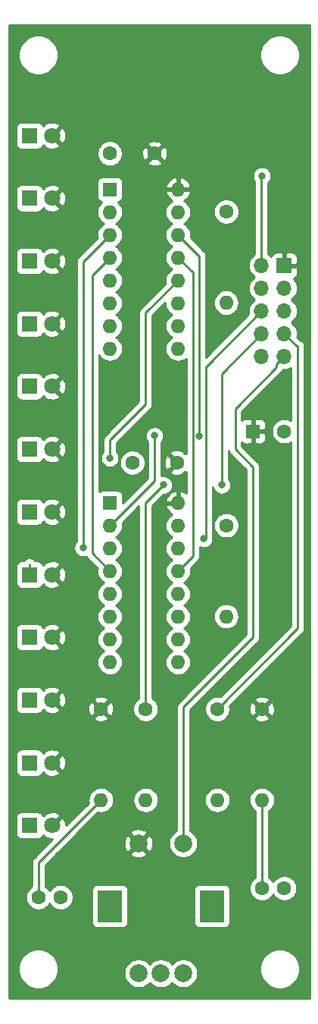
<source format=gbr>
G04 #@! TF.GenerationSoftware,KiCad,Pcbnew,(5.1.2)-1*
G04 #@! TF.CreationDate,2019-06-03T07:10:03-07:00*
G04 #@! TF.ProjectId,selector,73656c65-6374-46f7-922e-6b696361645f,rev?*
G04 #@! TF.SameCoordinates,Original*
G04 #@! TF.FileFunction,Copper,L2,Bot*
G04 #@! TF.FilePolarity,Positive*
%FSLAX46Y46*%
G04 Gerber Fmt 4.6, Leading zero omitted, Abs format (unit mm)*
G04 Created by KiCad (PCBNEW (5.1.2)-1) date 2019-06-03 07:10:03*
%MOMM*%
%LPD*%
G04 APERTURE LIST*
%ADD10C,1.600000*%
%ADD11R,1.600000X1.600000*%
%ADD12R,1.800000X1.800000*%
%ADD13C,1.800000*%
%ADD14O,1.600000X1.600000*%
%ADD15R,2.800000X3.600000*%
%ADD16C,2.000000*%
%ADD17R,1.700000X1.700000*%
%ADD18O,1.700000X1.700000*%
%ADD19C,0.800000*%
%ADD20C,0.250000*%
%ADD21C,0.254000*%
G04 APERTURE END LIST*
D10*
X66500000Y-158000000D03*
X64000000Y-158000000D03*
X89000000Y-157000000D03*
X91500000Y-157000000D03*
D11*
X88000000Y-106000000D03*
D10*
X91500000Y-106000000D03*
D12*
X63000000Y-73000000D03*
D13*
X65540000Y-73000000D03*
X65540000Y-80000000D03*
D12*
X63000000Y-80000000D03*
D13*
X65540000Y-87000000D03*
D12*
X63000000Y-87000000D03*
X63000000Y-94000000D03*
D13*
X65540000Y-94000000D03*
X65540000Y-101000000D03*
D12*
X63000000Y-101000000D03*
X63000000Y-108000000D03*
D13*
X65540000Y-108000000D03*
X65540000Y-115000000D03*
D12*
X63000000Y-115000000D03*
X63000000Y-122000000D03*
D13*
X65540000Y-122000000D03*
X65540000Y-129000000D03*
D12*
X63000000Y-129000000D03*
X63000000Y-136000000D03*
D13*
X65540000Y-136000000D03*
X65540000Y-143000000D03*
D12*
X63000000Y-143000000D03*
X63000000Y-150000000D03*
D13*
X65540000Y-150000000D03*
D14*
X76000000Y-147160000D03*
D10*
X76000000Y-137000000D03*
X84000000Y-137000000D03*
D14*
X84000000Y-147160000D03*
X71000000Y-147160000D03*
D10*
X71000000Y-137000000D03*
D14*
X85000000Y-126660000D03*
D10*
X85000000Y-116500000D03*
X89000000Y-137000000D03*
D14*
X89000000Y-147160000D03*
D10*
X85000000Y-81500000D03*
D14*
X85000000Y-91660000D03*
D15*
X72000000Y-159000000D03*
X83400000Y-159000000D03*
D16*
X75200000Y-152000000D03*
X80200000Y-152000000D03*
X75200000Y-166500000D03*
X77700000Y-166500000D03*
X80200000Y-166500000D03*
D14*
X79620000Y-79000000D03*
X72000000Y-96780000D03*
X79620000Y-81540000D03*
X72000000Y-94240000D03*
X79620000Y-84080000D03*
X72000000Y-91700000D03*
X79620000Y-86620000D03*
X72000000Y-89160000D03*
X79620000Y-89160000D03*
X72000000Y-86620000D03*
X79620000Y-91700000D03*
X72000000Y-84080000D03*
X79620000Y-94240000D03*
X72000000Y-81540000D03*
X79620000Y-96780000D03*
D11*
X72000000Y-79000000D03*
X72000000Y-114000000D03*
D14*
X79620000Y-131780000D03*
X72000000Y-116540000D03*
X79620000Y-129240000D03*
X72000000Y-119080000D03*
X79620000Y-126700000D03*
X72000000Y-121620000D03*
X79620000Y-124160000D03*
X72000000Y-124160000D03*
X79620000Y-121620000D03*
X72000000Y-126700000D03*
X79620000Y-119080000D03*
X72000000Y-129240000D03*
X79620000Y-116540000D03*
X72000000Y-131780000D03*
X79620000Y-114000000D03*
D17*
X91500000Y-87500000D03*
D18*
X88960000Y-87500000D03*
X91500000Y-90040000D03*
X88960000Y-90040000D03*
X91500000Y-92580000D03*
X88960000Y-92580000D03*
X91500000Y-95120000D03*
X88960000Y-95120000D03*
X91500000Y-97660000D03*
X88960000Y-97660000D03*
D10*
X74500000Y-109500000D03*
X79500000Y-109500000D03*
X77000000Y-75000000D03*
X72000000Y-75000000D03*
D19*
X72000000Y-109000000D03*
X89000000Y-77500000D03*
X69000000Y-119000000D03*
X82500000Y-118000000D03*
X78000000Y-112000000D03*
X84500000Y-112000000D03*
X82000000Y-106540000D03*
X77000000Y-106500000D03*
D20*
X64000000Y-154160000D02*
X71000000Y-147160000D01*
X64000000Y-158000000D02*
X64000000Y-154160000D01*
X89000000Y-157000000D02*
X89000000Y-147160000D01*
X79620000Y-89160000D02*
X76000000Y-92780000D01*
X76000000Y-92780000D02*
X76000000Y-102000000D01*
X63000000Y-120850000D02*
X63000000Y-122000000D01*
X76000000Y-102000000D02*
X76000000Y-103000000D01*
X76000000Y-103000000D02*
X72000000Y-107000000D01*
X72000000Y-107000000D02*
X72000000Y-109000000D01*
X88960000Y-77540000D02*
X89000000Y-77500000D01*
X88960000Y-87500000D02*
X88960000Y-77540000D01*
X72000000Y-84080000D02*
X69000000Y-87080000D01*
X69000000Y-87080000D02*
X69000000Y-119000000D01*
X69000000Y-119000000D02*
X69000000Y-119000000D01*
X72000000Y-86620000D02*
X70000000Y-88620000D01*
X70000000Y-119620000D02*
X72000000Y-121620000D01*
X70000000Y-88620000D02*
X70000000Y-119620000D01*
X81274999Y-119965001D02*
X79620000Y-121620000D01*
X79620000Y-86620000D02*
X81274999Y-88274999D01*
X81274999Y-88274999D02*
X81274999Y-119965001D01*
X82500000Y-118000000D02*
X82500000Y-118000000D01*
X82725001Y-117774999D02*
X82500000Y-118000000D01*
X82814999Y-98725001D02*
X82725001Y-98725001D01*
X88960000Y-92580000D02*
X82814999Y-98725001D01*
X82725001Y-98725001D02*
X82725001Y-117774999D01*
X93000000Y-128000000D02*
X84000000Y-137000000D01*
X93000000Y-128000000D02*
X93000000Y-96500000D01*
X92880000Y-96500000D02*
X91500000Y-95120000D01*
X93000000Y-96500000D02*
X92880000Y-96500000D01*
X76000000Y-114000000D02*
X78000000Y-112000000D01*
X76000000Y-137000000D02*
X76000000Y-114000000D01*
X88960000Y-95120000D02*
X84500000Y-99580000D01*
X84500000Y-99580000D02*
X84500000Y-112000000D01*
X84500000Y-112000000D02*
X84500000Y-112000000D01*
X80200000Y-136800000D02*
X80200000Y-151000000D01*
X88000000Y-129000000D02*
X80200000Y-136800000D01*
X90650001Y-98509999D02*
X90650001Y-98849999D01*
X91500000Y-97660000D02*
X90650001Y-98509999D01*
X90650001Y-98849999D02*
X86000000Y-103500000D01*
X86000000Y-103500000D02*
X86000000Y-108000000D01*
X86000000Y-108000000D02*
X88000000Y-110000000D01*
X88000000Y-110000000D02*
X88000000Y-129000000D01*
X82000000Y-86460000D02*
X82000000Y-106540000D01*
X79620000Y-84080000D02*
X82000000Y-86460000D01*
X82000000Y-106540000D02*
X82000000Y-106540000D01*
X72000000Y-116540000D02*
X77000000Y-111540000D01*
X77000000Y-111540000D02*
X77000000Y-106500000D01*
X77000000Y-106500000D02*
X77000000Y-106500000D01*
D21*
G36*
X94315001Y-169315000D02*
G01*
X60685000Y-169315000D01*
X60685000Y-165779872D01*
X61765000Y-165779872D01*
X61765000Y-166220128D01*
X61850890Y-166651925D01*
X62019369Y-167058669D01*
X62263962Y-167424729D01*
X62575271Y-167736038D01*
X62941331Y-167980631D01*
X63348075Y-168149110D01*
X63779872Y-168235000D01*
X64220128Y-168235000D01*
X64651925Y-168149110D01*
X65058669Y-167980631D01*
X65424729Y-167736038D01*
X65736038Y-167424729D01*
X65980631Y-167058669D01*
X66149110Y-166651925D01*
X66211361Y-166338967D01*
X73565000Y-166338967D01*
X73565000Y-166661033D01*
X73627832Y-166976912D01*
X73751082Y-167274463D01*
X73930013Y-167542252D01*
X74157748Y-167769987D01*
X74425537Y-167948918D01*
X74723088Y-168072168D01*
X75038967Y-168135000D01*
X75361033Y-168135000D01*
X75676912Y-168072168D01*
X75974463Y-167948918D01*
X76242252Y-167769987D01*
X76450000Y-167562239D01*
X76657748Y-167769987D01*
X76925537Y-167948918D01*
X77223088Y-168072168D01*
X77538967Y-168135000D01*
X77861033Y-168135000D01*
X78176912Y-168072168D01*
X78474463Y-167948918D01*
X78742252Y-167769987D01*
X78950000Y-167562239D01*
X79157748Y-167769987D01*
X79425537Y-167948918D01*
X79723088Y-168072168D01*
X80038967Y-168135000D01*
X80361033Y-168135000D01*
X80676912Y-168072168D01*
X80974463Y-167948918D01*
X81242252Y-167769987D01*
X81469987Y-167542252D01*
X81648918Y-167274463D01*
X81772168Y-166976912D01*
X81835000Y-166661033D01*
X81835000Y-166338967D01*
X81772168Y-166023088D01*
X81671425Y-165779872D01*
X88765000Y-165779872D01*
X88765000Y-166220128D01*
X88850890Y-166651925D01*
X89019369Y-167058669D01*
X89263962Y-167424729D01*
X89575271Y-167736038D01*
X89941331Y-167980631D01*
X90348075Y-168149110D01*
X90779872Y-168235000D01*
X91220128Y-168235000D01*
X91651925Y-168149110D01*
X92058669Y-167980631D01*
X92424729Y-167736038D01*
X92736038Y-167424729D01*
X92980631Y-167058669D01*
X93149110Y-166651925D01*
X93235000Y-166220128D01*
X93235000Y-165779872D01*
X93149110Y-165348075D01*
X92980631Y-164941331D01*
X92736038Y-164575271D01*
X92424729Y-164263962D01*
X92058669Y-164019369D01*
X91651925Y-163850890D01*
X91220128Y-163765000D01*
X90779872Y-163765000D01*
X90348075Y-163850890D01*
X89941331Y-164019369D01*
X89575271Y-164263962D01*
X89263962Y-164575271D01*
X89019369Y-164941331D01*
X88850890Y-165348075D01*
X88765000Y-165779872D01*
X81671425Y-165779872D01*
X81648918Y-165725537D01*
X81469987Y-165457748D01*
X81242252Y-165230013D01*
X80974463Y-165051082D01*
X80676912Y-164927832D01*
X80361033Y-164865000D01*
X80038967Y-164865000D01*
X79723088Y-164927832D01*
X79425537Y-165051082D01*
X79157748Y-165230013D01*
X78950000Y-165437761D01*
X78742252Y-165230013D01*
X78474463Y-165051082D01*
X78176912Y-164927832D01*
X77861033Y-164865000D01*
X77538967Y-164865000D01*
X77223088Y-164927832D01*
X76925537Y-165051082D01*
X76657748Y-165230013D01*
X76450000Y-165437761D01*
X76242252Y-165230013D01*
X75974463Y-165051082D01*
X75676912Y-164927832D01*
X75361033Y-164865000D01*
X75038967Y-164865000D01*
X74723088Y-164927832D01*
X74425537Y-165051082D01*
X74157748Y-165230013D01*
X73930013Y-165457748D01*
X73751082Y-165725537D01*
X73627832Y-166023088D01*
X73565000Y-166338967D01*
X66211361Y-166338967D01*
X66235000Y-166220128D01*
X66235000Y-165779872D01*
X66149110Y-165348075D01*
X65980631Y-164941331D01*
X65736038Y-164575271D01*
X65424729Y-164263962D01*
X65058669Y-164019369D01*
X64651925Y-163850890D01*
X64220128Y-163765000D01*
X63779872Y-163765000D01*
X63348075Y-163850890D01*
X62941331Y-164019369D01*
X62575271Y-164263962D01*
X62263962Y-164575271D01*
X62019369Y-164941331D01*
X61850890Y-165348075D01*
X61765000Y-165779872D01*
X60685000Y-165779872D01*
X60685000Y-149100000D01*
X61461928Y-149100000D01*
X61461928Y-150900000D01*
X61474188Y-151024482D01*
X61510498Y-151144180D01*
X61569463Y-151254494D01*
X61648815Y-151351185D01*
X61745506Y-151430537D01*
X61855820Y-151489502D01*
X61975518Y-151525812D01*
X62100000Y-151538072D01*
X63900000Y-151538072D01*
X64024482Y-151525812D01*
X64144180Y-151489502D01*
X64254494Y-151430537D01*
X64351185Y-151351185D01*
X64430537Y-151254494D01*
X64489502Y-151144180D01*
X64492813Y-151133265D01*
X64539578Y-151180030D01*
X64655526Y-151064082D01*
X64739208Y-151318261D01*
X65011775Y-151449158D01*
X65304642Y-151524365D01*
X65547462Y-151537737D01*
X63488998Y-153596201D01*
X63460000Y-153619999D01*
X63436202Y-153648997D01*
X63436201Y-153648998D01*
X63365026Y-153735724D01*
X63294454Y-153867754D01*
X63250998Y-154011015D01*
X63236324Y-154160000D01*
X63240001Y-154197332D01*
X63240000Y-156781956D01*
X63085241Y-156885363D01*
X62885363Y-157085241D01*
X62728320Y-157320273D01*
X62620147Y-157581426D01*
X62565000Y-157858665D01*
X62565000Y-158141335D01*
X62620147Y-158418574D01*
X62728320Y-158679727D01*
X62885363Y-158914759D01*
X63085241Y-159114637D01*
X63320273Y-159271680D01*
X63581426Y-159379853D01*
X63858665Y-159435000D01*
X64141335Y-159435000D01*
X64418574Y-159379853D01*
X64679727Y-159271680D01*
X64914759Y-159114637D01*
X65114637Y-158914759D01*
X65250000Y-158712173D01*
X65385363Y-158914759D01*
X65585241Y-159114637D01*
X65820273Y-159271680D01*
X66081426Y-159379853D01*
X66358665Y-159435000D01*
X66641335Y-159435000D01*
X66918574Y-159379853D01*
X67179727Y-159271680D01*
X67414759Y-159114637D01*
X67614637Y-158914759D01*
X67771680Y-158679727D01*
X67879853Y-158418574D01*
X67935000Y-158141335D01*
X67935000Y-157858665D01*
X67879853Y-157581426D01*
X67771680Y-157320273D01*
X67691317Y-157200000D01*
X69961928Y-157200000D01*
X69961928Y-160800000D01*
X69974188Y-160924482D01*
X70010498Y-161044180D01*
X70069463Y-161154494D01*
X70148815Y-161251185D01*
X70245506Y-161330537D01*
X70355820Y-161389502D01*
X70475518Y-161425812D01*
X70600000Y-161438072D01*
X73400000Y-161438072D01*
X73524482Y-161425812D01*
X73644180Y-161389502D01*
X73754494Y-161330537D01*
X73851185Y-161251185D01*
X73930537Y-161154494D01*
X73989502Y-161044180D01*
X74025812Y-160924482D01*
X74038072Y-160800000D01*
X74038072Y-157200000D01*
X81361928Y-157200000D01*
X81361928Y-160800000D01*
X81374188Y-160924482D01*
X81410498Y-161044180D01*
X81469463Y-161154494D01*
X81548815Y-161251185D01*
X81645506Y-161330537D01*
X81755820Y-161389502D01*
X81875518Y-161425812D01*
X82000000Y-161438072D01*
X84800000Y-161438072D01*
X84924482Y-161425812D01*
X85044180Y-161389502D01*
X85154494Y-161330537D01*
X85251185Y-161251185D01*
X85330537Y-161154494D01*
X85389502Y-161044180D01*
X85425812Y-160924482D01*
X85438072Y-160800000D01*
X85438072Y-157200000D01*
X85425812Y-157075518D01*
X85389502Y-156955820D01*
X85330537Y-156845506D01*
X85251185Y-156748815D01*
X85154494Y-156669463D01*
X85044180Y-156610498D01*
X84924482Y-156574188D01*
X84800000Y-156561928D01*
X82000000Y-156561928D01*
X81875518Y-156574188D01*
X81755820Y-156610498D01*
X81645506Y-156669463D01*
X81548815Y-156748815D01*
X81469463Y-156845506D01*
X81410498Y-156955820D01*
X81374188Y-157075518D01*
X81361928Y-157200000D01*
X74038072Y-157200000D01*
X74025812Y-157075518D01*
X73989502Y-156955820D01*
X73930537Y-156845506D01*
X73851185Y-156748815D01*
X73754494Y-156669463D01*
X73644180Y-156610498D01*
X73524482Y-156574188D01*
X73400000Y-156561928D01*
X70600000Y-156561928D01*
X70475518Y-156574188D01*
X70355820Y-156610498D01*
X70245506Y-156669463D01*
X70148815Y-156748815D01*
X70069463Y-156845506D01*
X70010498Y-156955820D01*
X69974188Y-157075518D01*
X69961928Y-157200000D01*
X67691317Y-157200000D01*
X67614637Y-157085241D01*
X67414759Y-156885363D01*
X67179727Y-156728320D01*
X66918574Y-156620147D01*
X66641335Y-156565000D01*
X66358665Y-156565000D01*
X66081426Y-156620147D01*
X65820273Y-156728320D01*
X65585241Y-156885363D01*
X65385363Y-157085241D01*
X65250000Y-157287827D01*
X65114637Y-157085241D01*
X64914759Y-156885363D01*
X64760000Y-156781957D01*
X64760000Y-154474801D01*
X66099388Y-153135413D01*
X74244192Y-153135413D01*
X74339956Y-153399814D01*
X74629571Y-153540704D01*
X74941108Y-153622384D01*
X75262595Y-153641718D01*
X75581675Y-153597961D01*
X75886088Y-153492795D01*
X76060044Y-153399814D01*
X76155808Y-153135413D01*
X75200000Y-152179605D01*
X74244192Y-153135413D01*
X66099388Y-153135413D01*
X67172206Y-152062595D01*
X73558282Y-152062595D01*
X73602039Y-152381675D01*
X73707205Y-152686088D01*
X73800186Y-152860044D01*
X74064587Y-152955808D01*
X75020395Y-152000000D01*
X75379605Y-152000000D01*
X76335413Y-152955808D01*
X76599814Y-152860044D01*
X76740704Y-152570429D01*
X76822384Y-152258892D01*
X76841718Y-151937405D01*
X76797961Y-151618325D01*
X76692795Y-151313912D01*
X76599814Y-151139956D01*
X76335413Y-151044192D01*
X75379605Y-152000000D01*
X75020395Y-152000000D01*
X74064587Y-151044192D01*
X73800186Y-151139956D01*
X73659296Y-151429571D01*
X73577616Y-151741108D01*
X73558282Y-152062595D01*
X67172206Y-152062595D01*
X68370214Y-150864587D01*
X74244192Y-150864587D01*
X75200000Y-151820395D01*
X76155808Y-150864587D01*
X76060044Y-150600186D01*
X75770429Y-150459296D01*
X75458892Y-150377616D01*
X75137405Y-150358282D01*
X74818325Y-150402039D01*
X74513912Y-150507205D01*
X74339956Y-150600186D01*
X74244192Y-150864587D01*
X68370214Y-150864587D01*
X70674094Y-148560708D01*
X70718691Y-148574236D01*
X70929508Y-148595000D01*
X71070492Y-148595000D01*
X71281309Y-148574236D01*
X71551808Y-148492182D01*
X71801101Y-148358932D01*
X72019608Y-148179608D01*
X72198932Y-147961101D01*
X72332182Y-147711808D01*
X72414236Y-147441309D01*
X72441943Y-147160000D01*
X74558057Y-147160000D01*
X74585764Y-147441309D01*
X74667818Y-147711808D01*
X74801068Y-147961101D01*
X74980392Y-148179608D01*
X75198899Y-148358932D01*
X75448192Y-148492182D01*
X75718691Y-148574236D01*
X75929508Y-148595000D01*
X76070492Y-148595000D01*
X76281309Y-148574236D01*
X76551808Y-148492182D01*
X76801101Y-148358932D01*
X77019608Y-148179608D01*
X77198932Y-147961101D01*
X77332182Y-147711808D01*
X77414236Y-147441309D01*
X77441943Y-147160000D01*
X77414236Y-146878691D01*
X77332182Y-146608192D01*
X77198932Y-146358899D01*
X77019608Y-146140392D01*
X76801101Y-145961068D01*
X76551808Y-145827818D01*
X76281309Y-145745764D01*
X76070492Y-145725000D01*
X75929508Y-145725000D01*
X75718691Y-145745764D01*
X75448192Y-145827818D01*
X75198899Y-145961068D01*
X74980392Y-146140392D01*
X74801068Y-146358899D01*
X74667818Y-146608192D01*
X74585764Y-146878691D01*
X74558057Y-147160000D01*
X72441943Y-147160000D01*
X72414236Y-146878691D01*
X72332182Y-146608192D01*
X72198932Y-146358899D01*
X72019608Y-146140392D01*
X71801101Y-145961068D01*
X71551808Y-145827818D01*
X71281309Y-145745764D01*
X71070492Y-145725000D01*
X70929508Y-145725000D01*
X70718691Y-145745764D01*
X70448192Y-145827818D01*
X70198899Y-145961068D01*
X69980392Y-146140392D01*
X69801068Y-146358899D01*
X69667818Y-146608192D01*
X69585764Y-146878691D01*
X69558057Y-147160000D01*
X69585764Y-147441309D01*
X69599292Y-147485906D01*
X67076867Y-150008331D01*
X67080991Y-149933447D01*
X67038397Y-149634093D01*
X66938222Y-149348801D01*
X66858261Y-149199208D01*
X66604080Y-149115525D01*
X65719605Y-150000000D01*
X65733748Y-150014143D01*
X65554143Y-150193748D01*
X65540000Y-150179605D01*
X65525858Y-150193748D01*
X65346253Y-150014143D01*
X65360395Y-150000000D01*
X65346253Y-149985858D01*
X65525858Y-149806253D01*
X65540000Y-149820395D01*
X66424475Y-148935920D01*
X66340792Y-148681739D01*
X66068225Y-148550842D01*
X65775358Y-148475635D01*
X65473447Y-148459009D01*
X65174093Y-148501603D01*
X64888801Y-148601778D01*
X64739208Y-148681739D01*
X64655526Y-148935918D01*
X64539578Y-148819970D01*
X64492813Y-148866735D01*
X64489502Y-148855820D01*
X64430537Y-148745506D01*
X64351185Y-148648815D01*
X64254494Y-148569463D01*
X64144180Y-148510498D01*
X64024482Y-148474188D01*
X63900000Y-148461928D01*
X62100000Y-148461928D01*
X61975518Y-148474188D01*
X61855820Y-148510498D01*
X61745506Y-148569463D01*
X61648815Y-148648815D01*
X61569463Y-148745506D01*
X61510498Y-148855820D01*
X61474188Y-148975518D01*
X61461928Y-149100000D01*
X60685000Y-149100000D01*
X60685000Y-142100000D01*
X61461928Y-142100000D01*
X61461928Y-143900000D01*
X61474188Y-144024482D01*
X61510498Y-144144180D01*
X61569463Y-144254494D01*
X61648815Y-144351185D01*
X61745506Y-144430537D01*
X61855820Y-144489502D01*
X61975518Y-144525812D01*
X62100000Y-144538072D01*
X63900000Y-144538072D01*
X64024482Y-144525812D01*
X64144180Y-144489502D01*
X64254494Y-144430537D01*
X64351185Y-144351185D01*
X64430537Y-144254494D01*
X64489502Y-144144180D01*
X64492813Y-144133265D01*
X64539578Y-144180030D01*
X64655526Y-144064082D01*
X64739208Y-144318261D01*
X65011775Y-144449158D01*
X65304642Y-144524365D01*
X65606553Y-144540991D01*
X65905907Y-144498397D01*
X66191199Y-144398222D01*
X66340792Y-144318261D01*
X66424475Y-144064080D01*
X65540000Y-143179605D01*
X65525858Y-143193748D01*
X65346253Y-143014143D01*
X65360395Y-143000000D01*
X65719605Y-143000000D01*
X66604080Y-143884475D01*
X66858261Y-143800792D01*
X66989158Y-143528225D01*
X67064365Y-143235358D01*
X67080991Y-142933447D01*
X67038397Y-142634093D01*
X66938222Y-142348801D01*
X66858261Y-142199208D01*
X66604080Y-142115525D01*
X65719605Y-143000000D01*
X65360395Y-143000000D01*
X65346253Y-142985858D01*
X65525858Y-142806253D01*
X65540000Y-142820395D01*
X66424475Y-141935920D01*
X66340792Y-141681739D01*
X66068225Y-141550842D01*
X65775358Y-141475635D01*
X65473447Y-141459009D01*
X65174093Y-141501603D01*
X64888801Y-141601778D01*
X64739208Y-141681739D01*
X64655526Y-141935918D01*
X64539578Y-141819970D01*
X64492813Y-141866735D01*
X64489502Y-141855820D01*
X64430537Y-141745506D01*
X64351185Y-141648815D01*
X64254494Y-141569463D01*
X64144180Y-141510498D01*
X64024482Y-141474188D01*
X63900000Y-141461928D01*
X62100000Y-141461928D01*
X61975518Y-141474188D01*
X61855820Y-141510498D01*
X61745506Y-141569463D01*
X61648815Y-141648815D01*
X61569463Y-141745506D01*
X61510498Y-141855820D01*
X61474188Y-141975518D01*
X61461928Y-142100000D01*
X60685000Y-142100000D01*
X60685000Y-137992702D01*
X70186903Y-137992702D01*
X70258486Y-138236671D01*
X70513996Y-138357571D01*
X70788184Y-138426300D01*
X71070512Y-138440217D01*
X71350130Y-138398787D01*
X71616292Y-138303603D01*
X71741514Y-138236671D01*
X71813097Y-137992702D01*
X71000000Y-137179605D01*
X70186903Y-137992702D01*
X60685000Y-137992702D01*
X60685000Y-135100000D01*
X61461928Y-135100000D01*
X61461928Y-136900000D01*
X61474188Y-137024482D01*
X61510498Y-137144180D01*
X61569463Y-137254494D01*
X61648815Y-137351185D01*
X61745506Y-137430537D01*
X61855820Y-137489502D01*
X61975518Y-137525812D01*
X62100000Y-137538072D01*
X63900000Y-137538072D01*
X64024482Y-137525812D01*
X64144180Y-137489502D01*
X64254494Y-137430537D01*
X64351185Y-137351185D01*
X64430537Y-137254494D01*
X64489502Y-137144180D01*
X64492813Y-137133265D01*
X64539578Y-137180030D01*
X64655526Y-137064082D01*
X64739208Y-137318261D01*
X65011775Y-137449158D01*
X65304642Y-137524365D01*
X65606553Y-137540991D01*
X65905907Y-137498397D01*
X66191199Y-137398222D01*
X66340792Y-137318261D01*
X66422357Y-137070512D01*
X69559783Y-137070512D01*
X69601213Y-137350130D01*
X69696397Y-137616292D01*
X69763329Y-137741514D01*
X70007298Y-137813097D01*
X70820395Y-137000000D01*
X71179605Y-137000000D01*
X71992702Y-137813097D01*
X72236671Y-137741514D01*
X72357571Y-137486004D01*
X72426300Y-137211816D01*
X72440217Y-136929488D01*
X72398787Y-136649870D01*
X72303603Y-136383708D01*
X72236671Y-136258486D01*
X71992702Y-136186903D01*
X71179605Y-137000000D01*
X70820395Y-137000000D01*
X70007298Y-136186903D01*
X69763329Y-136258486D01*
X69642429Y-136513996D01*
X69573700Y-136788184D01*
X69559783Y-137070512D01*
X66422357Y-137070512D01*
X66424475Y-137064080D01*
X65540000Y-136179605D01*
X65525858Y-136193748D01*
X65346253Y-136014143D01*
X65360395Y-136000000D01*
X65719605Y-136000000D01*
X66604080Y-136884475D01*
X66858261Y-136800792D01*
X66989158Y-136528225D01*
X67064365Y-136235358D01*
X67076924Y-136007298D01*
X70186903Y-136007298D01*
X71000000Y-136820395D01*
X71813097Y-136007298D01*
X71741514Y-135763329D01*
X71486004Y-135642429D01*
X71211816Y-135573700D01*
X70929488Y-135559783D01*
X70649870Y-135601213D01*
X70383708Y-135696397D01*
X70258486Y-135763329D01*
X70186903Y-136007298D01*
X67076924Y-136007298D01*
X67080991Y-135933447D01*
X67038397Y-135634093D01*
X66938222Y-135348801D01*
X66858261Y-135199208D01*
X66604080Y-135115525D01*
X65719605Y-136000000D01*
X65360395Y-136000000D01*
X65346253Y-135985858D01*
X65525858Y-135806253D01*
X65540000Y-135820395D01*
X66424475Y-134935920D01*
X66340792Y-134681739D01*
X66068225Y-134550842D01*
X65775358Y-134475635D01*
X65473447Y-134459009D01*
X65174093Y-134501603D01*
X64888801Y-134601778D01*
X64739208Y-134681739D01*
X64655526Y-134935918D01*
X64539578Y-134819970D01*
X64492813Y-134866735D01*
X64489502Y-134855820D01*
X64430537Y-134745506D01*
X64351185Y-134648815D01*
X64254494Y-134569463D01*
X64144180Y-134510498D01*
X64024482Y-134474188D01*
X63900000Y-134461928D01*
X62100000Y-134461928D01*
X61975518Y-134474188D01*
X61855820Y-134510498D01*
X61745506Y-134569463D01*
X61648815Y-134648815D01*
X61569463Y-134745506D01*
X61510498Y-134855820D01*
X61474188Y-134975518D01*
X61461928Y-135100000D01*
X60685000Y-135100000D01*
X60685000Y-128100000D01*
X61461928Y-128100000D01*
X61461928Y-129900000D01*
X61474188Y-130024482D01*
X61510498Y-130144180D01*
X61569463Y-130254494D01*
X61648815Y-130351185D01*
X61745506Y-130430537D01*
X61855820Y-130489502D01*
X61975518Y-130525812D01*
X62100000Y-130538072D01*
X63900000Y-130538072D01*
X64024482Y-130525812D01*
X64144180Y-130489502D01*
X64254494Y-130430537D01*
X64351185Y-130351185D01*
X64430537Y-130254494D01*
X64489502Y-130144180D01*
X64492813Y-130133265D01*
X64539578Y-130180030D01*
X64655526Y-130064082D01*
X64739208Y-130318261D01*
X65011775Y-130449158D01*
X65304642Y-130524365D01*
X65606553Y-130540991D01*
X65905907Y-130498397D01*
X66191199Y-130398222D01*
X66340792Y-130318261D01*
X66424475Y-130064080D01*
X65540000Y-129179605D01*
X65525858Y-129193748D01*
X65346253Y-129014143D01*
X65360395Y-129000000D01*
X65719605Y-129000000D01*
X66604080Y-129884475D01*
X66858261Y-129800792D01*
X66989158Y-129528225D01*
X67064365Y-129235358D01*
X67080991Y-128933447D01*
X67038397Y-128634093D01*
X66938222Y-128348801D01*
X66858261Y-128199208D01*
X66604080Y-128115525D01*
X65719605Y-129000000D01*
X65360395Y-129000000D01*
X65346253Y-128985858D01*
X65525858Y-128806253D01*
X65540000Y-128820395D01*
X66424475Y-127935920D01*
X66340792Y-127681739D01*
X66068225Y-127550842D01*
X65775358Y-127475635D01*
X65473447Y-127459009D01*
X65174093Y-127501603D01*
X64888801Y-127601778D01*
X64739208Y-127681739D01*
X64655526Y-127935918D01*
X64539578Y-127819970D01*
X64492813Y-127866735D01*
X64489502Y-127855820D01*
X64430537Y-127745506D01*
X64351185Y-127648815D01*
X64254494Y-127569463D01*
X64144180Y-127510498D01*
X64024482Y-127474188D01*
X63900000Y-127461928D01*
X62100000Y-127461928D01*
X61975518Y-127474188D01*
X61855820Y-127510498D01*
X61745506Y-127569463D01*
X61648815Y-127648815D01*
X61569463Y-127745506D01*
X61510498Y-127855820D01*
X61474188Y-127975518D01*
X61461928Y-128100000D01*
X60685000Y-128100000D01*
X60685000Y-121100000D01*
X61461928Y-121100000D01*
X61461928Y-122900000D01*
X61474188Y-123024482D01*
X61510498Y-123144180D01*
X61569463Y-123254494D01*
X61648815Y-123351185D01*
X61745506Y-123430537D01*
X61855820Y-123489502D01*
X61975518Y-123525812D01*
X62100000Y-123538072D01*
X63900000Y-123538072D01*
X64024482Y-123525812D01*
X64144180Y-123489502D01*
X64254494Y-123430537D01*
X64351185Y-123351185D01*
X64430537Y-123254494D01*
X64489502Y-123144180D01*
X64492813Y-123133265D01*
X64539578Y-123180030D01*
X64655526Y-123064082D01*
X64739208Y-123318261D01*
X65011775Y-123449158D01*
X65304642Y-123524365D01*
X65606553Y-123540991D01*
X65905907Y-123498397D01*
X66191199Y-123398222D01*
X66340792Y-123318261D01*
X66424475Y-123064080D01*
X65540000Y-122179605D01*
X65525858Y-122193748D01*
X65346253Y-122014143D01*
X65360395Y-122000000D01*
X65719605Y-122000000D01*
X66604080Y-122884475D01*
X66858261Y-122800792D01*
X66989158Y-122528225D01*
X67064365Y-122235358D01*
X67080991Y-121933447D01*
X67038397Y-121634093D01*
X66938222Y-121348801D01*
X66858261Y-121199208D01*
X66604080Y-121115525D01*
X65719605Y-122000000D01*
X65360395Y-122000000D01*
X65346253Y-121985858D01*
X65525858Y-121806253D01*
X65540000Y-121820395D01*
X66424475Y-120935920D01*
X66340792Y-120681739D01*
X66068225Y-120550842D01*
X65775358Y-120475635D01*
X65473447Y-120459009D01*
X65174093Y-120501603D01*
X64888801Y-120601778D01*
X64739208Y-120681739D01*
X64655526Y-120935918D01*
X64539578Y-120819970D01*
X64492813Y-120866735D01*
X64489502Y-120855820D01*
X64430537Y-120745506D01*
X64351185Y-120648815D01*
X64254494Y-120569463D01*
X64144180Y-120510498D01*
X64024482Y-120474188D01*
X63900000Y-120461928D01*
X63654326Y-120461928D01*
X63634974Y-120425724D01*
X63540001Y-120309999D01*
X63424275Y-120215026D01*
X63292246Y-120144454D01*
X63148985Y-120100997D01*
X63000000Y-120086323D01*
X62851014Y-120100997D01*
X62707753Y-120144454D01*
X62575724Y-120215026D01*
X62459999Y-120309999D01*
X62365026Y-120425725D01*
X62345675Y-120461928D01*
X62100000Y-120461928D01*
X61975518Y-120474188D01*
X61855820Y-120510498D01*
X61745506Y-120569463D01*
X61648815Y-120648815D01*
X61569463Y-120745506D01*
X61510498Y-120855820D01*
X61474188Y-120975518D01*
X61461928Y-121100000D01*
X60685000Y-121100000D01*
X60685000Y-118898061D01*
X67965000Y-118898061D01*
X67965000Y-119101939D01*
X68004774Y-119301898D01*
X68082795Y-119490256D01*
X68196063Y-119659774D01*
X68340226Y-119803937D01*
X68509744Y-119917205D01*
X68698102Y-119995226D01*
X68898061Y-120035000D01*
X69101939Y-120035000D01*
X69301898Y-119995226D01*
X69332117Y-119982709D01*
X69365026Y-120044276D01*
X69422237Y-120113987D01*
X69460000Y-120160001D01*
X69488998Y-120183799D01*
X70599292Y-121294094D01*
X70585764Y-121338691D01*
X70558057Y-121620000D01*
X70585764Y-121901309D01*
X70667818Y-122171808D01*
X70801068Y-122421101D01*
X70980392Y-122639608D01*
X71198899Y-122818932D01*
X71331858Y-122890000D01*
X71198899Y-122961068D01*
X70980392Y-123140392D01*
X70801068Y-123358899D01*
X70667818Y-123608192D01*
X70585764Y-123878691D01*
X70558057Y-124160000D01*
X70585764Y-124441309D01*
X70667818Y-124711808D01*
X70801068Y-124961101D01*
X70980392Y-125179608D01*
X71198899Y-125358932D01*
X71331858Y-125430000D01*
X71198899Y-125501068D01*
X70980392Y-125680392D01*
X70801068Y-125898899D01*
X70667818Y-126148192D01*
X70585764Y-126418691D01*
X70558057Y-126700000D01*
X70585764Y-126981309D01*
X70667818Y-127251808D01*
X70801068Y-127501101D01*
X70980392Y-127719608D01*
X71198899Y-127898932D01*
X71331858Y-127970000D01*
X71198899Y-128041068D01*
X70980392Y-128220392D01*
X70801068Y-128438899D01*
X70667818Y-128688192D01*
X70585764Y-128958691D01*
X70558057Y-129240000D01*
X70585764Y-129521309D01*
X70667818Y-129791808D01*
X70801068Y-130041101D01*
X70980392Y-130259608D01*
X71198899Y-130438932D01*
X71331858Y-130510000D01*
X71198899Y-130581068D01*
X70980392Y-130760392D01*
X70801068Y-130978899D01*
X70667818Y-131228192D01*
X70585764Y-131498691D01*
X70558057Y-131780000D01*
X70585764Y-132061309D01*
X70667818Y-132331808D01*
X70801068Y-132581101D01*
X70980392Y-132799608D01*
X71198899Y-132978932D01*
X71448192Y-133112182D01*
X71718691Y-133194236D01*
X71929508Y-133215000D01*
X72070492Y-133215000D01*
X72281309Y-133194236D01*
X72551808Y-133112182D01*
X72801101Y-132978932D01*
X73019608Y-132799608D01*
X73198932Y-132581101D01*
X73332182Y-132331808D01*
X73414236Y-132061309D01*
X73441943Y-131780000D01*
X73414236Y-131498691D01*
X73332182Y-131228192D01*
X73198932Y-130978899D01*
X73019608Y-130760392D01*
X72801101Y-130581068D01*
X72668142Y-130510000D01*
X72801101Y-130438932D01*
X73019608Y-130259608D01*
X73198932Y-130041101D01*
X73332182Y-129791808D01*
X73414236Y-129521309D01*
X73441943Y-129240000D01*
X73414236Y-128958691D01*
X73332182Y-128688192D01*
X73198932Y-128438899D01*
X73019608Y-128220392D01*
X72801101Y-128041068D01*
X72668142Y-127970000D01*
X72801101Y-127898932D01*
X73019608Y-127719608D01*
X73198932Y-127501101D01*
X73332182Y-127251808D01*
X73414236Y-126981309D01*
X73441943Y-126700000D01*
X73414236Y-126418691D01*
X73332182Y-126148192D01*
X73198932Y-125898899D01*
X73019608Y-125680392D01*
X72801101Y-125501068D01*
X72668142Y-125430000D01*
X72801101Y-125358932D01*
X73019608Y-125179608D01*
X73198932Y-124961101D01*
X73332182Y-124711808D01*
X73414236Y-124441309D01*
X73441943Y-124160000D01*
X73414236Y-123878691D01*
X73332182Y-123608192D01*
X73198932Y-123358899D01*
X73019608Y-123140392D01*
X72801101Y-122961068D01*
X72668142Y-122890000D01*
X72801101Y-122818932D01*
X73019608Y-122639608D01*
X73198932Y-122421101D01*
X73332182Y-122171808D01*
X73414236Y-121901309D01*
X73441943Y-121620000D01*
X73414236Y-121338691D01*
X73332182Y-121068192D01*
X73198932Y-120818899D01*
X73019608Y-120600392D01*
X72801101Y-120421068D01*
X72668142Y-120350000D01*
X72801101Y-120278932D01*
X73019608Y-120099608D01*
X73198932Y-119881101D01*
X73332182Y-119631808D01*
X73414236Y-119361309D01*
X73441943Y-119080000D01*
X73414236Y-118798691D01*
X73332182Y-118528192D01*
X73198932Y-118278899D01*
X73019608Y-118060392D01*
X72801101Y-117881068D01*
X72668142Y-117810000D01*
X72801101Y-117738932D01*
X73019608Y-117559608D01*
X73198932Y-117341101D01*
X73332182Y-117091808D01*
X73414236Y-116821309D01*
X73441943Y-116540000D01*
X73414236Y-116258691D01*
X73400708Y-116214094D01*
X75240001Y-114374801D01*
X75240000Y-135781957D01*
X75085241Y-135885363D01*
X74885363Y-136085241D01*
X74728320Y-136320273D01*
X74620147Y-136581426D01*
X74565000Y-136858665D01*
X74565000Y-137141335D01*
X74620147Y-137418574D01*
X74728320Y-137679727D01*
X74885363Y-137914759D01*
X75085241Y-138114637D01*
X75320273Y-138271680D01*
X75581426Y-138379853D01*
X75858665Y-138435000D01*
X76141335Y-138435000D01*
X76418574Y-138379853D01*
X76679727Y-138271680D01*
X76914759Y-138114637D01*
X77114637Y-137914759D01*
X77271680Y-137679727D01*
X77379853Y-137418574D01*
X77435000Y-137141335D01*
X77435000Y-136858665D01*
X77379853Y-136581426D01*
X77271680Y-136320273D01*
X77114637Y-136085241D01*
X76914759Y-135885363D01*
X76760000Y-135781957D01*
X76760000Y-114314801D01*
X77423840Y-113650961D01*
X78228096Y-113650961D01*
X78350085Y-113873000D01*
X79493000Y-113873000D01*
X79493000Y-112729376D01*
X79270960Y-112608091D01*
X79006119Y-112702930D01*
X78764869Y-112847615D01*
X78556481Y-113036586D01*
X78388963Y-113262580D01*
X78268754Y-113516913D01*
X78228096Y-113650961D01*
X77423840Y-113650961D01*
X78039802Y-113035000D01*
X78101939Y-113035000D01*
X78301898Y-112995226D01*
X78490256Y-112917205D01*
X78659774Y-112803937D01*
X78803937Y-112659774D01*
X78917205Y-112490256D01*
X78995226Y-112301898D01*
X79035000Y-112101939D01*
X79035000Y-111898061D01*
X78995226Y-111698102D01*
X78917205Y-111509744D01*
X78803937Y-111340226D01*
X78659774Y-111196063D01*
X78490256Y-111082795D01*
X78301898Y-111004774D01*
X78101939Y-110965000D01*
X77898061Y-110965000D01*
X77760000Y-110992462D01*
X77760000Y-109570512D01*
X78059783Y-109570512D01*
X78101213Y-109850130D01*
X78196397Y-110116292D01*
X78263329Y-110241514D01*
X78507298Y-110313097D01*
X79320395Y-109500000D01*
X78507298Y-108686903D01*
X78263329Y-108758486D01*
X78142429Y-109013996D01*
X78073700Y-109288184D01*
X78059783Y-109570512D01*
X77760000Y-109570512D01*
X77760000Y-107203711D01*
X77803937Y-107159774D01*
X77917205Y-106990256D01*
X77995226Y-106801898D01*
X78035000Y-106601939D01*
X78035000Y-106398061D01*
X77995226Y-106198102D01*
X77917205Y-106009744D01*
X77803937Y-105840226D01*
X77659774Y-105696063D01*
X77490256Y-105582795D01*
X77301898Y-105504774D01*
X77101939Y-105465000D01*
X76898061Y-105465000D01*
X76698102Y-105504774D01*
X76509744Y-105582795D01*
X76340226Y-105696063D01*
X76196063Y-105840226D01*
X76082795Y-106009744D01*
X76004774Y-106198102D01*
X75965000Y-106398061D01*
X75965000Y-106601939D01*
X76004774Y-106801898D01*
X76082795Y-106990256D01*
X76196063Y-107159774D01*
X76240001Y-107203712D01*
X76240000Y-111225198D01*
X73438072Y-114027127D01*
X73438072Y-113200000D01*
X73425812Y-113075518D01*
X73389502Y-112955820D01*
X73330537Y-112845506D01*
X73251185Y-112748815D01*
X73154494Y-112669463D01*
X73044180Y-112610498D01*
X72924482Y-112574188D01*
X72800000Y-112561928D01*
X71200000Y-112561928D01*
X71075518Y-112574188D01*
X70955820Y-112610498D01*
X70845506Y-112669463D01*
X70760000Y-112739636D01*
X70760000Y-108898061D01*
X70965000Y-108898061D01*
X70965000Y-109101939D01*
X71004774Y-109301898D01*
X71082795Y-109490256D01*
X71196063Y-109659774D01*
X71340226Y-109803937D01*
X71509744Y-109917205D01*
X71698102Y-109995226D01*
X71898061Y-110035000D01*
X72101939Y-110035000D01*
X72301898Y-109995226D01*
X72490256Y-109917205D01*
X72659774Y-109803937D01*
X72803937Y-109659774D01*
X72917205Y-109490256D01*
X72971712Y-109358665D01*
X73065000Y-109358665D01*
X73065000Y-109641335D01*
X73120147Y-109918574D01*
X73228320Y-110179727D01*
X73385363Y-110414759D01*
X73585241Y-110614637D01*
X73820273Y-110771680D01*
X74081426Y-110879853D01*
X74358665Y-110935000D01*
X74641335Y-110935000D01*
X74918574Y-110879853D01*
X75179727Y-110771680D01*
X75414759Y-110614637D01*
X75614637Y-110414759D01*
X75771680Y-110179727D01*
X75879853Y-109918574D01*
X75935000Y-109641335D01*
X75935000Y-109358665D01*
X75879853Y-109081426D01*
X75771680Y-108820273D01*
X75614637Y-108585241D01*
X75414759Y-108385363D01*
X75179727Y-108228320D01*
X74918574Y-108120147D01*
X74641335Y-108065000D01*
X74358665Y-108065000D01*
X74081426Y-108120147D01*
X73820273Y-108228320D01*
X73585241Y-108385363D01*
X73385363Y-108585241D01*
X73228320Y-108820273D01*
X73120147Y-109081426D01*
X73065000Y-109358665D01*
X72971712Y-109358665D01*
X72995226Y-109301898D01*
X73035000Y-109101939D01*
X73035000Y-108898061D01*
X72995226Y-108698102D01*
X72917205Y-108509744D01*
X72803937Y-108340226D01*
X72760000Y-108296289D01*
X72760000Y-107314801D01*
X76511003Y-103563799D01*
X76540001Y-103540001D01*
X76634974Y-103424276D01*
X76705546Y-103292247D01*
X76749003Y-103148986D01*
X76760000Y-103037333D01*
X76760000Y-103037324D01*
X76763676Y-103000001D01*
X76760000Y-102962678D01*
X76760000Y-93094801D01*
X78180598Y-91674204D01*
X78178057Y-91700000D01*
X78205764Y-91981309D01*
X78287818Y-92251808D01*
X78421068Y-92501101D01*
X78600392Y-92719608D01*
X78818899Y-92898932D01*
X78951858Y-92970000D01*
X78818899Y-93041068D01*
X78600392Y-93220392D01*
X78421068Y-93438899D01*
X78287818Y-93688192D01*
X78205764Y-93958691D01*
X78178057Y-94240000D01*
X78205764Y-94521309D01*
X78287818Y-94791808D01*
X78421068Y-95041101D01*
X78600392Y-95259608D01*
X78818899Y-95438932D01*
X78951858Y-95510000D01*
X78818899Y-95581068D01*
X78600392Y-95760392D01*
X78421068Y-95978899D01*
X78287818Y-96228192D01*
X78205764Y-96498691D01*
X78178057Y-96780000D01*
X78205764Y-97061309D01*
X78287818Y-97331808D01*
X78421068Y-97581101D01*
X78600392Y-97799608D01*
X78818899Y-97978932D01*
X79068192Y-98112182D01*
X79338691Y-98194236D01*
X79549508Y-98215000D01*
X79690492Y-98215000D01*
X79901309Y-98194236D01*
X80171808Y-98112182D01*
X80421101Y-97978932D01*
X80514999Y-97901872D01*
X80515000Y-108476653D01*
X80429370Y-108391023D01*
X80313097Y-108507296D01*
X80241514Y-108263329D01*
X79986004Y-108142429D01*
X79711816Y-108073700D01*
X79429488Y-108059783D01*
X79149870Y-108101213D01*
X78883708Y-108196397D01*
X78758486Y-108263329D01*
X78686903Y-108507298D01*
X79500000Y-109320395D01*
X79514143Y-109306253D01*
X79693748Y-109485858D01*
X79679605Y-109500000D01*
X79693748Y-109514143D01*
X79514143Y-109693748D01*
X79500000Y-109679605D01*
X78686903Y-110492702D01*
X78758486Y-110736671D01*
X79013996Y-110857571D01*
X79288184Y-110926300D01*
X79570512Y-110940217D01*
X79850130Y-110898787D01*
X80116292Y-110803603D01*
X80241514Y-110736671D01*
X80313097Y-110492704D01*
X80429370Y-110608977D01*
X80515000Y-110523347D01*
X80515000Y-112883769D01*
X80475131Y-112847615D01*
X80233881Y-112702930D01*
X79969040Y-112608091D01*
X79747000Y-112729376D01*
X79747000Y-113873000D01*
X79767000Y-113873000D01*
X79767000Y-114127000D01*
X79747000Y-114127000D01*
X79747000Y-114147000D01*
X79493000Y-114147000D01*
X79493000Y-114127000D01*
X78350085Y-114127000D01*
X78228096Y-114349039D01*
X78268754Y-114483087D01*
X78388963Y-114737420D01*
X78556481Y-114963414D01*
X78764869Y-115152385D01*
X78956682Y-115267421D01*
X78818899Y-115341068D01*
X78600392Y-115520392D01*
X78421068Y-115738899D01*
X78287818Y-115988192D01*
X78205764Y-116258691D01*
X78178057Y-116540000D01*
X78205764Y-116821309D01*
X78287818Y-117091808D01*
X78421068Y-117341101D01*
X78600392Y-117559608D01*
X78818899Y-117738932D01*
X78951858Y-117810000D01*
X78818899Y-117881068D01*
X78600392Y-118060392D01*
X78421068Y-118278899D01*
X78287818Y-118528192D01*
X78205764Y-118798691D01*
X78178057Y-119080000D01*
X78205764Y-119361309D01*
X78287818Y-119631808D01*
X78421068Y-119881101D01*
X78600392Y-120099608D01*
X78818899Y-120278932D01*
X78951858Y-120350000D01*
X78818899Y-120421068D01*
X78600392Y-120600392D01*
X78421068Y-120818899D01*
X78287818Y-121068192D01*
X78205764Y-121338691D01*
X78178057Y-121620000D01*
X78205764Y-121901309D01*
X78287818Y-122171808D01*
X78421068Y-122421101D01*
X78600392Y-122639608D01*
X78818899Y-122818932D01*
X78951858Y-122890000D01*
X78818899Y-122961068D01*
X78600392Y-123140392D01*
X78421068Y-123358899D01*
X78287818Y-123608192D01*
X78205764Y-123878691D01*
X78178057Y-124160000D01*
X78205764Y-124441309D01*
X78287818Y-124711808D01*
X78421068Y-124961101D01*
X78600392Y-125179608D01*
X78818899Y-125358932D01*
X78951858Y-125430000D01*
X78818899Y-125501068D01*
X78600392Y-125680392D01*
X78421068Y-125898899D01*
X78287818Y-126148192D01*
X78205764Y-126418691D01*
X78178057Y-126700000D01*
X78205764Y-126981309D01*
X78287818Y-127251808D01*
X78421068Y-127501101D01*
X78600392Y-127719608D01*
X78818899Y-127898932D01*
X78951858Y-127970000D01*
X78818899Y-128041068D01*
X78600392Y-128220392D01*
X78421068Y-128438899D01*
X78287818Y-128688192D01*
X78205764Y-128958691D01*
X78178057Y-129240000D01*
X78205764Y-129521309D01*
X78287818Y-129791808D01*
X78421068Y-130041101D01*
X78600392Y-130259608D01*
X78818899Y-130438932D01*
X78951858Y-130510000D01*
X78818899Y-130581068D01*
X78600392Y-130760392D01*
X78421068Y-130978899D01*
X78287818Y-131228192D01*
X78205764Y-131498691D01*
X78178057Y-131780000D01*
X78205764Y-132061309D01*
X78287818Y-132331808D01*
X78421068Y-132581101D01*
X78600392Y-132799608D01*
X78818899Y-132978932D01*
X79068192Y-133112182D01*
X79338691Y-133194236D01*
X79549508Y-133215000D01*
X79690492Y-133215000D01*
X79901309Y-133194236D01*
X80171808Y-133112182D01*
X80421101Y-132978932D01*
X80639608Y-132799608D01*
X80818932Y-132581101D01*
X80952182Y-132331808D01*
X81034236Y-132061309D01*
X81061943Y-131780000D01*
X81034236Y-131498691D01*
X80952182Y-131228192D01*
X80818932Y-130978899D01*
X80639608Y-130760392D01*
X80421101Y-130581068D01*
X80288142Y-130510000D01*
X80421101Y-130438932D01*
X80639608Y-130259608D01*
X80818932Y-130041101D01*
X80952182Y-129791808D01*
X81034236Y-129521309D01*
X81061943Y-129240000D01*
X81034236Y-128958691D01*
X80952182Y-128688192D01*
X80818932Y-128438899D01*
X80639608Y-128220392D01*
X80421101Y-128041068D01*
X80288142Y-127970000D01*
X80421101Y-127898932D01*
X80639608Y-127719608D01*
X80818932Y-127501101D01*
X80952182Y-127251808D01*
X81034236Y-126981309D01*
X81061943Y-126700000D01*
X81058004Y-126660000D01*
X83558057Y-126660000D01*
X83585764Y-126941309D01*
X83667818Y-127211808D01*
X83801068Y-127461101D01*
X83980392Y-127679608D01*
X84198899Y-127858932D01*
X84448192Y-127992182D01*
X84718691Y-128074236D01*
X84929508Y-128095000D01*
X85070492Y-128095000D01*
X85281309Y-128074236D01*
X85551808Y-127992182D01*
X85801101Y-127858932D01*
X86019608Y-127679608D01*
X86198932Y-127461101D01*
X86332182Y-127211808D01*
X86414236Y-126941309D01*
X86441943Y-126660000D01*
X86414236Y-126378691D01*
X86332182Y-126108192D01*
X86198932Y-125858899D01*
X86019608Y-125640392D01*
X85801101Y-125461068D01*
X85551808Y-125327818D01*
X85281309Y-125245764D01*
X85070492Y-125225000D01*
X84929508Y-125225000D01*
X84718691Y-125245764D01*
X84448192Y-125327818D01*
X84198899Y-125461068D01*
X83980392Y-125640392D01*
X83801068Y-125858899D01*
X83667818Y-126108192D01*
X83585764Y-126378691D01*
X83558057Y-126660000D01*
X81058004Y-126660000D01*
X81034236Y-126418691D01*
X80952182Y-126148192D01*
X80818932Y-125898899D01*
X80639608Y-125680392D01*
X80421101Y-125501068D01*
X80288142Y-125430000D01*
X80421101Y-125358932D01*
X80639608Y-125179608D01*
X80818932Y-124961101D01*
X80952182Y-124711808D01*
X81034236Y-124441309D01*
X81061943Y-124160000D01*
X81034236Y-123878691D01*
X80952182Y-123608192D01*
X80818932Y-123358899D01*
X80639608Y-123140392D01*
X80421101Y-122961068D01*
X80288142Y-122890000D01*
X80421101Y-122818932D01*
X80639608Y-122639608D01*
X80818932Y-122421101D01*
X80952182Y-122171808D01*
X81034236Y-121901309D01*
X81061943Y-121620000D01*
X81034236Y-121338691D01*
X81020708Y-121294094D01*
X81786002Y-120528800D01*
X81815000Y-120505002D01*
X81850350Y-120461928D01*
X81909973Y-120389278D01*
X81980545Y-120257248D01*
X81981235Y-120254974D01*
X82024002Y-120113987D01*
X82034999Y-120002334D01*
X82034999Y-120002325D01*
X82038675Y-119965002D01*
X82034999Y-119927679D01*
X82034999Y-118927666D01*
X82198102Y-118995226D01*
X82398061Y-119035000D01*
X82601939Y-119035000D01*
X82801898Y-118995226D01*
X82990256Y-118917205D01*
X83159774Y-118803937D01*
X83303937Y-118659774D01*
X83417205Y-118490256D01*
X83495226Y-118301898D01*
X83535000Y-118101939D01*
X83535000Y-117898061D01*
X83495226Y-117698102D01*
X83485001Y-117673417D01*
X83485001Y-116358665D01*
X83565000Y-116358665D01*
X83565000Y-116641335D01*
X83620147Y-116918574D01*
X83728320Y-117179727D01*
X83885363Y-117414759D01*
X84085241Y-117614637D01*
X84320273Y-117771680D01*
X84581426Y-117879853D01*
X84858665Y-117935000D01*
X85141335Y-117935000D01*
X85418574Y-117879853D01*
X85679727Y-117771680D01*
X85914759Y-117614637D01*
X86114637Y-117414759D01*
X86271680Y-117179727D01*
X86379853Y-116918574D01*
X86435000Y-116641335D01*
X86435000Y-116358665D01*
X86379853Y-116081426D01*
X86271680Y-115820273D01*
X86114637Y-115585241D01*
X85914759Y-115385363D01*
X85679727Y-115228320D01*
X85418574Y-115120147D01*
X85141335Y-115065000D01*
X84858665Y-115065000D01*
X84581426Y-115120147D01*
X84320273Y-115228320D01*
X84085241Y-115385363D01*
X83885363Y-115585241D01*
X83728320Y-115820273D01*
X83620147Y-116081426D01*
X83565000Y-116358665D01*
X83485001Y-116358665D01*
X83485001Y-112202492D01*
X83504774Y-112301898D01*
X83582795Y-112490256D01*
X83696063Y-112659774D01*
X83840226Y-112803937D01*
X84009744Y-112917205D01*
X84198102Y-112995226D01*
X84398061Y-113035000D01*
X84601939Y-113035000D01*
X84801898Y-112995226D01*
X84990256Y-112917205D01*
X85159774Y-112803937D01*
X85303937Y-112659774D01*
X85417205Y-112490256D01*
X85495226Y-112301898D01*
X85535000Y-112101939D01*
X85535000Y-111898061D01*
X85495226Y-111698102D01*
X85417205Y-111509744D01*
X85303937Y-111340226D01*
X85260000Y-111296289D01*
X85260000Y-108178662D01*
X85294454Y-108292246D01*
X85365026Y-108424276D01*
X85433161Y-108507298D01*
X85460000Y-108540001D01*
X85488998Y-108563799D01*
X87240000Y-110314802D01*
X87240001Y-128685197D01*
X79689003Y-136236196D01*
X79659999Y-136259999D01*
X79610534Y-136320273D01*
X79565026Y-136375724D01*
X79504479Y-136488998D01*
X79494454Y-136507754D01*
X79450997Y-136651015D01*
X79440000Y-136762668D01*
X79440000Y-136762678D01*
X79436324Y-136800000D01*
X79440000Y-136837322D01*
X79440001Y-150545091D01*
X79425537Y-150551082D01*
X79157748Y-150730013D01*
X78930013Y-150957748D01*
X78751082Y-151225537D01*
X78627832Y-151523088D01*
X78565000Y-151838967D01*
X78565000Y-152161033D01*
X78627832Y-152476912D01*
X78751082Y-152774463D01*
X78930013Y-153042252D01*
X79157748Y-153269987D01*
X79425537Y-153448918D01*
X79723088Y-153572168D01*
X80038967Y-153635000D01*
X80361033Y-153635000D01*
X80676912Y-153572168D01*
X80974463Y-153448918D01*
X81242252Y-153269987D01*
X81469987Y-153042252D01*
X81648918Y-152774463D01*
X81772168Y-152476912D01*
X81835000Y-152161033D01*
X81835000Y-151838967D01*
X81772168Y-151523088D01*
X81648918Y-151225537D01*
X81469987Y-150957748D01*
X81242252Y-150730013D01*
X80974463Y-150551082D01*
X80960000Y-150545091D01*
X80960000Y-147160000D01*
X82558057Y-147160000D01*
X82585764Y-147441309D01*
X82667818Y-147711808D01*
X82801068Y-147961101D01*
X82980392Y-148179608D01*
X83198899Y-148358932D01*
X83448192Y-148492182D01*
X83718691Y-148574236D01*
X83929508Y-148595000D01*
X84070492Y-148595000D01*
X84281309Y-148574236D01*
X84551808Y-148492182D01*
X84801101Y-148358932D01*
X85019608Y-148179608D01*
X85198932Y-147961101D01*
X85332182Y-147711808D01*
X85414236Y-147441309D01*
X85441943Y-147160000D01*
X87558057Y-147160000D01*
X87585764Y-147441309D01*
X87667818Y-147711808D01*
X87801068Y-147961101D01*
X87980392Y-148179608D01*
X88198899Y-148358932D01*
X88240001Y-148380901D01*
X88240000Y-155781956D01*
X88085241Y-155885363D01*
X87885363Y-156085241D01*
X87728320Y-156320273D01*
X87620147Y-156581426D01*
X87565000Y-156858665D01*
X87565000Y-157141335D01*
X87620147Y-157418574D01*
X87728320Y-157679727D01*
X87885363Y-157914759D01*
X88085241Y-158114637D01*
X88320273Y-158271680D01*
X88581426Y-158379853D01*
X88858665Y-158435000D01*
X89141335Y-158435000D01*
X89418574Y-158379853D01*
X89679727Y-158271680D01*
X89914759Y-158114637D01*
X90114637Y-157914759D01*
X90250000Y-157712173D01*
X90385363Y-157914759D01*
X90585241Y-158114637D01*
X90820273Y-158271680D01*
X91081426Y-158379853D01*
X91358665Y-158435000D01*
X91641335Y-158435000D01*
X91918574Y-158379853D01*
X92179727Y-158271680D01*
X92414759Y-158114637D01*
X92614637Y-157914759D01*
X92771680Y-157679727D01*
X92879853Y-157418574D01*
X92935000Y-157141335D01*
X92935000Y-156858665D01*
X92879853Y-156581426D01*
X92771680Y-156320273D01*
X92614637Y-156085241D01*
X92414759Y-155885363D01*
X92179727Y-155728320D01*
X91918574Y-155620147D01*
X91641335Y-155565000D01*
X91358665Y-155565000D01*
X91081426Y-155620147D01*
X90820273Y-155728320D01*
X90585241Y-155885363D01*
X90385363Y-156085241D01*
X90250000Y-156287827D01*
X90114637Y-156085241D01*
X89914759Y-155885363D01*
X89760000Y-155781957D01*
X89760000Y-148380901D01*
X89801101Y-148358932D01*
X90019608Y-148179608D01*
X90198932Y-147961101D01*
X90332182Y-147711808D01*
X90414236Y-147441309D01*
X90441943Y-147160000D01*
X90414236Y-146878691D01*
X90332182Y-146608192D01*
X90198932Y-146358899D01*
X90019608Y-146140392D01*
X89801101Y-145961068D01*
X89551808Y-145827818D01*
X89281309Y-145745764D01*
X89070492Y-145725000D01*
X88929508Y-145725000D01*
X88718691Y-145745764D01*
X88448192Y-145827818D01*
X88198899Y-145961068D01*
X87980392Y-146140392D01*
X87801068Y-146358899D01*
X87667818Y-146608192D01*
X87585764Y-146878691D01*
X87558057Y-147160000D01*
X85441943Y-147160000D01*
X85414236Y-146878691D01*
X85332182Y-146608192D01*
X85198932Y-146358899D01*
X85019608Y-146140392D01*
X84801101Y-145961068D01*
X84551808Y-145827818D01*
X84281309Y-145745764D01*
X84070492Y-145725000D01*
X83929508Y-145725000D01*
X83718691Y-145745764D01*
X83448192Y-145827818D01*
X83198899Y-145961068D01*
X82980392Y-146140392D01*
X82801068Y-146358899D01*
X82667818Y-146608192D01*
X82585764Y-146878691D01*
X82558057Y-147160000D01*
X80960000Y-147160000D01*
X80960000Y-137114801D01*
X88511003Y-129563799D01*
X88540001Y-129540001D01*
X88634974Y-129424276D01*
X88705546Y-129292247D01*
X88749003Y-129148986D01*
X88760000Y-129037333D01*
X88760000Y-129037325D01*
X88763676Y-129000000D01*
X88760000Y-128962675D01*
X88760000Y-110037322D01*
X88763676Y-109999999D01*
X88760000Y-109962676D01*
X88760000Y-109962667D01*
X88749003Y-109851014D01*
X88705546Y-109707753D01*
X88690500Y-109679605D01*
X88634974Y-109575723D01*
X88563799Y-109488997D01*
X88540001Y-109459999D01*
X88511004Y-109436202D01*
X86760000Y-107685199D01*
X86760000Y-107260364D01*
X86845506Y-107330537D01*
X86955820Y-107389502D01*
X87075518Y-107425812D01*
X87200000Y-107438072D01*
X87714250Y-107435000D01*
X87873000Y-107276250D01*
X87873000Y-106127000D01*
X88127000Y-106127000D01*
X88127000Y-107276250D01*
X88285750Y-107435000D01*
X88800000Y-107438072D01*
X88924482Y-107425812D01*
X89044180Y-107389502D01*
X89154494Y-107330537D01*
X89251185Y-107251185D01*
X89330537Y-107154494D01*
X89389502Y-107044180D01*
X89425812Y-106924482D01*
X89438072Y-106800000D01*
X89435000Y-106285750D01*
X89276250Y-106127000D01*
X88127000Y-106127000D01*
X87873000Y-106127000D01*
X87853000Y-106127000D01*
X87853000Y-105873000D01*
X87873000Y-105873000D01*
X87873000Y-104723750D01*
X88127000Y-104723750D01*
X88127000Y-105873000D01*
X89276250Y-105873000D01*
X89435000Y-105714250D01*
X89438072Y-105200000D01*
X89425812Y-105075518D01*
X89389502Y-104955820D01*
X89330537Y-104845506D01*
X89251185Y-104748815D01*
X89154494Y-104669463D01*
X89044180Y-104610498D01*
X88924482Y-104574188D01*
X88800000Y-104561928D01*
X88285750Y-104565000D01*
X88127000Y-104723750D01*
X87873000Y-104723750D01*
X87714250Y-104565000D01*
X87200000Y-104561928D01*
X87075518Y-104574188D01*
X86955820Y-104610498D01*
X86845506Y-104669463D01*
X86760000Y-104739636D01*
X86760000Y-103814801D01*
X91161009Y-99413794D01*
X91190002Y-99390000D01*
X91213796Y-99361007D01*
X91213800Y-99361003D01*
X91284974Y-99274276D01*
X91284975Y-99274275D01*
X91355547Y-99142246D01*
X91356810Y-99138082D01*
X91427050Y-99145000D01*
X91572950Y-99145000D01*
X91791111Y-99123513D01*
X92071034Y-99038599D01*
X92240001Y-98948284D01*
X92240001Y-104768594D01*
X92179727Y-104728320D01*
X91918574Y-104620147D01*
X91641335Y-104565000D01*
X91358665Y-104565000D01*
X91081426Y-104620147D01*
X90820273Y-104728320D01*
X90585241Y-104885363D01*
X90385363Y-105085241D01*
X90228320Y-105320273D01*
X90120147Y-105581426D01*
X90065000Y-105858665D01*
X90065000Y-106141335D01*
X90120147Y-106418574D01*
X90228320Y-106679727D01*
X90385363Y-106914759D01*
X90585241Y-107114637D01*
X90820273Y-107271680D01*
X91081426Y-107379853D01*
X91358665Y-107435000D01*
X91641335Y-107435000D01*
X91918574Y-107379853D01*
X92179727Y-107271680D01*
X92240001Y-107231407D01*
X92240000Y-127685198D01*
X84323887Y-135601312D01*
X84141335Y-135565000D01*
X83858665Y-135565000D01*
X83581426Y-135620147D01*
X83320273Y-135728320D01*
X83085241Y-135885363D01*
X82885363Y-136085241D01*
X82728320Y-136320273D01*
X82620147Y-136581426D01*
X82565000Y-136858665D01*
X82565000Y-137141335D01*
X82620147Y-137418574D01*
X82728320Y-137679727D01*
X82885363Y-137914759D01*
X83085241Y-138114637D01*
X83320273Y-138271680D01*
X83581426Y-138379853D01*
X83858665Y-138435000D01*
X84141335Y-138435000D01*
X84418574Y-138379853D01*
X84679727Y-138271680D01*
X84914759Y-138114637D01*
X85036694Y-137992702D01*
X88186903Y-137992702D01*
X88258486Y-138236671D01*
X88513996Y-138357571D01*
X88788184Y-138426300D01*
X89070512Y-138440217D01*
X89350130Y-138398787D01*
X89616292Y-138303603D01*
X89741514Y-138236671D01*
X89813097Y-137992702D01*
X89000000Y-137179605D01*
X88186903Y-137992702D01*
X85036694Y-137992702D01*
X85114637Y-137914759D01*
X85271680Y-137679727D01*
X85379853Y-137418574D01*
X85435000Y-137141335D01*
X85435000Y-137070512D01*
X87559783Y-137070512D01*
X87601213Y-137350130D01*
X87696397Y-137616292D01*
X87763329Y-137741514D01*
X88007298Y-137813097D01*
X88820395Y-137000000D01*
X89179605Y-137000000D01*
X89992702Y-137813097D01*
X90236671Y-137741514D01*
X90357571Y-137486004D01*
X90426300Y-137211816D01*
X90440217Y-136929488D01*
X90398787Y-136649870D01*
X90303603Y-136383708D01*
X90236671Y-136258486D01*
X89992702Y-136186903D01*
X89179605Y-137000000D01*
X88820395Y-137000000D01*
X88007298Y-136186903D01*
X87763329Y-136258486D01*
X87642429Y-136513996D01*
X87573700Y-136788184D01*
X87559783Y-137070512D01*
X85435000Y-137070512D01*
X85435000Y-136858665D01*
X85398688Y-136676113D01*
X86067503Y-136007298D01*
X88186903Y-136007298D01*
X89000000Y-136820395D01*
X89813097Y-136007298D01*
X89741514Y-135763329D01*
X89486004Y-135642429D01*
X89211816Y-135573700D01*
X88929488Y-135559783D01*
X88649870Y-135601213D01*
X88383708Y-135696397D01*
X88258486Y-135763329D01*
X88186903Y-136007298D01*
X86067503Y-136007298D01*
X93511004Y-128563798D01*
X93540001Y-128540001D01*
X93605657Y-128459999D01*
X93634974Y-128424277D01*
X93705546Y-128292247D01*
X93718059Y-128250997D01*
X93749003Y-128148986D01*
X93760000Y-128037333D01*
X93760000Y-128037324D01*
X93763676Y-128000001D01*
X93760000Y-127962678D01*
X93760000Y-96537333D01*
X93763677Y-96500000D01*
X93749003Y-96351014D01*
X93705546Y-96207753D01*
X93634974Y-96075724D01*
X93540001Y-95959999D01*
X93424276Y-95865026D01*
X93292247Y-95794454D01*
X93230536Y-95775735D01*
X92940797Y-95485995D01*
X92963513Y-95411111D01*
X92992185Y-95120000D01*
X92963513Y-94828889D01*
X92878599Y-94548966D01*
X92740706Y-94290986D01*
X92555134Y-94064866D01*
X92329014Y-93879294D01*
X92274209Y-93850000D01*
X92329014Y-93820706D01*
X92555134Y-93635134D01*
X92740706Y-93409014D01*
X92878599Y-93151034D01*
X92963513Y-92871111D01*
X92992185Y-92580000D01*
X92963513Y-92288889D01*
X92878599Y-92008966D01*
X92740706Y-91750986D01*
X92555134Y-91524866D01*
X92329014Y-91339294D01*
X92274209Y-91310000D01*
X92329014Y-91280706D01*
X92555134Y-91095134D01*
X92740706Y-90869014D01*
X92878599Y-90611034D01*
X92963513Y-90331111D01*
X92992185Y-90040000D01*
X92963513Y-89748889D01*
X92878599Y-89468966D01*
X92740706Y-89210986D01*
X92555134Y-88984866D01*
X92525313Y-88960393D01*
X92594180Y-88939502D01*
X92704494Y-88880537D01*
X92801185Y-88801185D01*
X92880537Y-88704494D01*
X92939502Y-88594180D01*
X92975812Y-88474482D01*
X92988072Y-88350000D01*
X92985000Y-87785750D01*
X92826250Y-87627000D01*
X91627000Y-87627000D01*
X91627000Y-87647000D01*
X91373000Y-87647000D01*
X91373000Y-87627000D01*
X91353000Y-87627000D01*
X91353000Y-87373000D01*
X91373000Y-87373000D01*
X91373000Y-86173750D01*
X91627000Y-86173750D01*
X91627000Y-87373000D01*
X92826250Y-87373000D01*
X92985000Y-87214250D01*
X92988072Y-86650000D01*
X92975812Y-86525518D01*
X92939502Y-86405820D01*
X92880537Y-86295506D01*
X92801185Y-86198815D01*
X92704494Y-86119463D01*
X92594180Y-86060498D01*
X92474482Y-86024188D01*
X92350000Y-86011928D01*
X91785750Y-86015000D01*
X91627000Y-86173750D01*
X91373000Y-86173750D01*
X91214250Y-86015000D01*
X90650000Y-86011928D01*
X90525518Y-86024188D01*
X90405820Y-86060498D01*
X90295506Y-86119463D01*
X90198815Y-86198815D01*
X90119463Y-86295506D01*
X90060498Y-86405820D01*
X90039607Y-86474687D01*
X90015134Y-86444866D01*
X89789014Y-86259294D01*
X89720000Y-86222405D01*
X89720000Y-78243711D01*
X89803937Y-78159774D01*
X89917205Y-77990256D01*
X89995226Y-77801898D01*
X90035000Y-77601939D01*
X90035000Y-77398061D01*
X89995226Y-77198102D01*
X89917205Y-77009744D01*
X89803937Y-76840226D01*
X89659774Y-76696063D01*
X89490256Y-76582795D01*
X89301898Y-76504774D01*
X89101939Y-76465000D01*
X88898061Y-76465000D01*
X88698102Y-76504774D01*
X88509744Y-76582795D01*
X88340226Y-76696063D01*
X88196063Y-76840226D01*
X88082795Y-77009744D01*
X88004774Y-77198102D01*
X87965000Y-77398061D01*
X87965000Y-77601939D01*
X88004774Y-77801898D01*
X88082795Y-77990256D01*
X88196063Y-78159774D01*
X88200001Y-78163712D01*
X88200000Y-86222405D01*
X88130986Y-86259294D01*
X87904866Y-86444866D01*
X87719294Y-86670986D01*
X87581401Y-86928966D01*
X87496487Y-87208889D01*
X87467815Y-87500000D01*
X87496487Y-87791111D01*
X87581401Y-88071034D01*
X87719294Y-88329014D01*
X87904866Y-88555134D01*
X88130986Y-88740706D01*
X88185791Y-88770000D01*
X88130986Y-88799294D01*
X87904866Y-88984866D01*
X87719294Y-89210986D01*
X87581401Y-89468966D01*
X87496487Y-89748889D01*
X87467815Y-90040000D01*
X87496487Y-90331111D01*
X87581401Y-90611034D01*
X87719294Y-90869014D01*
X87904866Y-91095134D01*
X88130986Y-91280706D01*
X88185791Y-91310000D01*
X88130986Y-91339294D01*
X87904866Y-91524866D01*
X87719294Y-91750986D01*
X87581401Y-92008966D01*
X87496487Y-92288889D01*
X87467815Y-92580000D01*
X87496487Y-92871111D01*
X87519203Y-92945995D01*
X82760000Y-97705199D01*
X82760000Y-91660000D01*
X83558057Y-91660000D01*
X83585764Y-91941309D01*
X83667818Y-92211808D01*
X83801068Y-92461101D01*
X83980392Y-92679608D01*
X84198899Y-92858932D01*
X84448192Y-92992182D01*
X84718691Y-93074236D01*
X84929508Y-93095000D01*
X85070492Y-93095000D01*
X85281309Y-93074236D01*
X85551808Y-92992182D01*
X85801101Y-92858932D01*
X86019608Y-92679608D01*
X86198932Y-92461101D01*
X86332182Y-92211808D01*
X86414236Y-91941309D01*
X86441943Y-91660000D01*
X86414236Y-91378691D01*
X86332182Y-91108192D01*
X86198932Y-90858899D01*
X86019608Y-90640392D01*
X85801101Y-90461068D01*
X85551808Y-90327818D01*
X85281309Y-90245764D01*
X85070492Y-90225000D01*
X84929508Y-90225000D01*
X84718691Y-90245764D01*
X84448192Y-90327818D01*
X84198899Y-90461068D01*
X83980392Y-90640392D01*
X83801068Y-90858899D01*
X83667818Y-91108192D01*
X83585764Y-91378691D01*
X83558057Y-91660000D01*
X82760000Y-91660000D01*
X82760000Y-86497322D01*
X82763676Y-86459999D01*
X82760000Y-86422676D01*
X82760000Y-86422667D01*
X82749003Y-86311014D01*
X82705546Y-86167753D01*
X82634974Y-86035724D01*
X82540001Y-85919999D01*
X82511004Y-85896202D01*
X81020708Y-84405906D01*
X81034236Y-84361309D01*
X81061943Y-84080000D01*
X81034236Y-83798691D01*
X80952182Y-83528192D01*
X80818932Y-83278899D01*
X80639608Y-83060392D01*
X80421101Y-82881068D01*
X80288142Y-82810000D01*
X80421101Y-82738932D01*
X80639608Y-82559608D01*
X80818932Y-82341101D01*
X80952182Y-82091808D01*
X81034236Y-81821309D01*
X81061943Y-81540000D01*
X81044083Y-81358665D01*
X83565000Y-81358665D01*
X83565000Y-81641335D01*
X83620147Y-81918574D01*
X83728320Y-82179727D01*
X83885363Y-82414759D01*
X84085241Y-82614637D01*
X84320273Y-82771680D01*
X84581426Y-82879853D01*
X84858665Y-82935000D01*
X85141335Y-82935000D01*
X85418574Y-82879853D01*
X85679727Y-82771680D01*
X85914759Y-82614637D01*
X86114637Y-82414759D01*
X86271680Y-82179727D01*
X86379853Y-81918574D01*
X86435000Y-81641335D01*
X86435000Y-81358665D01*
X86379853Y-81081426D01*
X86271680Y-80820273D01*
X86114637Y-80585241D01*
X85914759Y-80385363D01*
X85679727Y-80228320D01*
X85418574Y-80120147D01*
X85141335Y-80065000D01*
X84858665Y-80065000D01*
X84581426Y-80120147D01*
X84320273Y-80228320D01*
X84085241Y-80385363D01*
X83885363Y-80585241D01*
X83728320Y-80820273D01*
X83620147Y-81081426D01*
X83565000Y-81358665D01*
X81044083Y-81358665D01*
X81034236Y-81258691D01*
X80952182Y-80988192D01*
X80818932Y-80738899D01*
X80639608Y-80520392D01*
X80421101Y-80341068D01*
X80283318Y-80267421D01*
X80475131Y-80152385D01*
X80683519Y-79963414D01*
X80851037Y-79737420D01*
X80971246Y-79483087D01*
X81011904Y-79349039D01*
X80889915Y-79127000D01*
X79747000Y-79127000D01*
X79747000Y-79147000D01*
X79493000Y-79147000D01*
X79493000Y-79127000D01*
X78350085Y-79127000D01*
X78228096Y-79349039D01*
X78268754Y-79483087D01*
X78388963Y-79737420D01*
X78556481Y-79963414D01*
X78764869Y-80152385D01*
X78956682Y-80267421D01*
X78818899Y-80341068D01*
X78600392Y-80520392D01*
X78421068Y-80738899D01*
X78287818Y-80988192D01*
X78205764Y-81258691D01*
X78178057Y-81540000D01*
X78205764Y-81821309D01*
X78287818Y-82091808D01*
X78421068Y-82341101D01*
X78600392Y-82559608D01*
X78818899Y-82738932D01*
X78951858Y-82810000D01*
X78818899Y-82881068D01*
X78600392Y-83060392D01*
X78421068Y-83278899D01*
X78287818Y-83528192D01*
X78205764Y-83798691D01*
X78178057Y-84080000D01*
X78205764Y-84361309D01*
X78287818Y-84631808D01*
X78421068Y-84881101D01*
X78600392Y-85099608D01*
X78818899Y-85278932D01*
X78951858Y-85350000D01*
X78818899Y-85421068D01*
X78600392Y-85600392D01*
X78421068Y-85818899D01*
X78287818Y-86068192D01*
X78205764Y-86338691D01*
X78178057Y-86620000D01*
X78205764Y-86901309D01*
X78287818Y-87171808D01*
X78421068Y-87421101D01*
X78600392Y-87639608D01*
X78818899Y-87818932D01*
X78951858Y-87890000D01*
X78818899Y-87961068D01*
X78600392Y-88140392D01*
X78421068Y-88358899D01*
X78287818Y-88608192D01*
X78205764Y-88878691D01*
X78178057Y-89160000D01*
X78205764Y-89441309D01*
X78219292Y-89485906D01*
X75489003Y-92216196D01*
X75459999Y-92239999D01*
X75404871Y-92307174D01*
X75365026Y-92355724D01*
X75308258Y-92461928D01*
X75294454Y-92487754D01*
X75250997Y-92631015D01*
X75240000Y-92742668D01*
X75240000Y-92742678D01*
X75236324Y-92780000D01*
X75240000Y-92817322D01*
X75240001Y-101962658D01*
X75240000Y-101962668D01*
X75240001Y-102685197D01*
X71489003Y-106436196D01*
X71459999Y-106459999D01*
X71425856Y-106501603D01*
X71365026Y-106575724D01*
X71304486Y-106688986D01*
X71294454Y-106707754D01*
X71250997Y-106851015D01*
X71240000Y-106962668D01*
X71240000Y-106962678D01*
X71236324Y-107000000D01*
X71240000Y-107037323D01*
X71240001Y-108296288D01*
X71196063Y-108340226D01*
X71082795Y-108509744D01*
X71004774Y-108698102D01*
X70965000Y-108898061D01*
X70760000Y-108898061D01*
X70760000Y-97504268D01*
X70801068Y-97581101D01*
X70980392Y-97799608D01*
X71198899Y-97978932D01*
X71448192Y-98112182D01*
X71718691Y-98194236D01*
X71929508Y-98215000D01*
X72070492Y-98215000D01*
X72281309Y-98194236D01*
X72551808Y-98112182D01*
X72801101Y-97978932D01*
X73019608Y-97799608D01*
X73198932Y-97581101D01*
X73332182Y-97331808D01*
X73414236Y-97061309D01*
X73441943Y-96780000D01*
X73414236Y-96498691D01*
X73332182Y-96228192D01*
X73198932Y-95978899D01*
X73019608Y-95760392D01*
X72801101Y-95581068D01*
X72668142Y-95510000D01*
X72801101Y-95438932D01*
X73019608Y-95259608D01*
X73198932Y-95041101D01*
X73332182Y-94791808D01*
X73414236Y-94521309D01*
X73441943Y-94240000D01*
X73414236Y-93958691D01*
X73332182Y-93688192D01*
X73198932Y-93438899D01*
X73019608Y-93220392D01*
X72801101Y-93041068D01*
X72668142Y-92970000D01*
X72801101Y-92898932D01*
X73019608Y-92719608D01*
X73198932Y-92501101D01*
X73332182Y-92251808D01*
X73414236Y-91981309D01*
X73441943Y-91700000D01*
X73414236Y-91418691D01*
X73332182Y-91148192D01*
X73198932Y-90898899D01*
X73019608Y-90680392D01*
X72801101Y-90501068D01*
X72668142Y-90430000D01*
X72801101Y-90358932D01*
X73019608Y-90179608D01*
X73198932Y-89961101D01*
X73332182Y-89711808D01*
X73414236Y-89441309D01*
X73441943Y-89160000D01*
X73414236Y-88878691D01*
X73332182Y-88608192D01*
X73198932Y-88358899D01*
X73019608Y-88140392D01*
X72801101Y-87961068D01*
X72668142Y-87890000D01*
X72801101Y-87818932D01*
X73019608Y-87639608D01*
X73198932Y-87421101D01*
X73332182Y-87171808D01*
X73414236Y-86901309D01*
X73441943Y-86620000D01*
X73414236Y-86338691D01*
X73332182Y-86068192D01*
X73198932Y-85818899D01*
X73019608Y-85600392D01*
X72801101Y-85421068D01*
X72668142Y-85350000D01*
X72801101Y-85278932D01*
X73019608Y-85099608D01*
X73198932Y-84881101D01*
X73332182Y-84631808D01*
X73414236Y-84361309D01*
X73441943Y-84080000D01*
X73414236Y-83798691D01*
X73332182Y-83528192D01*
X73198932Y-83278899D01*
X73019608Y-83060392D01*
X72801101Y-82881068D01*
X72668142Y-82810000D01*
X72801101Y-82738932D01*
X73019608Y-82559608D01*
X73198932Y-82341101D01*
X73332182Y-82091808D01*
X73414236Y-81821309D01*
X73441943Y-81540000D01*
X73414236Y-81258691D01*
X73332182Y-80988192D01*
X73198932Y-80738899D01*
X73019608Y-80520392D01*
X72906518Y-80427581D01*
X72924482Y-80425812D01*
X73044180Y-80389502D01*
X73154494Y-80330537D01*
X73251185Y-80251185D01*
X73330537Y-80154494D01*
X73389502Y-80044180D01*
X73425812Y-79924482D01*
X73438072Y-79800000D01*
X73438072Y-78650961D01*
X78228096Y-78650961D01*
X78350085Y-78873000D01*
X79493000Y-78873000D01*
X79493000Y-77729376D01*
X79747000Y-77729376D01*
X79747000Y-78873000D01*
X80889915Y-78873000D01*
X81011904Y-78650961D01*
X80971246Y-78516913D01*
X80851037Y-78262580D01*
X80683519Y-78036586D01*
X80475131Y-77847615D01*
X80233881Y-77702930D01*
X79969040Y-77608091D01*
X79747000Y-77729376D01*
X79493000Y-77729376D01*
X79270960Y-77608091D01*
X79006119Y-77702930D01*
X78764869Y-77847615D01*
X78556481Y-78036586D01*
X78388963Y-78262580D01*
X78268754Y-78516913D01*
X78228096Y-78650961D01*
X73438072Y-78650961D01*
X73438072Y-78200000D01*
X73425812Y-78075518D01*
X73389502Y-77955820D01*
X73330537Y-77845506D01*
X73251185Y-77748815D01*
X73154494Y-77669463D01*
X73044180Y-77610498D01*
X72924482Y-77574188D01*
X72800000Y-77561928D01*
X71200000Y-77561928D01*
X71075518Y-77574188D01*
X70955820Y-77610498D01*
X70845506Y-77669463D01*
X70748815Y-77748815D01*
X70669463Y-77845506D01*
X70610498Y-77955820D01*
X70574188Y-78075518D01*
X70561928Y-78200000D01*
X70561928Y-79800000D01*
X70574188Y-79924482D01*
X70610498Y-80044180D01*
X70669463Y-80154494D01*
X70748815Y-80251185D01*
X70845506Y-80330537D01*
X70955820Y-80389502D01*
X71075518Y-80425812D01*
X71093482Y-80427581D01*
X70980392Y-80520392D01*
X70801068Y-80738899D01*
X70667818Y-80988192D01*
X70585764Y-81258691D01*
X70558057Y-81540000D01*
X70585764Y-81821309D01*
X70667818Y-82091808D01*
X70801068Y-82341101D01*
X70980392Y-82559608D01*
X71198899Y-82738932D01*
X71331858Y-82810000D01*
X71198899Y-82881068D01*
X70980392Y-83060392D01*
X70801068Y-83278899D01*
X70667818Y-83528192D01*
X70585764Y-83798691D01*
X70558057Y-84080000D01*
X70585764Y-84361309D01*
X70599292Y-84405906D01*
X68489003Y-86516196D01*
X68459999Y-86539999D01*
X68404871Y-86607174D01*
X68365026Y-86655724D01*
X68313434Y-86752246D01*
X68294454Y-86787754D01*
X68250997Y-86931015D01*
X68240000Y-87042668D01*
X68240000Y-87042678D01*
X68236324Y-87080000D01*
X68240000Y-87117322D01*
X68240001Y-118296288D01*
X68196063Y-118340226D01*
X68082795Y-118509744D01*
X68004774Y-118698102D01*
X67965000Y-118898061D01*
X60685000Y-118898061D01*
X60685000Y-114100000D01*
X61461928Y-114100000D01*
X61461928Y-115900000D01*
X61474188Y-116024482D01*
X61510498Y-116144180D01*
X61569463Y-116254494D01*
X61648815Y-116351185D01*
X61745506Y-116430537D01*
X61855820Y-116489502D01*
X61975518Y-116525812D01*
X62100000Y-116538072D01*
X63900000Y-116538072D01*
X64024482Y-116525812D01*
X64144180Y-116489502D01*
X64254494Y-116430537D01*
X64351185Y-116351185D01*
X64430537Y-116254494D01*
X64489502Y-116144180D01*
X64492813Y-116133265D01*
X64539578Y-116180030D01*
X64655526Y-116064082D01*
X64739208Y-116318261D01*
X65011775Y-116449158D01*
X65304642Y-116524365D01*
X65606553Y-116540991D01*
X65905907Y-116498397D01*
X66191199Y-116398222D01*
X66340792Y-116318261D01*
X66424475Y-116064080D01*
X65540000Y-115179605D01*
X65525858Y-115193748D01*
X65346253Y-115014143D01*
X65360395Y-115000000D01*
X65719605Y-115000000D01*
X66604080Y-115884475D01*
X66858261Y-115800792D01*
X66989158Y-115528225D01*
X67064365Y-115235358D01*
X67080991Y-114933447D01*
X67038397Y-114634093D01*
X66938222Y-114348801D01*
X66858261Y-114199208D01*
X66604080Y-114115525D01*
X65719605Y-115000000D01*
X65360395Y-115000000D01*
X65346253Y-114985858D01*
X65525858Y-114806253D01*
X65540000Y-114820395D01*
X66424475Y-113935920D01*
X66340792Y-113681739D01*
X66068225Y-113550842D01*
X65775358Y-113475635D01*
X65473447Y-113459009D01*
X65174093Y-113501603D01*
X64888801Y-113601778D01*
X64739208Y-113681739D01*
X64655526Y-113935918D01*
X64539578Y-113819970D01*
X64492813Y-113866735D01*
X64489502Y-113855820D01*
X64430537Y-113745506D01*
X64351185Y-113648815D01*
X64254494Y-113569463D01*
X64144180Y-113510498D01*
X64024482Y-113474188D01*
X63900000Y-113461928D01*
X62100000Y-113461928D01*
X61975518Y-113474188D01*
X61855820Y-113510498D01*
X61745506Y-113569463D01*
X61648815Y-113648815D01*
X61569463Y-113745506D01*
X61510498Y-113855820D01*
X61474188Y-113975518D01*
X61461928Y-114100000D01*
X60685000Y-114100000D01*
X60685000Y-107100000D01*
X61461928Y-107100000D01*
X61461928Y-108900000D01*
X61474188Y-109024482D01*
X61510498Y-109144180D01*
X61569463Y-109254494D01*
X61648815Y-109351185D01*
X61745506Y-109430537D01*
X61855820Y-109489502D01*
X61975518Y-109525812D01*
X62100000Y-109538072D01*
X63900000Y-109538072D01*
X64024482Y-109525812D01*
X64144180Y-109489502D01*
X64254494Y-109430537D01*
X64351185Y-109351185D01*
X64430537Y-109254494D01*
X64489502Y-109144180D01*
X64492813Y-109133265D01*
X64539578Y-109180030D01*
X64655526Y-109064082D01*
X64739208Y-109318261D01*
X65011775Y-109449158D01*
X65304642Y-109524365D01*
X65606553Y-109540991D01*
X65905907Y-109498397D01*
X66191199Y-109398222D01*
X66340792Y-109318261D01*
X66424475Y-109064080D01*
X65540000Y-108179605D01*
X65525858Y-108193748D01*
X65346253Y-108014143D01*
X65360395Y-108000000D01*
X65719605Y-108000000D01*
X66604080Y-108884475D01*
X66858261Y-108800792D01*
X66989158Y-108528225D01*
X67064365Y-108235358D01*
X67080991Y-107933447D01*
X67038397Y-107634093D01*
X66938222Y-107348801D01*
X66858261Y-107199208D01*
X66604080Y-107115525D01*
X65719605Y-108000000D01*
X65360395Y-108000000D01*
X65346253Y-107985858D01*
X65525858Y-107806253D01*
X65540000Y-107820395D01*
X66424475Y-106935920D01*
X66340792Y-106681739D01*
X66068225Y-106550842D01*
X65775358Y-106475635D01*
X65473447Y-106459009D01*
X65174093Y-106501603D01*
X64888801Y-106601778D01*
X64739208Y-106681739D01*
X64655526Y-106935918D01*
X64539578Y-106819970D01*
X64492813Y-106866735D01*
X64489502Y-106855820D01*
X64430537Y-106745506D01*
X64351185Y-106648815D01*
X64254494Y-106569463D01*
X64144180Y-106510498D01*
X64024482Y-106474188D01*
X63900000Y-106461928D01*
X62100000Y-106461928D01*
X61975518Y-106474188D01*
X61855820Y-106510498D01*
X61745506Y-106569463D01*
X61648815Y-106648815D01*
X61569463Y-106745506D01*
X61510498Y-106855820D01*
X61474188Y-106975518D01*
X61461928Y-107100000D01*
X60685000Y-107100000D01*
X60685000Y-100100000D01*
X61461928Y-100100000D01*
X61461928Y-101900000D01*
X61474188Y-102024482D01*
X61510498Y-102144180D01*
X61569463Y-102254494D01*
X61648815Y-102351185D01*
X61745506Y-102430537D01*
X61855820Y-102489502D01*
X61975518Y-102525812D01*
X62100000Y-102538072D01*
X63900000Y-102538072D01*
X64024482Y-102525812D01*
X64144180Y-102489502D01*
X64254494Y-102430537D01*
X64351185Y-102351185D01*
X64430537Y-102254494D01*
X64489502Y-102144180D01*
X64492813Y-102133265D01*
X64539578Y-102180030D01*
X64655526Y-102064082D01*
X64739208Y-102318261D01*
X65011775Y-102449158D01*
X65304642Y-102524365D01*
X65606553Y-102540991D01*
X65905907Y-102498397D01*
X66191199Y-102398222D01*
X66340792Y-102318261D01*
X66424475Y-102064080D01*
X65540000Y-101179605D01*
X65525858Y-101193748D01*
X65346253Y-101014143D01*
X65360395Y-101000000D01*
X65719605Y-101000000D01*
X66604080Y-101884475D01*
X66858261Y-101800792D01*
X66989158Y-101528225D01*
X67064365Y-101235358D01*
X67080991Y-100933447D01*
X67038397Y-100634093D01*
X66938222Y-100348801D01*
X66858261Y-100199208D01*
X66604080Y-100115525D01*
X65719605Y-101000000D01*
X65360395Y-101000000D01*
X65346253Y-100985858D01*
X65525858Y-100806253D01*
X65540000Y-100820395D01*
X66424475Y-99935920D01*
X66340792Y-99681739D01*
X66068225Y-99550842D01*
X65775358Y-99475635D01*
X65473447Y-99459009D01*
X65174093Y-99501603D01*
X64888801Y-99601778D01*
X64739208Y-99681739D01*
X64655526Y-99935918D01*
X64539578Y-99819970D01*
X64492813Y-99866735D01*
X64489502Y-99855820D01*
X64430537Y-99745506D01*
X64351185Y-99648815D01*
X64254494Y-99569463D01*
X64144180Y-99510498D01*
X64024482Y-99474188D01*
X63900000Y-99461928D01*
X62100000Y-99461928D01*
X61975518Y-99474188D01*
X61855820Y-99510498D01*
X61745506Y-99569463D01*
X61648815Y-99648815D01*
X61569463Y-99745506D01*
X61510498Y-99855820D01*
X61474188Y-99975518D01*
X61461928Y-100100000D01*
X60685000Y-100100000D01*
X60685000Y-93100000D01*
X61461928Y-93100000D01*
X61461928Y-94900000D01*
X61474188Y-95024482D01*
X61510498Y-95144180D01*
X61569463Y-95254494D01*
X61648815Y-95351185D01*
X61745506Y-95430537D01*
X61855820Y-95489502D01*
X61975518Y-95525812D01*
X62100000Y-95538072D01*
X63900000Y-95538072D01*
X64024482Y-95525812D01*
X64144180Y-95489502D01*
X64254494Y-95430537D01*
X64351185Y-95351185D01*
X64430537Y-95254494D01*
X64489502Y-95144180D01*
X64492813Y-95133265D01*
X64539578Y-95180030D01*
X64655526Y-95064082D01*
X64739208Y-95318261D01*
X65011775Y-95449158D01*
X65304642Y-95524365D01*
X65606553Y-95540991D01*
X65905907Y-95498397D01*
X66191199Y-95398222D01*
X66340792Y-95318261D01*
X66424475Y-95064080D01*
X65540000Y-94179605D01*
X65525858Y-94193748D01*
X65346253Y-94014143D01*
X65360395Y-94000000D01*
X65719605Y-94000000D01*
X66604080Y-94884475D01*
X66858261Y-94800792D01*
X66989158Y-94528225D01*
X67064365Y-94235358D01*
X67080991Y-93933447D01*
X67038397Y-93634093D01*
X66938222Y-93348801D01*
X66858261Y-93199208D01*
X66604080Y-93115525D01*
X65719605Y-94000000D01*
X65360395Y-94000000D01*
X65346253Y-93985858D01*
X65525858Y-93806253D01*
X65540000Y-93820395D01*
X66424475Y-92935920D01*
X66340792Y-92681739D01*
X66068225Y-92550842D01*
X65775358Y-92475635D01*
X65473447Y-92459009D01*
X65174093Y-92501603D01*
X64888801Y-92601778D01*
X64739208Y-92681739D01*
X64655526Y-92935918D01*
X64539578Y-92819970D01*
X64492813Y-92866735D01*
X64489502Y-92855820D01*
X64430537Y-92745506D01*
X64351185Y-92648815D01*
X64254494Y-92569463D01*
X64144180Y-92510498D01*
X64024482Y-92474188D01*
X63900000Y-92461928D01*
X62100000Y-92461928D01*
X61975518Y-92474188D01*
X61855820Y-92510498D01*
X61745506Y-92569463D01*
X61648815Y-92648815D01*
X61569463Y-92745506D01*
X61510498Y-92855820D01*
X61474188Y-92975518D01*
X61461928Y-93100000D01*
X60685000Y-93100000D01*
X60685000Y-86100000D01*
X61461928Y-86100000D01*
X61461928Y-87900000D01*
X61474188Y-88024482D01*
X61510498Y-88144180D01*
X61569463Y-88254494D01*
X61648815Y-88351185D01*
X61745506Y-88430537D01*
X61855820Y-88489502D01*
X61975518Y-88525812D01*
X62100000Y-88538072D01*
X63900000Y-88538072D01*
X64024482Y-88525812D01*
X64144180Y-88489502D01*
X64254494Y-88430537D01*
X64351185Y-88351185D01*
X64430537Y-88254494D01*
X64489502Y-88144180D01*
X64492813Y-88133265D01*
X64539578Y-88180030D01*
X64655526Y-88064082D01*
X64739208Y-88318261D01*
X65011775Y-88449158D01*
X65304642Y-88524365D01*
X65606553Y-88540991D01*
X65905907Y-88498397D01*
X66191199Y-88398222D01*
X66340792Y-88318261D01*
X66424475Y-88064080D01*
X65540000Y-87179605D01*
X65525858Y-87193748D01*
X65346253Y-87014143D01*
X65360395Y-87000000D01*
X65719605Y-87000000D01*
X66604080Y-87884475D01*
X66858261Y-87800792D01*
X66989158Y-87528225D01*
X67064365Y-87235358D01*
X67080991Y-86933447D01*
X67038397Y-86634093D01*
X66938222Y-86348801D01*
X66858261Y-86199208D01*
X66604080Y-86115525D01*
X65719605Y-87000000D01*
X65360395Y-87000000D01*
X65346253Y-86985858D01*
X65525858Y-86806253D01*
X65540000Y-86820395D01*
X66424475Y-85935920D01*
X66340792Y-85681739D01*
X66068225Y-85550842D01*
X65775358Y-85475635D01*
X65473447Y-85459009D01*
X65174093Y-85501603D01*
X64888801Y-85601778D01*
X64739208Y-85681739D01*
X64655526Y-85935918D01*
X64539578Y-85819970D01*
X64492813Y-85866735D01*
X64489502Y-85855820D01*
X64430537Y-85745506D01*
X64351185Y-85648815D01*
X64254494Y-85569463D01*
X64144180Y-85510498D01*
X64024482Y-85474188D01*
X63900000Y-85461928D01*
X62100000Y-85461928D01*
X61975518Y-85474188D01*
X61855820Y-85510498D01*
X61745506Y-85569463D01*
X61648815Y-85648815D01*
X61569463Y-85745506D01*
X61510498Y-85855820D01*
X61474188Y-85975518D01*
X61461928Y-86100000D01*
X60685000Y-86100000D01*
X60685000Y-79100000D01*
X61461928Y-79100000D01*
X61461928Y-80900000D01*
X61474188Y-81024482D01*
X61510498Y-81144180D01*
X61569463Y-81254494D01*
X61648815Y-81351185D01*
X61745506Y-81430537D01*
X61855820Y-81489502D01*
X61975518Y-81525812D01*
X62100000Y-81538072D01*
X63900000Y-81538072D01*
X64024482Y-81525812D01*
X64144180Y-81489502D01*
X64254494Y-81430537D01*
X64351185Y-81351185D01*
X64430537Y-81254494D01*
X64489502Y-81144180D01*
X64492813Y-81133265D01*
X64539578Y-81180030D01*
X64655526Y-81064082D01*
X64739208Y-81318261D01*
X65011775Y-81449158D01*
X65304642Y-81524365D01*
X65606553Y-81540991D01*
X65905907Y-81498397D01*
X66191199Y-81398222D01*
X66340792Y-81318261D01*
X66424475Y-81064080D01*
X65540000Y-80179605D01*
X65525858Y-80193748D01*
X65346253Y-80014143D01*
X65360395Y-80000000D01*
X65719605Y-80000000D01*
X66604080Y-80884475D01*
X66858261Y-80800792D01*
X66989158Y-80528225D01*
X67064365Y-80235358D01*
X67080991Y-79933447D01*
X67038397Y-79634093D01*
X66938222Y-79348801D01*
X66858261Y-79199208D01*
X66604080Y-79115525D01*
X65719605Y-80000000D01*
X65360395Y-80000000D01*
X65346253Y-79985858D01*
X65525858Y-79806253D01*
X65540000Y-79820395D01*
X66424475Y-78935920D01*
X66340792Y-78681739D01*
X66068225Y-78550842D01*
X65775358Y-78475635D01*
X65473447Y-78459009D01*
X65174093Y-78501603D01*
X64888801Y-78601778D01*
X64739208Y-78681739D01*
X64655526Y-78935918D01*
X64539578Y-78819970D01*
X64492813Y-78866735D01*
X64489502Y-78855820D01*
X64430537Y-78745506D01*
X64351185Y-78648815D01*
X64254494Y-78569463D01*
X64144180Y-78510498D01*
X64024482Y-78474188D01*
X63900000Y-78461928D01*
X62100000Y-78461928D01*
X61975518Y-78474188D01*
X61855820Y-78510498D01*
X61745506Y-78569463D01*
X61648815Y-78648815D01*
X61569463Y-78745506D01*
X61510498Y-78855820D01*
X61474188Y-78975518D01*
X61461928Y-79100000D01*
X60685000Y-79100000D01*
X60685000Y-74858665D01*
X70565000Y-74858665D01*
X70565000Y-75141335D01*
X70620147Y-75418574D01*
X70728320Y-75679727D01*
X70885363Y-75914759D01*
X71085241Y-76114637D01*
X71320273Y-76271680D01*
X71581426Y-76379853D01*
X71858665Y-76435000D01*
X72141335Y-76435000D01*
X72418574Y-76379853D01*
X72679727Y-76271680D01*
X72914759Y-76114637D01*
X73036694Y-75992702D01*
X76186903Y-75992702D01*
X76258486Y-76236671D01*
X76513996Y-76357571D01*
X76788184Y-76426300D01*
X77070512Y-76440217D01*
X77350130Y-76398787D01*
X77616292Y-76303603D01*
X77741514Y-76236671D01*
X77813097Y-75992702D01*
X77000000Y-75179605D01*
X76186903Y-75992702D01*
X73036694Y-75992702D01*
X73114637Y-75914759D01*
X73271680Y-75679727D01*
X73379853Y-75418574D01*
X73435000Y-75141335D01*
X73435000Y-75070512D01*
X75559783Y-75070512D01*
X75601213Y-75350130D01*
X75696397Y-75616292D01*
X75763329Y-75741514D01*
X76007298Y-75813097D01*
X76820395Y-75000000D01*
X77179605Y-75000000D01*
X77992702Y-75813097D01*
X78236671Y-75741514D01*
X78357571Y-75486004D01*
X78426300Y-75211816D01*
X78440217Y-74929488D01*
X78398787Y-74649870D01*
X78303603Y-74383708D01*
X78236671Y-74258486D01*
X77992702Y-74186903D01*
X77179605Y-75000000D01*
X76820395Y-75000000D01*
X76007298Y-74186903D01*
X75763329Y-74258486D01*
X75642429Y-74513996D01*
X75573700Y-74788184D01*
X75559783Y-75070512D01*
X73435000Y-75070512D01*
X73435000Y-74858665D01*
X73379853Y-74581426D01*
X73271680Y-74320273D01*
X73114637Y-74085241D01*
X73036694Y-74007298D01*
X76186903Y-74007298D01*
X77000000Y-74820395D01*
X77813097Y-74007298D01*
X77741514Y-73763329D01*
X77486004Y-73642429D01*
X77211816Y-73573700D01*
X76929488Y-73559783D01*
X76649870Y-73601213D01*
X76383708Y-73696397D01*
X76258486Y-73763329D01*
X76186903Y-74007298D01*
X73036694Y-74007298D01*
X72914759Y-73885363D01*
X72679727Y-73728320D01*
X72418574Y-73620147D01*
X72141335Y-73565000D01*
X71858665Y-73565000D01*
X71581426Y-73620147D01*
X71320273Y-73728320D01*
X71085241Y-73885363D01*
X70885363Y-74085241D01*
X70728320Y-74320273D01*
X70620147Y-74581426D01*
X70565000Y-74858665D01*
X60685000Y-74858665D01*
X60685000Y-72100000D01*
X61461928Y-72100000D01*
X61461928Y-73900000D01*
X61474188Y-74024482D01*
X61510498Y-74144180D01*
X61569463Y-74254494D01*
X61648815Y-74351185D01*
X61745506Y-74430537D01*
X61855820Y-74489502D01*
X61975518Y-74525812D01*
X62100000Y-74538072D01*
X63900000Y-74538072D01*
X64024482Y-74525812D01*
X64144180Y-74489502D01*
X64254494Y-74430537D01*
X64351185Y-74351185D01*
X64430537Y-74254494D01*
X64489502Y-74144180D01*
X64492813Y-74133265D01*
X64539578Y-74180030D01*
X64655526Y-74064082D01*
X64739208Y-74318261D01*
X65011775Y-74449158D01*
X65304642Y-74524365D01*
X65606553Y-74540991D01*
X65905907Y-74498397D01*
X66191199Y-74398222D01*
X66340792Y-74318261D01*
X66424475Y-74064080D01*
X65540000Y-73179605D01*
X65525858Y-73193748D01*
X65346253Y-73014143D01*
X65360395Y-73000000D01*
X65719605Y-73000000D01*
X66604080Y-73884475D01*
X66858261Y-73800792D01*
X66989158Y-73528225D01*
X67064365Y-73235358D01*
X67080991Y-72933447D01*
X67038397Y-72634093D01*
X66938222Y-72348801D01*
X66858261Y-72199208D01*
X66604080Y-72115525D01*
X65719605Y-73000000D01*
X65360395Y-73000000D01*
X65346253Y-72985858D01*
X65525858Y-72806253D01*
X65540000Y-72820395D01*
X66424475Y-71935920D01*
X66340792Y-71681739D01*
X66068225Y-71550842D01*
X65775358Y-71475635D01*
X65473447Y-71459009D01*
X65174093Y-71501603D01*
X64888801Y-71601778D01*
X64739208Y-71681739D01*
X64655526Y-71935918D01*
X64539578Y-71819970D01*
X64492813Y-71866735D01*
X64489502Y-71855820D01*
X64430537Y-71745506D01*
X64351185Y-71648815D01*
X64254494Y-71569463D01*
X64144180Y-71510498D01*
X64024482Y-71474188D01*
X63900000Y-71461928D01*
X62100000Y-71461928D01*
X61975518Y-71474188D01*
X61855820Y-71510498D01*
X61745506Y-71569463D01*
X61648815Y-71648815D01*
X61569463Y-71745506D01*
X61510498Y-71855820D01*
X61474188Y-71975518D01*
X61461928Y-72100000D01*
X60685000Y-72100000D01*
X60685000Y-63779872D01*
X61765000Y-63779872D01*
X61765000Y-64220128D01*
X61850890Y-64651925D01*
X62019369Y-65058669D01*
X62263962Y-65424729D01*
X62575271Y-65736038D01*
X62941331Y-65980631D01*
X63348075Y-66149110D01*
X63779872Y-66235000D01*
X64220128Y-66235000D01*
X64651925Y-66149110D01*
X65058669Y-65980631D01*
X65424729Y-65736038D01*
X65736038Y-65424729D01*
X65980631Y-65058669D01*
X66149110Y-64651925D01*
X66235000Y-64220128D01*
X66235000Y-63779872D01*
X88765000Y-63779872D01*
X88765000Y-64220128D01*
X88850890Y-64651925D01*
X89019369Y-65058669D01*
X89263962Y-65424729D01*
X89575271Y-65736038D01*
X89941331Y-65980631D01*
X90348075Y-66149110D01*
X90779872Y-66235000D01*
X91220128Y-66235000D01*
X91651925Y-66149110D01*
X92058669Y-65980631D01*
X92424729Y-65736038D01*
X92736038Y-65424729D01*
X92980631Y-65058669D01*
X93149110Y-64651925D01*
X93235000Y-64220128D01*
X93235000Y-63779872D01*
X93149110Y-63348075D01*
X92980631Y-62941331D01*
X92736038Y-62575271D01*
X92424729Y-62263962D01*
X92058669Y-62019369D01*
X91651925Y-61850890D01*
X91220128Y-61765000D01*
X90779872Y-61765000D01*
X90348075Y-61850890D01*
X89941331Y-62019369D01*
X89575271Y-62263962D01*
X89263962Y-62575271D01*
X89019369Y-62941331D01*
X88850890Y-63348075D01*
X88765000Y-63779872D01*
X66235000Y-63779872D01*
X66149110Y-63348075D01*
X65980631Y-62941331D01*
X65736038Y-62575271D01*
X65424729Y-62263962D01*
X65058669Y-62019369D01*
X64651925Y-61850890D01*
X64220128Y-61765000D01*
X63779872Y-61765000D01*
X63348075Y-61850890D01*
X62941331Y-62019369D01*
X62575271Y-62263962D01*
X62263962Y-62575271D01*
X62019369Y-62941331D01*
X61850890Y-63348075D01*
X61765000Y-63779872D01*
X60685000Y-63779872D01*
X60685000Y-60685000D01*
X94315000Y-60685000D01*
X94315001Y-169315000D01*
X94315001Y-169315000D01*
G37*
X94315001Y-169315000D02*
X60685000Y-169315000D01*
X60685000Y-165779872D01*
X61765000Y-165779872D01*
X61765000Y-166220128D01*
X61850890Y-166651925D01*
X62019369Y-167058669D01*
X62263962Y-167424729D01*
X62575271Y-167736038D01*
X62941331Y-167980631D01*
X63348075Y-168149110D01*
X63779872Y-168235000D01*
X64220128Y-168235000D01*
X64651925Y-168149110D01*
X65058669Y-167980631D01*
X65424729Y-167736038D01*
X65736038Y-167424729D01*
X65980631Y-167058669D01*
X66149110Y-166651925D01*
X66211361Y-166338967D01*
X73565000Y-166338967D01*
X73565000Y-166661033D01*
X73627832Y-166976912D01*
X73751082Y-167274463D01*
X73930013Y-167542252D01*
X74157748Y-167769987D01*
X74425537Y-167948918D01*
X74723088Y-168072168D01*
X75038967Y-168135000D01*
X75361033Y-168135000D01*
X75676912Y-168072168D01*
X75974463Y-167948918D01*
X76242252Y-167769987D01*
X76450000Y-167562239D01*
X76657748Y-167769987D01*
X76925537Y-167948918D01*
X77223088Y-168072168D01*
X77538967Y-168135000D01*
X77861033Y-168135000D01*
X78176912Y-168072168D01*
X78474463Y-167948918D01*
X78742252Y-167769987D01*
X78950000Y-167562239D01*
X79157748Y-167769987D01*
X79425537Y-167948918D01*
X79723088Y-168072168D01*
X80038967Y-168135000D01*
X80361033Y-168135000D01*
X80676912Y-168072168D01*
X80974463Y-167948918D01*
X81242252Y-167769987D01*
X81469987Y-167542252D01*
X81648918Y-167274463D01*
X81772168Y-166976912D01*
X81835000Y-166661033D01*
X81835000Y-166338967D01*
X81772168Y-166023088D01*
X81671425Y-165779872D01*
X88765000Y-165779872D01*
X88765000Y-166220128D01*
X88850890Y-166651925D01*
X89019369Y-167058669D01*
X89263962Y-167424729D01*
X89575271Y-167736038D01*
X89941331Y-167980631D01*
X90348075Y-168149110D01*
X90779872Y-168235000D01*
X91220128Y-168235000D01*
X91651925Y-168149110D01*
X92058669Y-167980631D01*
X92424729Y-167736038D01*
X92736038Y-167424729D01*
X92980631Y-167058669D01*
X93149110Y-166651925D01*
X93235000Y-166220128D01*
X93235000Y-165779872D01*
X93149110Y-165348075D01*
X92980631Y-164941331D01*
X92736038Y-164575271D01*
X92424729Y-164263962D01*
X92058669Y-164019369D01*
X91651925Y-163850890D01*
X91220128Y-163765000D01*
X90779872Y-163765000D01*
X90348075Y-163850890D01*
X89941331Y-164019369D01*
X89575271Y-164263962D01*
X89263962Y-164575271D01*
X89019369Y-164941331D01*
X88850890Y-165348075D01*
X88765000Y-165779872D01*
X81671425Y-165779872D01*
X81648918Y-165725537D01*
X81469987Y-165457748D01*
X81242252Y-165230013D01*
X80974463Y-165051082D01*
X80676912Y-164927832D01*
X80361033Y-164865000D01*
X80038967Y-164865000D01*
X79723088Y-164927832D01*
X79425537Y-165051082D01*
X79157748Y-165230013D01*
X78950000Y-165437761D01*
X78742252Y-165230013D01*
X78474463Y-165051082D01*
X78176912Y-164927832D01*
X77861033Y-164865000D01*
X77538967Y-164865000D01*
X77223088Y-164927832D01*
X76925537Y-165051082D01*
X76657748Y-165230013D01*
X76450000Y-165437761D01*
X76242252Y-165230013D01*
X75974463Y-165051082D01*
X75676912Y-164927832D01*
X75361033Y-164865000D01*
X75038967Y-164865000D01*
X74723088Y-164927832D01*
X74425537Y-165051082D01*
X74157748Y-165230013D01*
X73930013Y-165457748D01*
X73751082Y-165725537D01*
X73627832Y-166023088D01*
X73565000Y-166338967D01*
X66211361Y-166338967D01*
X66235000Y-166220128D01*
X66235000Y-165779872D01*
X66149110Y-165348075D01*
X65980631Y-164941331D01*
X65736038Y-164575271D01*
X65424729Y-164263962D01*
X65058669Y-164019369D01*
X64651925Y-163850890D01*
X64220128Y-163765000D01*
X63779872Y-163765000D01*
X63348075Y-163850890D01*
X62941331Y-164019369D01*
X62575271Y-164263962D01*
X62263962Y-164575271D01*
X62019369Y-164941331D01*
X61850890Y-165348075D01*
X61765000Y-165779872D01*
X60685000Y-165779872D01*
X60685000Y-149100000D01*
X61461928Y-149100000D01*
X61461928Y-150900000D01*
X61474188Y-151024482D01*
X61510498Y-151144180D01*
X61569463Y-151254494D01*
X61648815Y-151351185D01*
X61745506Y-151430537D01*
X61855820Y-151489502D01*
X61975518Y-151525812D01*
X62100000Y-151538072D01*
X63900000Y-151538072D01*
X64024482Y-151525812D01*
X64144180Y-151489502D01*
X64254494Y-151430537D01*
X64351185Y-151351185D01*
X64430537Y-151254494D01*
X64489502Y-151144180D01*
X64492813Y-151133265D01*
X64539578Y-151180030D01*
X64655526Y-151064082D01*
X64739208Y-151318261D01*
X65011775Y-151449158D01*
X65304642Y-151524365D01*
X65547462Y-151537737D01*
X63488998Y-153596201D01*
X63460000Y-153619999D01*
X63436202Y-153648997D01*
X63436201Y-153648998D01*
X63365026Y-153735724D01*
X63294454Y-153867754D01*
X63250998Y-154011015D01*
X63236324Y-154160000D01*
X63240001Y-154197332D01*
X63240000Y-156781956D01*
X63085241Y-156885363D01*
X62885363Y-157085241D01*
X62728320Y-157320273D01*
X62620147Y-157581426D01*
X62565000Y-157858665D01*
X62565000Y-158141335D01*
X62620147Y-158418574D01*
X62728320Y-158679727D01*
X62885363Y-158914759D01*
X63085241Y-159114637D01*
X63320273Y-159271680D01*
X63581426Y-159379853D01*
X63858665Y-159435000D01*
X64141335Y-159435000D01*
X64418574Y-159379853D01*
X64679727Y-159271680D01*
X64914759Y-159114637D01*
X65114637Y-158914759D01*
X65250000Y-158712173D01*
X65385363Y-158914759D01*
X65585241Y-159114637D01*
X65820273Y-159271680D01*
X66081426Y-159379853D01*
X66358665Y-159435000D01*
X66641335Y-159435000D01*
X66918574Y-159379853D01*
X67179727Y-159271680D01*
X67414759Y-159114637D01*
X67614637Y-158914759D01*
X67771680Y-158679727D01*
X67879853Y-158418574D01*
X67935000Y-158141335D01*
X67935000Y-157858665D01*
X67879853Y-157581426D01*
X67771680Y-157320273D01*
X67691317Y-157200000D01*
X69961928Y-157200000D01*
X69961928Y-160800000D01*
X69974188Y-160924482D01*
X70010498Y-161044180D01*
X70069463Y-161154494D01*
X70148815Y-161251185D01*
X70245506Y-161330537D01*
X70355820Y-161389502D01*
X70475518Y-161425812D01*
X70600000Y-161438072D01*
X73400000Y-161438072D01*
X73524482Y-161425812D01*
X73644180Y-161389502D01*
X73754494Y-161330537D01*
X73851185Y-161251185D01*
X73930537Y-161154494D01*
X73989502Y-161044180D01*
X74025812Y-160924482D01*
X74038072Y-160800000D01*
X74038072Y-157200000D01*
X81361928Y-157200000D01*
X81361928Y-160800000D01*
X81374188Y-160924482D01*
X81410498Y-161044180D01*
X81469463Y-161154494D01*
X81548815Y-161251185D01*
X81645506Y-161330537D01*
X81755820Y-161389502D01*
X81875518Y-161425812D01*
X82000000Y-161438072D01*
X84800000Y-161438072D01*
X84924482Y-161425812D01*
X85044180Y-161389502D01*
X85154494Y-161330537D01*
X85251185Y-161251185D01*
X85330537Y-161154494D01*
X85389502Y-161044180D01*
X85425812Y-160924482D01*
X85438072Y-160800000D01*
X85438072Y-157200000D01*
X85425812Y-157075518D01*
X85389502Y-156955820D01*
X85330537Y-156845506D01*
X85251185Y-156748815D01*
X85154494Y-156669463D01*
X85044180Y-156610498D01*
X84924482Y-156574188D01*
X84800000Y-156561928D01*
X82000000Y-156561928D01*
X81875518Y-156574188D01*
X81755820Y-156610498D01*
X81645506Y-156669463D01*
X81548815Y-156748815D01*
X81469463Y-156845506D01*
X81410498Y-156955820D01*
X81374188Y-157075518D01*
X81361928Y-157200000D01*
X74038072Y-157200000D01*
X74025812Y-157075518D01*
X73989502Y-156955820D01*
X73930537Y-156845506D01*
X73851185Y-156748815D01*
X73754494Y-156669463D01*
X73644180Y-156610498D01*
X73524482Y-156574188D01*
X73400000Y-156561928D01*
X70600000Y-156561928D01*
X70475518Y-156574188D01*
X70355820Y-156610498D01*
X70245506Y-156669463D01*
X70148815Y-156748815D01*
X70069463Y-156845506D01*
X70010498Y-156955820D01*
X69974188Y-157075518D01*
X69961928Y-157200000D01*
X67691317Y-157200000D01*
X67614637Y-157085241D01*
X67414759Y-156885363D01*
X67179727Y-156728320D01*
X66918574Y-156620147D01*
X66641335Y-156565000D01*
X66358665Y-156565000D01*
X66081426Y-156620147D01*
X65820273Y-156728320D01*
X65585241Y-156885363D01*
X65385363Y-157085241D01*
X65250000Y-157287827D01*
X65114637Y-157085241D01*
X64914759Y-156885363D01*
X64760000Y-156781957D01*
X64760000Y-154474801D01*
X66099388Y-153135413D01*
X74244192Y-153135413D01*
X74339956Y-153399814D01*
X74629571Y-153540704D01*
X74941108Y-153622384D01*
X75262595Y-153641718D01*
X75581675Y-153597961D01*
X75886088Y-153492795D01*
X76060044Y-153399814D01*
X76155808Y-153135413D01*
X75200000Y-152179605D01*
X74244192Y-153135413D01*
X66099388Y-153135413D01*
X67172206Y-152062595D01*
X73558282Y-152062595D01*
X73602039Y-152381675D01*
X73707205Y-152686088D01*
X73800186Y-152860044D01*
X74064587Y-152955808D01*
X75020395Y-152000000D01*
X75379605Y-152000000D01*
X76335413Y-152955808D01*
X76599814Y-152860044D01*
X76740704Y-152570429D01*
X76822384Y-152258892D01*
X76841718Y-151937405D01*
X76797961Y-151618325D01*
X76692795Y-151313912D01*
X76599814Y-151139956D01*
X76335413Y-151044192D01*
X75379605Y-152000000D01*
X75020395Y-152000000D01*
X74064587Y-151044192D01*
X73800186Y-151139956D01*
X73659296Y-151429571D01*
X73577616Y-151741108D01*
X73558282Y-152062595D01*
X67172206Y-152062595D01*
X68370214Y-150864587D01*
X74244192Y-150864587D01*
X75200000Y-151820395D01*
X76155808Y-150864587D01*
X76060044Y-150600186D01*
X75770429Y-150459296D01*
X75458892Y-150377616D01*
X75137405Y-150358282D01*
X74818325Y-150402039D01*
X74513912Y-150507205D01*
X74339956Y-150600186D01*
X74244192Y-150864587D01*
X68370214Y-150864587D01*
X70674094Y-148560708D01*
X70718691Y-148574236D01*
X70929508Y-148595000D01*
X71070492Y-148595000D01*
X71281309Y-148574236D01*
X71551808Y-148492182D01*
X71801101Y-148358932D01*
X72019608Y-148179608D01*
X72198932Y-147961101D01*
X72332182Y-147711808D01*
X72414236Y-147441309D01*
X72441943Y-147160000D01*
X74558057Y-147160000D01*
X74585764Y-147441309D01*
X74667818Y-147711808D01*
X74801068Y-147961101D01*
X74980392Y-148179608D01*
X75198899Y-148358932D01*
X75448192Y-148492182D01*
X75718691Y-148574236D01*
X75929508Y-148595000D01*
X76070492Y-148595000D01*
X76281309Y-148574236D01*
X76551808Y-148492182D01*
X76801101Y-148358932D01*
X77019608Y-148179608D01*
X77198932Y-147961101D01*
X77332182Y-147711808D01*
X77414236Y-147441309D01*
X77441943Y-147160000D01*
X77414236Y-146878691D01*
X77332182Y-146608192D01*
X77198932Y-146358899D01*
X77019608Y-146140392D01*
X76801101Y-145961068D01*
X76551808Y-145827818D01*
X76281309Y-145745764D01*
X76070492Y-145725000D01*
X75929508Y-145725000D01*
X75718691Y-145745764D01*
X75448192Y-145827818D01*
X75198899Y-145961068D01*
X74980392Y-146140392D01*
X74801068Y-146358899D01*
X74667818Y-146608192D01*
X74585764Y-146878691D01*
X74558057Y-147160000D01*
X72441943Y-147160000D01*
X72414236Y-146878691D01*
X72332182Y-146608192D01*
X72198932Y-146358899D01*
X72019608Y-146140392D01*
X71801101Y-145961068D01*
X71551808Y-145827818D01*
X71281309Y-145745764D01*
X71070492Y-145725000D01*
X70929508Y-145725000D01*
X70718691Y-145745764D01*
X70448192Y-145827818D01*
X70198899Y-145961068D01*
X69980392Y-146140392D01*
X69801068Y-146358899D01*
X69667818Y-146608192D01*
X69585764Y-146878691D01*
X69558057Y-147160000D01*
X69585764Y-147441309D01*
X69599292Y-147485906D01*
X67076867Y-150008331D01*
X67080991Y-149933447D01*
X67038397Y-149634093D01*
X66938222Y-149348801D01*
X66858261Y-149199208D01*
X66604080Y-149115525D01*
X65719605Y-150000000D01*
X65733748Y-150014143D01*
X65554143Y-150193748D01*
X65540000Y-150179605D01*
X65525858Y-150193748D01*
X65346253Y-150014143D01*
X65360395Y-150000000D01*
X65346253Y-149985858D01*
X65525858Y-149806253D01*
X65540000Y-149820395D01*
X66424475Y-148935920D01*
X66340792Y-148681739D01*
X66068225Y-148550842D01*
X65775358Y-148475635D01*
X65473447Y-148459009D01*
X65174093Y-148501603D01*
X64888801Y-148601778D01*
X64739208Y-148681739D01*
X64655526Y-148935918D01*
X64539578Y-148819970D01*
X64492813Y-148866735D01*
X64489502Y-148855820D01*
X64430537Y-148745506D01*
X64351185Y-148648815D01*
X64254494Y-148569463D01*
X64144180Y-148510498D01*
X64024482Y-148474188D01*
X63900000Y-148461928D01*
X62100000Y-148461928D01*
X61975518Y-148474188D01*
X61855820Y-148510498D01*
X61745506Y-148569463D01*
X61648815Y-148648815D01*
X61569463Y-148745506D01*
X61510498Y-148855820D01*
X61474188Y-148975518D01*
X61461928Y-149100000D01*
X60685000Y-149100000D01*
X60685000Y-142100000D01*
X61461928Y-142100000D01*
X61461928Y-143900000D01*
X61474188Y-144024482D01*
X61510498Y-144144180D01*
X61569463Y-144254494D01*
X61648815Y-144351185D01*
X61745506Y-144430537D01*
X61855820Y-144489502D01*
X61975518Y-144525812D01*
X62100000Y-144538072D01*
X63900000Y-144538072D01*
X64024482Y-144525812D01*
X64144180Y-144489502D01*
X64254494Y-144430537D01*
X64351185Y-144351185D01*
X64430537Y-144254494D01*
X64489502Y-144144180D01*
X64492813Y-144133265D01*
X64539578Y-144180030D01*
X64655526Y-144064082D01*
X64739208Y-144318261D01*
X65011775Y-144449158D01*
X65304642Y-144524365D01*
X65606553Y-144540991D01*
X65905907Y-144498397D01*
X66191199Y-144398222D01*
X66340792Y-144318261D01*
X66424475Y-144064080D01*
X65540000Y-143179605D01*
X65525858Y-143193748D01*
X65346253Y-143014143D01*
X65360395Y-143000000D01*
X65719605Y-143000000D01*
X66604080Y-143884475D01*
X66858261Y-143800792D01*
X66989158Y-143528225D01*
X67064365Y-143235358D01*
X67080991Y-142933447D01*
X67038397Y-142634093D01*
X66938222Y-142348801D01*
X66858261Y-142199208D01*
X66604080Y-142115525D01*
X65719605Y-143000000D01*
X65360395Y-143000000D01*
X65346253Y-142985858D01*
X65525858Y-142806253D01*
X65540000Y-142820395D01*
X66424475Y-141935920D01*
X66340792Y-141681739D01*
X66068225Y-141550842D01*
X65775358Y-141475635D01*
X65473447Y-141459009D01*
X65174093Y-141501603D01*
X64888801Y-141601778D01*
X64739208Y-141681739D01*
X64655526Y-141935918D01*
X64539578Y-141819970D01*
X64492813Y-141866735D01*
X64489502Y-141855820D01*
X64430537Y-141745506D01*
X64351185Y-141648815D01*
X64254494Y-141569463D01*
X64144180Y-141510498D01*
X64024482Y-141474188D01*
X63900000Y-141461928D01*
X62100000Y-141461928D01*
X61975518Y-141474188D01*
X61855820Y-141510498D01*
X61745506Y-141569463D01*
X61648815Y-141648815D01*
X61569463Y-141745506D01*
X61510498Y-141855820D01*
X61474188Y-141975518D01*
X61461928Y-142100000D01*
X60685000Y-142100000D01*
X60685000Y-137992702D01*
X70186903Y-137992702D01*
X70258486Y-138236671D01*
X70513996Y-138357571D01*
X70788184Y-138426300D01*
X71070512Y-138440217D01*
X71350130Y-138398787D01*
X71616292Y-138303603D01*
X71741514Y-138236671D01*
X71813097Y-137992702D01*
X71000000Y-137179605D01*
X70186903Y-137992702D01*
X60685000Y-137992702D01*
X60685000Y-135100000D01*
X61461928Y-135100000D01*
X61461928Y-136900000D01*
X61474188Y-137024482D01*
X61510498Y-137144180D01*
X61569463Y-137254494D01*
X61648815Y-137351185D01*
X61745506Y-137430537D01*
X61855820Y-137489502D01*
X61975518Y-137525812D01*
X62100000Y-137538072D01*
X63900000Y-137538072D01*
X64024482Y-137525812D01*
X64144180Y-137489502D01*
X64254494Y-137430537D01*
X64351185Y-137351185D01*
X64430537Y-137254494D01*
X64489502Y-137144180D01*
X64492813Y-137133265D01*
X64539578Y-137180030D01*
X64655526Y-137064082D01*
X64739208Y-137318261D01*
X65011775Y-137449158D01*
X65304642Y-137524365D01*
X65606553Y-137540991D01*
X65905907Y-137498397D01*
X66191199Y-137398222D01*
X66340792Y-137318261D01*
X66422357Y-137070512D01*
X69559783Y-137070512D01*
X69601213Y-137350130D01*
X69696397Y-137616292D01*
X69763329Y-137741514D01*
X70007298Y-137813097D01*
X70820395Y-137000000D01*
X71179605Y-137000000D01*
X71992702Y-137813097D01*
X72236671Y-137741514D01*
X72357571Y-137486004D01*
X72426300Y-137211816D01*
X72440217Y-136929488D01*
X72398787Y-136649870D01*
X72303603Y-136383708D01*
X72236671Y-136258486D01*
X71992702Y-136186903D01*
X71179605Y-137000000D01*
X70820395Y-137000000D01*
X70007298Y-136186903D01*
X69763329Y-136258486D01*
X69642429Y-136513996D01*
X69573700Y-136788184D01*
X69559783Y-137070512D01*
X66422357Y-137070512D01*
X66424475Y-137064080D01*
X65540000Y-136179605D01*
X65525858Y-136193748D01*
X65346253Y-136014143D01*
X65360395Y-136000000D01*
X65719605Y-136000000D01*
X66604080Y-136884475D01*
X66858261Y-136800792D01*
X66989158Y-136528225D01*
X67064365Y-136235358D01*
X67076924Y-136007298D01*
X70186903Y-136007298D01*
X71000000Y-136820395D01*
X71813097Y-136007298D01*
X71741514Y-135763329D01*
X71486004Y-135642429D01*
X71211816Y-135573700D01*
X70929488Y-135559783D01*
X70649870Y-135601213D01*
X70383708Y-135696397D01*
X70258486Y-135763329D01*
X70186903Y-136007298D01*
X67076924Y-136007298D01*
X67080991Y-135933447D01*
X67038397Y-135634093D01*
X66938222Y-135348801D01*
X66858261Y-135199208D01*
X66604080Y-135115525D01*
X65719605Y-136000000D01*
X65360395Y-136000000D01*
X65346253Y-135985858D01*
X65525858Y-135806253D01*
X65540000Y-135820395D01*
X66424475Y-134935920D01*
X66340792Y-134681739D01*
X66068225Y-134550842D01*
X65775358Y-134475635D01*
X65473447Y-134459009D01*
X65174093Y-134501603D01*
X64888801Y-134601778D01*
X64739208Y-134681739D01*
X64655526Y-134935918D01*
X64539578Y-134819970D01*
X64492813Y-134866735D01*
X64489502Y-134855820D01*
X64430537Y-134745506D01*
X64351185Y-134648815D01*
X64254494Y-134569463D01*
X64144180Y-134510498D01*
X64024482Y-134474188D01*
X63900000Y-134461928D01*
X62100000Y-134461928D01*
X61975518Y-134474188D01*
X61855820Y-134510498D01*
X61745506Y-134569463D01*
X61648815Y-134648815D01*
X61569463Y-134745506D01*
X61510498Y-134855820D01*
X61474188Y-134975518D01*
X61461928Y-135100000D01*
X60685000Y-135100000D01*
X60685000Y-128100000D01*
X61461928Y-128100000D01*
X61461928Y-129900000D01*
X61474188Y-130024482D01*
X61510498Y-130144180D01*
X61569463Y-130254494D01*
X61648815Y-130351185D01*
X61745506Y-130430537D01*
X61855820Y-130489502D01*
X61975518Y-130525812D01*
X62100000Y-130538072D01*
X63900000Y-130538072D01*
X64024482Y-130525812D01*
X64144180Y-130489502D01*
X64254494Y-130430537D01*
X64351185Y-130351185D01*
X64430537Y-130254494D01*
X64489502Y-130144180D01*
X64492813Y-130133265D01*
X64539578Y-130180030D01*
X64655526Y-130064082D01*
X64739208Y-130318261D01*
X65011775Y-130449158D01*
X65304642Y-130524365D01*
X65606553Y-130540991D01*
X65905907Y-130498397D01*
X66191199Y-130398222D01*
X66340792Y-130318261D01*
X66424475Y-130064080D01*
X65540000Y-129179605D01*
X65525858Y-129193748D01*
X65346253Y-129014143D01*
X65360395Y-129000000D01*
X65719605Y-129000000D01*
X66604080Y-129884475D01*
X66858261Y-129800792D01*
X66989158Y-129528225D01*
X67064365Y-129235358D01*
X67080991Y-128933447D01*
X67038397Y-128634093D01*
X66938222Y-128348801D01*
X66858261Y-128199208D01*
X66604080Y-128115525D01*
X65719605Y-129000000D01*
X65360395Y-129000000D01*
X65346253Y-128985858D01*
X65525858Y-128806253D01*
X65540000Y-128820395D01*
X66424475Y-127935920D01*
X66340792Y-127681739D01*
X66068225Y-127550842D01*
X65775358Y-127475635D01*
X65473447Y-127459009D01*
X65174093Y-127501603D01*
X64888801Y-127601778D01*
X64739208Y-127681739D01*
X64655526Y-127935918D01*
X64539578Y-127819970D01*
X64492813Y-127866735D01*
X64489502Y-127855820D01*
X64430537Y-127745506D01*
X64351185Y-127648815D01*
X64254494Y-127569463D01*
X64144180Y-127510498D01*
X64024482Y-127474188D01*
X63900000Y-127461928D01*
X62100000Y-127461928D01*
X61975518Y-127474188D01*
X61855820Y-127510498D01*
X61745506Y-127569463D01*
X61648815Y-127648815D01*
X61569463Y-127745506D01*
X61510498Y-127855820D01*
X61474188Y-127975518D01*
X61461928Y-128100000D01*
X60685000Y-128100000D01*
X60685000Y-121100000D01*
X61461928Y-121100000D01*
X61461928Y-122900000D01*
X61474188Y-123024482D01*
X61510498Y-123144180D01*
X61569463Y-123254494D01*
X61648815Y-123351185D01*
X61745506Y-123430537D01*
X61855820Y-123489502D01*
X61975518Y-123525812D01*
X62100000Y-123538072D01*
X63900000Y-123538072D01*
X64024482Y-123525812D01*
X64144180Y-123489502D01*
X64254494Y-123430537D01*
X64351185Y-123351185D01*
X64430537Y-123254494D01*
X64489502Y-123144180D01*
X64492813Y-123133265D01*
X64539578Y-123180030D01*
X64655526Y-123064082D01*
X64739208Y-123318261D01*
X65011775Y-123449158D01*
X65304642Y-123524365D01*
X65606553Y-123540991D01*
X65905907Y-123498397D01*
X66191199Y-123398222D01*
X66340792Y-123318261D01*
X66424475Y-123064080D01*
X65540000Y-122179605D01*
X65525858Y-122193748D01*
X65346253Y-122014143D01*
X65360395Y-122000000D01*
X65719605Y-122000000D01*
X66604080Y-122884475D01*
X66858261Y-122800792D01*
X66989158Y-122528225D01*
X67064365Y-122235358D01*
X67080991Y-121933447D01*
X67038397Y-121634093D01*
X66938222Y-121348801D01*
X66858261Y-121199208D01*
X66604080Y-121115525D01*
X65719605Y-122000000D01*
X65360395Y-122000000D01*
X65346253Y-121985858D01*
X65525858Y-121806253D01*
X65540000Y-121820395D01*
X66424475Y-120935920D01*
X66340792Y-120681739D01*
X66068225Y-120550842D01*
X65775358Y-120475635D01*
X65473447Y-120459009D01*
X65174093Y-120501603D01*
X64888801Y-120601778D01*
X64739208Y-120681739D01*
X64655526Y-120935918D01*
X64539578Y-120819970D01*
X64492813Y-120866735D01*
X64489502Y-120855820D01*
X64430537Y-120745506D01*
X64351185Y-120648815D01*
X64254494Y-120569463D01*
X64144180Y-120510498D01*
X64024482Y-120474188D01*
X63900000Y-120461928D01*
X63654326Y-120461928D01*
X63634974Y-120425724D01*
X63540001Y-120309999D01*
X63424275Y-120215026D01*
X63292246Y-120144454D01*
X63148985Y-120100997D01*
X63000000Y-120086323D01*
X62851014Y-120100997D01*
X62707753Y-120144454D01*
X62575724Y-120215026D01*
X62459999Y-120309999D01*
X62365026Y-120425725D01*
X62345675Y-120461928D01*
X62100000Y-120461928D01*
X61975518Y-120474188D01*
X61855820Y-120510498D01*
X61745506Y-120569463D01*
X61648815Y-120648815D01*
X61569463Y-120745506D01*
X61510498Y-120855820D01*
X61474188Y-120975518D01*
X61461928Y-121100000D01*
X60685000Y-121100000D01*
X60685000Y-118898061D01*
X67965000Y-118898061D01*
X67965000Y-119101939D01*
X68004774Y-119301898D01*
X68082795Y-119490256D01*
X68196063Y-119659774D01*
X68340226Y-119803937D01*
X68509744Y-119917205D01*
X68698102Y-119995226D01*
X68898061Y-120035000D01*
X69101939Y-120035000D01*
X69301898Y-119995226D01*
X69332117Y-119982709D01*
X69365026Y-120044276D01*
X69422237Y-120113987D01*
X69460000Y-120160001D01*
X69488998Y-120183799D01*
X70599292Y-121294094D01*
X70585764Y-121338691D01*
X70558057Y-121620000D01*
X70585764Y-121901309D01*
X70667818Y-122171808D01*
X70801068Y-122421101D01*
X70980392Y-122639608D01*
X71198899Y-122818932D01*
X71331858Y-122890000D01*
X71198899Y-122961068D01*
X70980392Y-123140392D01*
X70801068Y-123358899D01*
X70667818Y-123608192D01*
X70585764Y-123878691D01*
X70558057Y-124160000D01*
X70585764Y-124441309D01*
X70667818Y-124711808D01*
X70801068Y-124961101D01*
X70980392Y-125179608D01*
X71198899Y-125358932D01*
X71331858Y-125430000D01*
X71198899Y-125501068D01*
X70980392Y-125680392D01*
X70801068Y-125898899D01*
X70667818Y-126148192D01*
X70585764Y-126418691D01*
X70558057Y-126700000D01*
X70585764Y-126981309D01*
X70667818Y-127251808D01*
X70801068Y-127501101D01*
X70980392Y-127719608D01*
X71198899Y-127898932D01*
X71331858Y-127970000D01*
X71198899Y-128041068D01*
X70980392Y-128220392D01*
X70801068Y-128438899D01*
X70667818Y-128688192D01*
X70585764Y-128958691D01*
X70558057Y-129240000D01*
X70585764Y-129521309D01*
X70667818Y-129791808D01*
X70801068Y-130041101D01*
X70980392Y-130259608D01*
X71198899Y-130438932D01*
X71331858Y-130510000D01*
X71198899Y-130581068D01*
X70980392Y-130760392D01*
X70801068Y-130978899D01*
X70667818Y-131228192D01*
X70585764Y-131498691D01*
X70558057Y-131780000D01*
X70585764Y-132061309D01*
X70667818Y-132331808D01*
X70801068Y-132581101D01*
X70980392Y-132799608D01*
X71198899Y-132978932D01*
X71448192Y-133112182D01*
X71718691Y-133194236D01*
X71929508Y-133215000D01*
X72070492Y-133215000D01*
X72281309Y-133194236D01*
X72551808Y-133112182D01*
X72801101Y-132978932D01*
X73019608Y-132799608D01*
X73198932Y-132581101D01*
X73332182Y-132331808D01*
X73414236Y-132061309D01*
X73441943Y-131780000D01*
X73414236Y-131498691D01*
X73332182Y-131228192D01*
X73198932Y-130978899D01*
X73019608Y-130760392D01*
X72801101Y-130581068D01*
X72668142Y-130510000D01*
X72801101Y-130438932D01*
X73019608Y-130259608D01*
X73198932Y-130041101D01*
X73332182Y-129791808D01*
X73414236Y-129521309D01*
X73441943Y-129240000D01*
X73414236Y-128958691D01*
X73332182Y-128688192D01*
X73198932Y-128438899D01*
X73019608Y-128220392D01*
X72801101Y-128041068D01*
X72668142Y-127970000D01*
X72801101Y-127898932D01*
X73019608Y-127719608D01*
X73198932Y-127501101D01*
X73332182Y-127251808D01*
X73414236Y-126981309D01*
X73441943Y-126700000D01*
X73414236Y-126418691D01*
X73332182Y-126148192D01*
X73198932Y-125898899D01*
X73019608Y-125680392D01*
X72801101Y-125501068D01*
X72668142Y-125430000D01*
X72801101Y-125358932D01*
X73019608Y-125179608D01*
X73198932Y-124961101D01*
X73332182Y-124711808D01*
X73414236Y-124441309D01*
X73441943Y-124160000D01*
X73414236Y-123878691D01*
X73332182Y-123608192D01*
X73198932Y-123358899D01*
X73019608Y-123140392D01*
X72801101Y-122961068D01*
X72668142Y-122890000D01*
X72801101Y-122818932D01*
X73019608Y-122639608D01*
X73198932Y-122421101D01*
X73332182Y-122171808D01*
X73414236Y-121901309D01*
X73441943Y-121620000D01*
X73414236Y-121338691D01*
X73332182Y-121068192D01*
X73198932Y-120818899D01*
X73019608Y-120600392D01*
X72801101Y-120421068D01*
X72668142Y-120350000D01*
X72801101Y-120278932D01*
X73019608Y-120099608D01*
X73198932Y-119881101D01*
X73332182Y-119631808D01*
X73414236Y-119361309D01*
X73441943Y-119080000D01*
X73414236Y-118798691D01*
X73332182Y-118528192D01*
X73198932Y-118278899D01*
X73019608Y-118060392D01*
X72801101Y-117881068D01*
X72668142Y-117810000D01*
X72801101Y-117738932D01*
X73019608Y-117559608D01*
X73198932Y-117341101D01*
X73332182Y-117091808D01*
X73414236Y-116821309D01*
X73441943Y-116540000D01*
X73414236Y-116258691D01*
X73400708Y-116214094D01*
X75240001Y-114374801D01*
X75240000Y-135781957D01*
X75085241Y-135885363D01*
X74885363Y-136085241D01*
X74728320Y-136320273D01*
X74620147Y-136581426D01*
X74565000Y-136858665D01*
X74565000Y-137141335D01*
X74620147Y-137418574D01*
X74728320Y-137679727D01*
X74885363Y-137914759D01*
X75085241Y-138114637D01*
X75320273Y-138271680D01*
X75581426Y-138379853D01*
X75858665Y-138435000D01*
X76141335Y-138435000D01*
X76418574Y-138379853D01*
X76679727Y-138271680D01*
X76914759Y-138114637D01*
X77114637Y-137914759D01*
X77271680Y-137679727D01*
X77379853Y-137418574D01*
X77435000Y-137141335D01*
X77435000Y-136858665D01*
X77379853Y-136581426D01*
X77271680Y-136320273D01*
X77114637Y-136085241D01*
X76914759Y-135885363D01*
X76760000Y-135781957D01*
X76760000Y-114314801D01*
X77423840Y-113650961D01*
X78228096Y-113650961D01*
X78350085Y-113873000D01*
X79493000Y-113873000D01*
X79493000Y-112729376D01*
X79270960Y-112608091D01*
X79006119Y-112702930D01*
X78764869Y-112847615D01*
X78556481Y-113036586D01*
X78388963Y-113262580D01*
X78268754Y-113516913D01*
X78228096Y-113650961D01*
X77423840Y-113650961D01*
X78039802Y-113035000D01*
X78101939Y-113035000D01*
X78301898Y-112995226D01*
X78490256Y-112917205D01*
X78659774Y-112803937D01*
X78803937Y-112659774D01*
X78917205Y-112490256D01*
X78995226Y-112301898D01*
X79035000Y-112101939D01*
X79035000Y-111898061D01*
X78995226Y-111698102D01*
X78917205Y-111509744D01*
X78803937Y-111340226D01*
X78659774Y-111196063D01*
X78490256Y-111082795D01*
X78301898Y-111004774D01*
X78101939Y-110965000D01*
X77898061Y-110965000D01*
X77760000Y-110992462D01*
X77760000Y-109570512D01*
X78059783Y-109570512D01*
X78101213Y-109850130D01*
X78196397Y-110116292D01*
X78263329Y-110241514D01*
X78507298Y-110313097D01*
X79320395Y-109500000D01*
X78507298Y-108686903D01*
X78263329Y-108758486D01*
X78142429Y-109013996D01*
X78073700Y-109288184D01*
X78059783Y-109570512D01*
X77760000Y-109570512D01*
X77760000Y-107203711D01*
X77803937Y-107159774D01*
X77917205Y-106990256D01*
X77995226Y-106801898D01*
X78035000Y-106601939D01*
X78035000Y-106398061D01*
X77995226Y-106198102D01*
X77917205Y-106009744D01*
X77803937Y-105840226D01*
X77659774Y-105696063D01*
X77490256Y-105582795D01*
X77301898Y-105504774D01*
X77101939Y-105465000D01*
X76898061Y-105465000D01*
X76698102Y-105504774D01*
X76509744Y-105582795D01*
X76340226Y-105696063D01*
X76196063Y-105840226D01*
X76082795Y-106009744D01*
X76004774Y-106198102D01*
X75965000Y-106398061D01*
X75965000Y-106601939D01*
X76004774Y-106801898D01*
X76082795Y-106990256D01*
X76196063Y-107159774D01*
X76240001Y-107203712D01*
X76240000Y-111225198D01*
X73438072Y-114027127D01*
X73438072Y-113200000D01*
X73425812Y-113075518D01*
X73389502Y-112955820D01*
X73330537Y-112845506D01*
X73251185Y-112748815D01*
X73154494Y-112669463D01*
X73044180Y-112610498D01*
X72924482Y-112574188D01*
X72800000Y-112561928D01*
X71200000Y-112561928D01*
X71075518Y-112574188D01*
X70955820Y-112610498D01*
X70845506Y-112669463D01*
X70760000Y-112739636D01*
X70760000Y-108898061D01*
X70965000Y-108898061D01*
X70965000Y-109101939D01*
X71004774Y-109301898D01*
X71082795Y-109490256D01*
X71196063Y-109659774D01*
X71340226Y-109803937D01*
X71509744Y-109917205D01*
X71698102Y-109995226D01*
X71898061Y-110035000D01*
X72101939Y-110035000D01*
X72301898Y-109995226D01*
X72490256Y-109917205D01*
X72659774Y-109803937D01*
X72803937Y-109659774D01*
X72917205Y-109490256D01*
X72971712Y-109358665D01*
X73065000Y-109358665D01*
X73065000Y-109641335D01*
X73120147Y-109918574D01*
X73228320Y-110179727D01*
X73385363Y-110414759D01*
X73585241Y-110614637D01*
X73820273Y-110771680D01*
X74081426Y-110879853D01*
X74358665Y-110935000D01*
X74641335Y-110935000D01*
X74918574Y-110879853D01*
X75179727Y-110771680D01*
X75414759Y-110614637D01*
X75614637Y-110414759D01*
X75771680Y-110179727D01*
X75879853Y-109918574D01*
X75935000Y-109641335D01*
X75935000Y-109358665D01*
X75879853Y-109081426D01*
X75771680Y-108820273D01*
X75614637Y-108585241D01*
X75414759Y-108385363D01*
X75179727Y-108228320D01*
X74918574Y-108120147D01*
X74641335Y-108065000D01*
X74358665Y-108065000D01*
X74081426Y-108120147D01*
X73820273Y-108228320D01*
X73585241Y-108385363D01*
X73385363Y-108585241D01*
X73228320Y-108820273D01*
X73120147Y-109081426D01*
X73065000Y-109358665D01*
X72971712Y-109358665D01*
X72995226Y-109301898D01*
X73035000Y-109101939D01*
X73035000Y-108898061D01*
X72995226Y-108698102D01*
X72917205Y-108509744D01*
X72803937Y-108340226D01*
X72760000Y-108296289D01*
X72760000Y-107314801D01*
X76511003Y-103563799D01*
X76540001Y-103540001D01*
X76634974Y-103424276D01*
X76705546Y-103292247D01*
X76749003Y-103148986D01*
X76760000Y-103037333D01*
X76760000Y-103037324D01*
X76763676Y-103000001D01*
X76760000Y-102962678D01*
X76760000Y-93094801D01*
X78180598Y-91674204D01*
X78178057Y-91700000D01*
X78205764Y-91981309D01*
X78287818Y-92251808D01*
X78421068Y-92501101D01*
X78600392Y-92719608D01*
X78818899Y-92898932D01*
X78951858Y-92970000D01*
X78818899Y-93041068D01*
X78600392Y-93220392D01*
X78421068Y-93438899D01*
X78287818Y-93688192D01*
X78205764Y-93958691D01*
X78178057Y-94240000D01*
X78205764Y-94521309D01*
X78287818Y-94791808D01*
X78421068Y-95041101D01*
X78600392Y-95259608D01*
X78818899Y-95438932D01*
X78951858Y-95510000D01*
X78818899Y-95581068D01*
X78600392Y-95760392D01*
X78421068Y-95978899D01*
X78287818Y-96228192D01*
X78205764Y-96498691D01*
X78178057Y-96780000D01*
X78205764Y-97061309D01*
X78287818Y-97331808D01*
X78421068Y-97581101D01*
X78600392Y-97799608D01*
X78818899Y-97978932D01*
X79068192Y-98112182D01*
X79338691Y-98194236D01*
X79549508Y-98215000D01*
X79690492Y-98215000D01*
X79901309Y-98194236D01*
X80171808Y-98112182D01*
X80421101Y-97978932D01*
X80514999Y-97901872D01*
X80515000Y-108476653D01*
X80429370Y-108391023D01*
X80313097Y-108507296D01*
X80241514Y-108263329D01*
X79986004Y-108142429D01*
X79711816Y-108073700D01*
X79429488Y-108059783D01*
X79149870Y-108101213D01*
X78883708Y-108196397D01*
X78758486Y-108263329D01*
X78686903Y-108507298D01*
X79500000Y-109320395D01*
X79514143Y-109306253D01*
X79693748Y-109485858D01*
X79679605Y-109500000D01*
X79693748Y-109514143D01*
X79514143Y-109693748D01*
X79500000Y-109679605D01*
X78686903Y-110492702D01*
X78758486Y-110736671D01*
X79013996Y-110857571D01*
X79288184Y-110926300D01*
X79570512Y-110940217D01*
X79850130Y-110898787D01*
X80116292Y-110803603D01*
X80241514Y-110736671D01*
X80313097Y-110492704D01*
X80429370Y-110608977D01*
X80515000Y-110523347D01*
X80515000Y-112883769D01*
X80475131Y-112847615D01*
X80233881Y-112702930D01*
X79969040Y-112608091D01*
X79747000Y-112729376D01*
X79747000Y-113873000D01*
X79767000Y-113873000D01*
X79767000Y-114127000D01*
X79747000Y-114127000D01*
X79747000Y-114147000D01*
X79493000Y-114147000D01*
X79493000Y-114127000D01*
X78350085Y-114127000D01*
X78228096Y-114349039D01*
X78268754Y-114483087D01*
X78388963Y-114737420D01*
X78556481Y-114963414D01*
X78764869Y-115152385D01*
X78956682Y-115267421D01*
X78818899Y-115341068D01*
X78600392Y-115520392D01*
X78421068Y-115738899D01*
X78287818Y-115988192D01*
X78205764Y-116258691D01*
X78178057Y-116540000D01*
X78205764Y-116821309D01*
X78287818Y-117091808D01*
X78421068Y-117341101D01*
X78600392Y-117559608D01*
X78818899Y-117738932D01*
X78951858Y-117810000D01*
X78818899Y-117881068D01*
X78600392Y-118060392D01*
X78421068Y-118278899D01*
X78287818Y-118528192D01*
X78205764Y-118798691D01*
X78178057Y-119080000D01*
X78205764Y-119361309D01*
X78287818Y-119631808D01*
X78421068Y-119881101D01*
X78600392Y-120099608D01*
X78818899Y-120278932D01*
X78951858Y-120350000D01*
X78818899Y-120421068D01*
X78600392Y-120600392D01*
X78421068Y-120818899D01*
X78287818Y-121068192D01*
X78205764Y-121338691D01*
X78178057Y-121620000D01*
X78205764Y-121901309D01*
X78287818Y-122171808D01*
X78421068Y-122421101D01*
X78600392Y-122639608D01*
X78818899Y-122818932D01*
X78951858Y-122890000D01*
X78818899Y-122961068D01*
X78600392Y-123140392D01*
X78421068Y-123358899D01*
X78287818Y-123608192D01*
X78205764Y-123878691D01*
X78178057Y-124160000D01*
X78205764Y-124441309D01*
X78287818Y-124711808D01*
X78421068Y-124961101D01*
X78600392Y-125179608D01*
X78818899Y-125358932D01*
X78951858Y-125430000D01*
X78818899Y-125501068D01*
X78600392Y-125680392D01*
X78421068Y-125898899D01*
X78287818Y-126148192D01*
X78205764Y-126418691D01*
X78178057Y-126700000D01*
X78205764Y-126981309D01*
X78287818Y-127251808D01*
X78421068Y-127501101D01*
X78600392Y-127719608D01*
X78818899Y-127898932D01*
X78951858Y-127970000D01*
X78818899Y-128041068D01*
X78600392Y-128220392D01*
X78421068Y-128438899D01*
X78287818Y-128688192D01*
X78205764Y-128958691D01*
X78178057Y-129240000D01*
X78205764Y-129521309D01*
X78287818Y-129791808D01*
X78421068Y-130041101D01*
X78600392Y-130259608D01*
X78818899Y-130438932D01*
X78951858Y-130510000D01*
X78818899Y-130581068D01*
X78600392Y-130760392D01*
X78421068Y-130978899D01*
X78287818Y-131228192D01*
X78205764Y-131498691D01*
X78178057Y-131780000D01*
X78205764Y-132061309D01*
X78287818Y-132331808D01*
X78421068Y-132581101D01*
X78600392Y-132799608D01*
X78818899Y-132978932D01*
X79068192Y-133112182D01*
X79338691Y-133194236D01*
X79549508Y-133215000D01*
X79690492Y-133215000D01*
X79901309Y-133194236D01*
X80171808Y-133112182D01*
X80421101Y-132978932D01*
X80639608Y-132799608D01*
X80818932Y-132581101D01*
X80952182Y-132331808D01*
X81034236Y-132061309D01*
X81061943Y-131780000D01*
X81034236Y-131498691D01*
X80952182Y-131228192D01*
X80818932Y-130978899D01*
X80639608Y-130760392D01*
X80421101Y-130581068D01*
X80288142Y-130510000D01*
X80421101Y-130438932D01*
X80639608Y-130259608D01*
X80818932Y-130041101D01*
X80952182Y-129791808D01*
X81034236Y-129521309D01*
X81061943Y-129240000D01*
X81034236Y-128958691D01*
X80952182Y-128688192D01*
X80818932Y-128438899D01*
X80639608Y-128220392D01*
X80421101Y-128041068D01*
X80288142Y-127970000D01*
X80421101Y-127898932D01*
X80639608Y-127719608D01*
X80818932Y-127501101D01*
X80952182Y-127251808D01*
X81034236Y-126981309D01*
X81061943Y-126700000D01*
X81058004Y-126660000D01*
X83558057Y-126660000D01*
X83585764Y-126941309D01*
X83667818Y-127211808D01*
X83801068Y-127461101D01*
X83980392Y-127679608D01*
X84198899Y-127858932D01*
X84448192Y-127992182D01*
X84718691Y-128074236D01*
X84929508Y-128095000D01*
X85070492Y-128095000D01*
X85281309Y-128074236D01*
X85551808Y-127992182D01*
X85801101Y-127858932D01*
X86019608Y-127679608D01*
X86198932Y-127461101D01*
X86332182Y-127211808D01*
X86414236Y-126941309D01*
X86441943Y-126660000D01*
X86414236Y-126378691D01*
X86332182Y-126108192D01*
X86198932Y-125858899D01*
X86019608Y-125640392D01*
X85801101Y-125461068D01*
X85551808Y-125327818D01*
X85281309Y-125245764D01*
X85070492Y-125225000D01*
X84929508Y-125225000D01*
X84718691Y-125245764D01*
X84448192Y-125327818D01*
X84198899Y-125461068D01*
X83980392Y-125640392D01*
X83801068Y-125858899D01*
X83667818Y-126108192D01*
X83585764Y-126378691D01*
X83558057Y-126660000D01*
X81058004Y-126660000D01*
X81034236Y-126418691D01*
X80952182Y-126148192D01*
X80818932Y-125898899D01*
X80639608Y-125680392D01*
X80421101Y-125501068D01*
X80288142Y-125430000D01*
X80421101Y-125358932D01*
X80639608Y-125179608D01*
X80818932Y-124961101D01*
X80952182Y-124711808D01*
X81034236Y-124441309D01*
X81061943Y-124160000D01*
X81034236Y-123878691D01*
X80952182Y-123608192D01*
X80818932Y-123358899D01*
X80639608Y-123140392D01*
X80421101Y-122961068D01*
X80288142Y-122890000D01*
X80421101Y-122818932D01*
X80639608Y-122639608D01*
X80818932Y-122421101D01*
X80952182Y-122171808D01*
X81034236Y-121901309D01*
X81061943Y-121620000D01*
X81034236Y-121338691D01*
X81020708Y-121294094D01*
X81786002Y-120528800D01*
X81815000Y-120505002D01*
X81850350Y-120461928D01*
X81909973Y-120389278D01*
X81980545Y-120257248D01*
X81981235Y-120254974D01*
X82024002Y-120113987D01*
X82034999Y-120002334D01*
X82034999Y-120002325D01*
X82038675Y-119965002D01*
X82034999Y-119927679D01*
X82034999Y-118927666D01*
X82198102Y-118995226D01*
X82398061Y-119035000D01*
X82601939Y-119035000D01*
X82801898Y-118995226D01*
X82990256Y-118917205D01*
X83159774Y-118803937D01*
X83303937Y-118659774D01*
X83417205Y-118490256D01*
X83495226Y-118301898D01*
X83535000Y-118101939D01*
X83535000Y-117898061D01*
X83495226Y-117698102D01*
X83485001Y-117673417D01*
X83485001Y-116358665D01*
X83565000Y-116358665D01*
X83565000Y-116641335D01*
X83620147Y-116918574D01*
X83728320Y-117179727D01*
X83885363Y-117414759D01*
X84085241Y-117614637D01*
X84320273Y-117771680D01*
X84581426Y-117879853D01*
X84858665Y-117935000D01*
X85141335Y-117935000D01*
X85418574Y-117879853D01*
X85679727Y-117771680D01*
X85914759Y-117614637D01*
X86114637Y-117414759D01*
X86271680Y-117179727D01*
X86379853Y-116918574D01*
X86435000Y-116641335D01*
X86435000Y-116358665D01*
X86379853Y-116081426D01*
X86271680Y-115820273D01*
X86114637Y-115585241D01*
X85914759Y-115385363D01*
X85679727Y-115228320D01*
X85418574Y-115120147D01*
X85141335Y-115065000D01*
X84858665Y-115065000D01*
X84581426Y-115120147D01*
X84320273Y-115228320D01*
X84085241Y-115385363D01*
X83885363Y-115585241D01*
X83728320Y-115820273D01*
X83620147Y-116081426D01*
X83565000Y-116358665D01*
X83485001Y-116358665D01*
X83485001Y-112202492D01*
X83504774Y-112301898D01*
X83582795Y-112490256D01*
X83696063Y-112659774D01*
X83840226Y-112803937D01*
X84009744Y-112917205D01*
X84198102Y-112995226D01*
X84398061Y-113035000D01*
X84601939Y-113035000D01*
X84801898Y-112995226D01*
X84990256Y-112917205D01*
X85159774Y-112803937D01*
X85303937Y-112659774D01*
X85417205Y-112490256D01*
X85495226Y-112301898D01*
X85535000Y-112101939D01*
X85535000Y-111898061D01*
X85495226Y-111698102D01*
X85417205Y-111509744D01*
X85303937Y-111340226D01*
X85260000Y-111296289D01*
X85260000Y-108178662D01*
X85294454Y-108292246D01*
X85365026Y-108424276D01*
X85433161Y-108507298D01*
X85460000Y-108540001D01*
X85488998Y-108563799D01*
X87240000Y-110314802D01*
X87240001Y-128685197D01*
X79689003Y-136236196D01*
X79659999Y-136259999D01*
X79610534Y-136320273D01*
X79565026Y-136375724D01*
X79504479Y-136488998D01*
X79494454Y-136507754D01*
X79450997Y-136651015D01*
X79440000Y-136762668D01*
X79440000Y-136762678D01*
X79436324Y-136800000D01*
X79440000Y-136837322D01*
X79440001Y-150545091D01*
X79425537Y-150551082D01*
X79157748Y-150730013D01*
X78930013Y-150957748D01*
X78751082Y-151225537D01*
X78627832Y-151523088D01*
X78565000Y-151838967D01*
X78565000Y-152161033D01*
X78627832Y-152476912D01*
X78751082Y-152774463D01*
X78930013Y-153042252D01*
X79157748Y-153269987D01*
X79425537Y-153448918D01*
X79723088Y-153572168D01*
X80038967Y-153635000D01*
X80361033Y-153635000D01*
X80676912Y-153572168D01*
X80974463Y-153448918D01*
X81242252Y-153269987D01*
X81469987Y-153042252D01*
X81648918Y-152774463D01*
X81772168Y-152476912D01*
X81835000Y-152161033D01*
X81835000Y-151838967D01*
X81772168Y-151523088D01*
X81648918Y-151225537D01*
X81469987Y-150957748D01*
X81242252Y-150730013D01*
X80974463Y-150551082D01*
X80960000Y-150545091D01*
X80960000Y-147160000D01*
X82558057Y-147160000D01*
X82585764Y-147441309D01*
X82667818Y-147711808D01*
X82801068Y-147961101D01*
X82980392Y-148179608D01*
X83198899Y-148358932D01*
X83448192Y-148492182D01*
X83718691Y-148574236D01*
X83929508Y-148595000D01*
X84070492Y-148595000D01*
X84281309Y-148574236D01*
X84551808Y-148492182D01*
X84801101Y-148358932D01*
X85019608Y-148179608D01*
X85198932Y-147961101D01*
X85332182Y-147711808D01*
X85414236Y-147441309D01*
X85441943Y-147160000D01*
X87558057Y-147160000D01*
X87585764Y-147441309D01*
X87667818Y-147711808D01*
X87801068Y-147961101D01*
X87980392Y-148179608D01*
X88198899Y-148358932D01*
X88240001Y-148380901D01*
X88240000Y-155781956D01*
X88085241Y-155885363D01*
X87885363Y-156085241D01*
X87728320Y-156320273D01*
X87620147Y-156581426D01*
X87565000Y-156858665D01*
X87565000Y-157141335D01*
X87620147Y-157418574D01*
X87728320Y-157679727D01*
X87885363Y-157914759D01*
X88085241Y-158114637D01*
X88320273Y-158271680D01*
X88581426Y-158379853D01*
X88858665Y-158435000D01*
X89141335Y-158435000D01*
X89418574Y-158379853D01*
X89679727Y-158271680D01*
X89914759Y-158114637D01*
X90114637Y-157914759D01*
X90250000Y-157712173D01*
X90385363Y-157914759D01*
X90585241Y-158114637D01*
X90820273Y-158271680D01*
X91081426Y-158379853D01*
X91358665Y-158435000D01*
X91641335Y-158435000D01*
X91918574Y-158379853D01*
X92179727Y-158271680D01*
X92414759Y-158114637D01*
X92614637Y-157914759D01*
X92771680Y-157679727D01*
X92879853Y-157418574D01*
X92935000Y-157141335D01*
X92935000Y-156858665D01*
X92879853Y-156581426D01*
X92771680Y-156320273D01*
X92614637Y-156085241D01*
X92414759Y-155885363D01*
X92179727Y-155728320D01*
X91918574Y-155620147D01*
X91641335Y-155565000D01*
X91358665Y-155565000D01*
X91081426Y-155620147D01*
X90820273Y-155728320D01*
X90585241Y-155885363D01*
X90385363Y-156085241D01*
X90250000Y-156287827D01*
X90114637Y-156085241D01*
X89914759Y-155885363D01*
X89760000Y-155781957D01*
X89760000Y-148380901D01*
X89801101Y-148358932D01*
X90019608Y-148179608D01*
X90198932Y-147961101D01*
X90332182Y-147711808D01*
X90414236Y-147441309D01*
X90441943Y-147160000D01*
X90414236Y-146878691D01*
X90332182Y-146608192D01*
X90198932Y-146358899D01*
X90019608Y-146140392D01*
X89801101Y-145961068D01*
X89551808Y-145827818D01*
X89281309Y-145745764D01*
X89070492Y-145725000D01*
X88929508Y-145725000D01*
X88718691Y-145745764D01*
X88448192Y-145827818D01*
X88198899Y-145961068D01*
X87980392Y-146140392D01*
X87801068Y-146358899D01*
X87667818Y-146608192D01*
X87585764Y-146878691D01*
X87558057Y-147160000D01*
X85441943Y-147160000D01*
X85414236Y-146878691D01*
X85332182Y-146608192D01*
X85198932Y-146358899D01*
X85019608Y-146140392D01*
X84801101Y-145961068D01*
X84551808Y-145827818D01*
X84281309Y-145745764D01*
X84070492Y-145725000D01*
X83929508Y-145725000D01*
X83718691Y-145745764D01*
X83448192Y-145827818D01*
X83198899Y-145961068D01*
X82980392Y-146140392D01*
X82801068Y-146358899D01*
X82667818Y-146608192D01*
X82585764Y-146878691D01*
X82558057Y-147160000D01*
X80960000Y-147160000D01*
X80960000Y-137114801D01*
X88511003Y-129563799D01*
X88540001Y-129540001D01*
X88634974Y-129424276D01*
X88705546Y-129292247D01*
X88749003Y-129148986D01*
X88760000Y-129037333D01*
X88760000Y-129037325D01*
X88763676Y-129000000D01*
X88760000Y-128962675D01*
X88760000Y-110037322D01*
X88763676Y-109999999D01*
X88760000Y-109962676D01*
X88760000Y-109962667D01*
X88749003Y-109851014D01*
X88705546Y-109707753D01*
X88690500Y-109679605D01*
X88634974Y-109575723D01*
X88563799Y-109488997D01*
X88540001Y-109459999D01*
X88511004Y-109436202D01*
X86760000Y-107685199D01*
X86760000Y-107260364D01*
X86845506Y-107330537D01*
X86955820Y-107389502D01*
X87075518Y-107425812D01*
X87200000Y-107438072D01*
X87714250Y-107435000D01*
X87873000Y-107276250D01*
X87873000Y-106127000D01*
X88127000Y-106127000D01*
X88127000Y-107276250D01*
X88285750Y-107435000D01*
X88800000Y-107438072D01*
X88924482Y-107425812D01*
X89044180Y-107389502D01*
X89154494Y-107330537D01*
X89251185Y-107251185D01*
X89330537Y-107154494D01*
X89389502Y-107044180D01*
X89425812Y-106924482D01*
X89438072Y-106800000D01*
X89435000Y-106285750D01*
X89276250Y-106127000D01*
X88127000Y-106127000D01*
X87873000Y-106127000D01*
X87853000Y-106127000D01*
X87853000Y-105873000D01*
X87873000Y-105873000D01*
X87873000Y-104723750D01*
X88127000Y-104723750D01*
X88127000Y-105873000D01*
X89276250Y-105873000D01*
X89435000Y-105714250D01*
X89438072Y-105200000D01*
X89425812Y-105075518D01*
X89389502Y-104955820D01*
X89330537Y-104845506D01*
X89251185Y-104748815D01*
X89154494Y-104669463D01*
X89044180Y-104610498D01*
X88924482Y-104574188D01*
X88800000Y-104561928D01*
X88285750Y-104565000D01*
X88127000Y-104723750D01*
X87873000Y-104723750D01*
X87714250Y-104565000D01*
X87200000Y-104561928D01*
X87075518Y-104574188D01*
X86955820Y-104610498D01*
X86845506Y-104669463D01*
X86760000Y-104739636D01*
X86760000Y-103814801D01*
X91161009Y-99413794D01*
X91190002Y-99390000D01*
X91213796Y-99361007D01*
X91213800Y-99361003D01*
X91284974Y-99274276D01*
X91284975Y-99274275D01*
X91355547Y-99142246D01*
X91356810Y-99138082D01*
X91427050Y-99145000D01*
X91572950Y-99145000D01*
X91791111Y-99123513D01*
X92071034Y-99038599D01*
X92240001Y-98948284D01*
X92240001Y-104768594D01*
X92179727Y-104728320D01*
X91918574Y-104620147D01*
X91641335Y-104565000D01*
X91358665Y-104565000D01*
X91081426Y-104620147D01*
X90820273Y-104728320D01*
X90585241Y-104885363D01*
X90385363Y-105085241D01*
X90228320Y-105320273D01*
X90120147Y-105581426D01*
X90065000Y-105858665D01*
X90065000Y-106141335D01*
X90120147Y-106418574D01*
X90228320Y-106679727D01*
X90385363Y-106914759D01*
X90585241Y-107114637D01*
X90820273Y-107271680D01*
X91081426Y-107379853D01*
X91358665Y-107435000D01*
X91641335Y-107435000D01*
X91918574Y-107379853D01*
X92179727Y-107271680D01*
X92240001Y-107231407D01*
X92240000Y-127685198D01*
X84323887Y-135601312D01*
X84141335Y-135565000D01*
X83858665Y-135565000D01*
X83581426Y-135620147D01*
X83320273Y-135728320D01*
X83085241Y-135885363D01*
X82885363Y-136085241D01*
X82728320Y-136320273D01*
X82620147Y-136581426D01*
X82565000Y-136858665D01*
X82565000Y-137141335D01*
X82620147Y-137418574D01*
X82728320Y-137679727D01*
X82885363Y-137914759D01*
X83085241Y-138114637D01*
X83320273Y-138271680D01*
X83581426Y-138379853D01*
X83858665Y-138435000D01*
X84141335Y-138435000D01*
X84418574Y-138379853D01*
X84679727Y-138271680D01*
X84914759Y-138114637D01*
X85036694Y-137992702D01*
X88186903Y-137992702D01*
X88258486Y-138236671D01*
X88513996Y-138357571D01*
X88788184Y-138426300D01*
X89070512Y-138440217D01*
X89350130Y-138398787D01*
X89616292Y-138303603D01*
X89741514Y-138236671D01*
X89813097Y-137992702D01*
X89000000Y-137179605D01*
X88186903Y-137992702D01*
X85036694Y-137992702D01*
X85114637Y-137914759D01*
X85271680Y-137679727D01*
X85379853Y-137418574D01*
X85435000Y-137141335D01*
X85435000Y-137070512D01*
X87559783Y-137070512D01*
X87601213Y-137350130D01*
X87696397Y-137616292D01*
X87763329Y-137741514D01*
X88007298Y-137813097D01*
X88820395Y-137000000D01*
X89179605Y-137000000D01*
X89992702Y-137813097D01*
X90236671Y-137741514D01*
X90357571Y-137486004D01*
X90426300Y-137211816D01*
X90440217Y-136929488D01*
X90398787Y-136649870D01*
X90303603Y-136383708D01*
X90236671Y-136258486D01*
X89992702Y-136186903D01*
X89179605Y-137000000D01*
X88820395Y-137000000D01*
X88007298Y-136186903D01*
X87763329Y-136258486D01*
X87642429Y-136513996D01*
X87573700Y-136788184D01*
X87559783Y-137070512D01*
X85435000Y-137070512D01*
X85435000Y-136858665D01*
X85398688Y-136676113D01*
X86067503Y-136007298D01*
X88186903Y-136007298D01*
X89000000Y-136820395D01*
X89813097Y-136007298D01*
X89741514Y-135763329D01*
X89486004Y-135642429D01*
X89211816Y-135573700D01*
X88929488Y-135559783D01*
X88649870Y-135601213D01*
X88383708Y-135696397D01*
X88258486Y-135763329D01*
X88186903Y-136007298D01*
X86067503Y-136007298D01*
X93511004Y-128563798D01*
X93540001Y-128540001D01*
X93605657Y-128459999D01*
X93634974Y-128424277D01*
X93705546Y-128292247D01*
X93718059Y-128250997D01*
X93749003Y-128148986D01*
X93760000Y-128037333D01*
X93760000Y-128037324D01*
X93763676Y-128000001D01*
X93760000Y-127962678D01*
X93760000Y-96537333D01*
X93763677Y-96500000D01*
X93749003Y-96351014D01*
X93705546Y-96207753D01*
X93634974Y-96075724D01*
X93540001Y-95959999D01*
X93424276Y-95865026D01*
X93292247Y-95794454D01*
X93230536Y-95775735D01*
X92940797Y-95485995D01*
X92963513Y-95411111D01*
X92992185Y-95120000D01*
X92963513Y-94828889D01*
X92878599Y-94548966D01*
X92740706Y-94290986D01*
X92555134Y-94064866D01*
X92329014Y-93879294D01*
X92274209Y-93850000D01*
X92329014Y-93820706D01*
X92555134Y-93635134D01*
X92740706Y-93409014D01*
X92878599Y-93151034D01*
X92963513Y-92871111D01*
X92992185Y-92580000D01*
X92963513Y-92288889D01*
X92878599Y-92008966D01*
X92740706Y-91750986D01*
X92555134Y-91524866D01*
X92329014Y-91339294D01*
X92274209Y-91310000D01*
X92329014Y-91280706D01*
X92555134Y-91095134D01*
X92740706Y-90869014D01*
X92878599Y-90611034D01*
X92963513Y-90331111D01*
X92992185Y-90040000D01*
X92963513Y-89748889D01*
X92878599Y-89468966D01*
X92740706Y-89210986D01*
X92555134Y-88984866D01*
X92525313Y-88960393D01*
X92594180Y-88939502D01*
X92704494Y-88880537D01*
X92801185Y-88801185D01*
X92880537Y-88704494D01*
X92939502Y-88594180D01*
X92975812Y-88474482D01*
X92988072Y-88350000D01*
X92985000Y-87785750D01*
X92826250Y-87627000D01*
X91627000Y-87627000D01*
X91627000Y-87647000D01*
X91373000Y-87647000D01*
X91373000Y-87627000D01*
X91353000Y-87627000D01*
X91353000Y-87373000D01*
X91373000Y-87373000D01*
X91373000Y-86173750D01*
X91627000Y-86173750D01*
X91627000Y-87373000D01*
X92826250Y-87373000D01*
X92985000Y-87214250D01*
X92988072Y-86650000D01*
X92975812Y-86525518D01*
X92939502Y-86405820D01*
X92880537Y-86295506D01*
X92801185Y-86198815D01*
X92704494Y-86119463D01*
X92594180Y-86060498D01*
X92474482Y-86024188D01*
X92350000Y-86011928D01*
X91785750Y-86015000D01*
X91627000Y-86173750D01*
X91373000Y-86173750D01*
X91214250Y-86015000D01*
X90650000Y-86011928D01*
X90525518Y-86024188D01*
X90405820Y-86060498D01*
X90295506Y-86119463D01*
X90198815Y-86198815D01*
X90119463Y-86295506D01*
X90060498Y-86405820D01*
X90039607Y-86474687D01*
X90015134Y-86444866D01*
X89789014Y-86259294D01*
X89720000Y-86222405D01*
X89720000Y-78243711D01*
X89803937Y-78159774D01*
X89917205Y-77990256D01*
X89995226Y-77801898D01*
X90035000Y-77601939D01*
X90035000Y-77398061D01*
X89995226Y-77198102D01*
X89917205Y-77009744D01*
X89803937Y-76840226D01*
X89659774Y-76696063D01*
X89490256Y-76582795D01*
X89301898Y-76504774D01*
X89101939Y-76465000D01*
X88898061Y-76465000D01*
X88698102Y-76504774D01*
X88509744Y-76582795D01*
X88340226Y-76696063D01*
X88196063Y-76840226D01*
X88082795Y-77009744D01*
X88004774Y-77198102D01*
X87965000Y-77398061D01*
X87965000Y-77601939D01*
X88004774Y-77801898D01*
X88082795Y-77990256D01*
X88196063Y-78159774D01*
X88200001Y-78163712D01*
X88200000Y-86222405D01*
X88130986Y-86259294D01*
X87904866Y-86444866D01*
X87719294Y-86670986D01*
X87581401Y-86928966D01*
X87496487Y-87208889D01*
X87467815Y-87500000D01*
X87496487Y-87791111D01*
X87581401Y-88071034D01*
X87719294Y-88329014D01*
X87904866Y-88555134D01*
X88130986Y-88740706D01*
X88185791Y-88770000D01*
X88130986Y-88799294D01*
X87904866Y-88984866D01*
X87719294Y-89210986D01*
X87581401Y-89468966D01*
X87496487Y-89748889D01*
X87467815Y-90040000D01*
X87496487Y-90331111D01*
X87581401Y-90611034D01*
X87719294Y-90869014D01*
X87904866Y-91095134D01*
X88130986Y-91280706D01*
X88185791Y-91310000D01*
X88130986Y-91339294D01*
X87904866Y-91524866D01*
X87719294Y-91750986D01*
X87581401Y-92008966D01*
X87496487Y-92288889D01*
X87467815Y-92580000D01*
X87496487Y-92871111D01*
X87519203Y-92945995D01*
X82760000Y-97705199D01*
X82760000Y-91660000D01*
X83558057Y-91660000D01*
X83585764Y-91941309D01*
X83667818Y-92211808D01*
X83801068Y-92461101D01*
X83980392Y-92679608D01*
X84198899Y-92858932D01*
X84448192Y-92992182D01*
X84718691Y-93074236D01*
X84929508Y-93095000D01*
X85070492Y-93095000D01*
X85281309Y-93074236D01*
X85551808Y-92992182D01*
X85801101Y-92858932D01*
X86019608Y-92679608D01*
X86198932Y-92461101D01*
X86332182Y-92211808D01*
X86414236Y-91941309D01*
X86441943Y-91660000D01*
X86414236Y-91378691D01*
X86332182Y-91108192D01*
X86198932Y-90858899D01*
X86019608Y-90640392D01*
X85801101Y-90461068D01*
X85551808Y-90327818D01*
X85281309Y-90245764D01*
X85070492Y-90225000D01*
X84929508Y-90225000D01*
X84718691Y-90245764D01*
X84448192Y-90327818D01*
X84198899Y-90461068D01*
X83980392Y-90640392D01*
X83801068Y-90858899D01*
X83667818Y-91108192D01*
X83585764Y-91378691D01*
X83558057Y-91660000D01*
X82760000Y-91660000D01*
X82760000Y-86497322D01*
X82763676Y-86459999D01*
X82760000Y-86422676D01*
X82760000Y-86422667D01*
X82749003Y-86311014D01*
X82705546Y-86167753D01*
X82634974Y-86035724D01*
X82540001Y-85919999D01*
X82511004Y-85896202D01*
X81020708Y-84405906D01*
X81034236Y-84361309D01*
X81061943Y-84080000D01*
X81034236Y-83798691D01*
X80952182Y-83528192D01*
X80818932Y-83278899D01*
X80639608Y-83060392D01*
X80421101Y-82881068D01*
X80288142Y-82810000D01*
X80421101Y-82738932D01*
X80639608Y-82559608D01*
X80818932Y-82341101D01*
X80952182Y-82091808D01*
X81034236Y-81821309D01*
X81061943Y-81540000D01*
X81044083Y-81358665D01*
X83565000Y-81358665D01*
X83565000Y-81641335D01*
X83620147Y-81918574D01*
X83728320Y-82179727D01*
X83885363Y-82414759D01*
X84085241Y-82614637D01*
X84320273Y-82771680D01*
X84581426Y-82879853D01*
X84858665Y-82935000D01*
X85141335Y-82935000D01*
X85418574Y-82879853D01*
X85679727Y-82771680D01*
X85914759Y-82614637D01*
X86114637Y-82414759D01*
X86271680Y-82179727D01*
X86379853Y-81918574D01*
X86435000Y-81641335D01*
X86435000Y-81358665D01*
X86379853Y-81081426D01*
X86271680Y-80820273D01*
X86114637Y-80585241D01*
X85914759Y-80385363D01*
X85679727Y-80228320D01*
X85418574Y-80120147D01*
X85141335Y-80065000D01*
X84858665Y-80065000D01*
X84581426Y-80120147D01*
X84320273Y-80228320D01*
X84085241Y-80385363D01*
X83885363Y-80585241D01*
X83728320Y-80820273D01*
X83620147Y-81081426D01*
X83565000Y-81358665D01*
X81044083Y-81358665D01*
X81034236Y-81258691D01*
X80952182Y-80988192D01*
X80818932Y-80738899D01*
X80639608Y-80520392D01*
X80421101Y-80341068D01*
X80283318Y-80267421D01*
X80475131Y-80152385D01*
X80683519Y-79963414D01*
X80851037Y-79737420D01*
X80971246Y-79483087D01*
X81011904Y-79349039D01*
X80889915Y-79127000D01*
X79747000Y-79127000D01*
X79747000Y-79147000D01*
X79493000Y-79147000D01*
X79493000Y-79127000D01*
X78350085Y-79127000D01*
X78228096Y-79349039D01*
X78268754Y-79483087D01*
X78388963Y-79737420D01*
X78556481Y-79963414D01*
X78764869Y-80152385D01*
X78956682Y-80267421D01*
X78818899Y-80341068D01*
X78600392Y-80520392D01*
X78421068Y-80738899D01*
X78287818Y-80988192D01*
X78205764Y-81258691D01*
X78178057Y-81540000D01*
X78205764Y-81821309D01*
X78287818Y-82091808D01*
X78421068Y-82341101D01*
X78600392Y-82559608D01*
X78818899Y-82738932D01*
X78951858Y-82810000D01*
X78818899Y-82881068D01*
X78600392Y-83060392D01*
X78421068Y-83278899D01*
X78287818Y-83528192D01*
X78205764Y-83798691D01*
X78178057Y-84080000D01*
X78205764Y-84361309D01*
X78287818Y-84631808D01*
X78421068Y-84881101D01*
X78600392Y-85099608D01*
X78818899Y-85278932D01*
X78951858Y-85350000D01*
X78818899Y-85421068D01*
X78600392Y-85600392D01*
X78421068Y-85818899D01*
X78287818Y-86068192D01*
X78205764Y-86338691D01*
X78178057Y-86620000D01*
X78205764Y-86901309D01*
X78287818Y-87171808D01*
X78421068Y-87421101D01*
X78600392Y-87639608D01*
X78818899Y-87818932D01*
X78951858Y-87890000D01*
X78818899Y-87961068D01*
X78600392Y-88140392D01*
X78421068Y-88358899D01*
X78287818Y-88608192D01*
X78205764Y-88878691D01*
X78178057Y-89160000D01*
X78205764Y-89441309D01*
X78219292Y-89485906D01*
X75489003Y-92216196D01*
X75459999Y-92239999D01*
X75404871Y-92307174D01*
X75365026Y-92355724D01*
X75308258Y-92461928D01*
X75294454Y-92487754D01*
X75250997Y-92631015D01*
X75240000Y-92742668D01*
X75240000Y-92742678D01*
X75236324Y-92780000D01*
X75240000Y-92817322D01*
X75240001Y-101962658D01*
X75240000Y-101962668D01*
X75240001Y-102685197D01*
X71489003Y-106436196D01*
X71459999Y-106459999D01*
X71425856Y-106501603D01*
X71365026Y-106575724D01*
X71304486Y-106688986D01*
X71294454Y-106707754D01*
X71250997Y-106851015D01*
X71240000Y-106962668D01*
X71240000Y-106962678D01*
X71236324Y-107000000D01*
X71240000Y-107037323D01*
X71240001Y-108296288D01*
X71196063Y-108340226D01*
X71082795Y-108509744D01*
X71004774Y-108698102D01*
X70965000Y-108898061D01*
X70760000Y-108898061D01*
X70760000Y-97504268D01*
X70801068Y-97581101D01*
X70980392Y-97799608D01*
X71198899Y-97978932D01*
X71448192Y-98112182D01*
X71718691Y-98194236D01*
X71929508Y-98215000D01*
X72070492Y-98215000D01*
X72281309Y-98194236D01*
X72551808Y-98112182D01*
X72801101Y-97978932D01*
X73019608Y-97799608D01*
X73198932Y-97581101D01*
X73332182Y-97331808D01*
X73414236Y-97061309D01*
X73441943Y-96780000D01*
X73414236Y-96498691D01*
X73332182Y-96228192D01*
X73198932Y-95978899D01*
X73019608Y-95760392D01*
X72801101Y-95581068D01*
X72668142Y-95510000D01*
X72801101Y-95438932D01*
X73019608Y-95259608D01*
X73198932Y-95041101D01*
X73332182Y-94791808D01*
X73414236Y-94521309D01*
X73441943Y-94240000D01*
X73414236Y-93958691D01*
X73332182Y-93688192D01*
X73198932Y-93438899D01*
X73019608Y-93220392D01*
X72801101Y-93041068D01*
X72668142Y-92970000D01*
X72801101Y-92898932D01*
X73019608Y-92719608D01*
X73198932Y-92501101D01*
X73332182Y-92251808D01*
X73414236Y-91981309D01*
X73441943Y-91700000D01*
X73414236Y-91418691D01*
X73332182Y-91148192D01*
X73198932Y-90898899D01*
X73019608Y-90680392D01*
X72801101Y-90501068D01*
X72668142Y-90430000D01*
X72801101Y-90358932D01*
X73019608Y-90179608D01*
X73198932Y-89961101D01*
X73332182Y-89711808D01*
X73414236Y-89441309D01*
X73441943Y-89160000D01*
X73414236Y-88878691D01*
X73332182Y-88608192D01*
X73198932Y-88358899D01*
X73019608Y-88140392D01*
X72801101Y-87961068D01*
X72668142Y-87890000D01*
X72801101Y-87818932D01*
X73019608Y-87639608D01*
X73198932Y-87421101D01*
X73332182Y-87171808D01*
X73414236Y-86901309D01*
X73441943Y-86620000D01*
X73414236Y-86338691D01*
X73332182Y-86068192D01*
X73198932Y-85818899D01*
X73019608Y-85600392D01*
X72801101Y-85421068D01*
X72668142Y-85350000D01*
X72801101Y-85278932D01*
X73019608Y-85099608D01*
X73198932Y-84881101D01*
X73332182Y-84631808D01*
X73414236Y-84361309D01*
X73441943Y-84080000D01*
X73414236Y-83798691D01*
X73332182Y-83528192D01*
X73198932Y-83278899D01*
X73019608Y-83060392D01*
X72801101Y-82881068D01*
X72668142Y-82810000D01*
X72801101Y-82738932D01*
X73019608Y-82559608D01*
X73198932Y-82341101D01*
X73332182Y-82091808D01*
X73414236Y-81821309D01*
X73441943Y-81540000D01*
X73414236Y-81258691D01*
X73332182Y-80988192D01*
X73198932Y-80738899D01*
X73019608Y-80520392D01*
X72906518Y-80427581D01*
X72924482Y-80425812D01*
X73044180Y-80389502D01*
X73154494Y-80330537D01*
X73251185Y-80251185D01*
X73330537Y-80154494D01*
X73389502Y-80044180D01*
X73425812Y-79924482D01*
X73438072Y-79800000D01*
X73438072Y-78650961D01*
X78228096Y-78650961D01*
X78350085Y-78873000D01*
X79493000Y-78873000D01*
X79493000Y-77729376D01*
X79747000Y-77729376D01*
X79747000Y-78873000D01*
X80889915Y-78873000D01*
X81011904Y-78650961D01*
X80971246Y-78516913D01*
X80851037Y-78262580D01*
X80683519Y-78036586D01*
X80475131Y-77847615D01*
X80233881Y-77702930D01*
X79969040Y-77608091D01*
X79747000Y-77729376D01*
X79493000Y-77729376D01*
X79270960Y-77608091D01*
X79006119Y-77702930D01*
X78764869Y-77847615D01*
X78556481Y-78036586D01*
X78388963Y-78262580D01*
X78268754Y-78516913D01*
X78228096Y-78650961D01*
X73438072Y-78650961D01*
X73438072Y-78200000D01*
X73425812Y-78075518D01*
X73389502Y-77955820D01*
X73330537Y-77845506D01*
X73251185Y-77748815D01*
X73154494Y-77669463D01*
X73044180Y-77610498D01*
X72924482Y-77574188D01*
X72800000Y-77561928D01*
X71200000Y-77561928D01*
X71075518Y-77574188D01*
X70955820Y-77610498D01*
X70845506Y-77669463D01*
X70748815Y-77748815D01*
X70669463Y-77845506D01*
X70610498Y-77955820D01*
X70574188Y-78075518D01*
X70561928Y-78200000D01*
X70561928Y-79800000D01*
X70574188Y-79924482D01*
X70610498Y-80044180D01*
X70669463Y-80154494D01*
X70748815Y-80251185D01*
X70845506Y-80330537D01*
X70955820Y-80389502D01*
X71075518Y-80425812D01*
X71093482Y-80427581D01*
X70980392Y-80520392D01*
X70801068Y-80738899D01*
X70667818Y-80988192D01*
X70585764Y-81258691D01*
X70558057Y-81540000D01*
X70585764Y-81821309D01*
X70667818Y-82091808D01*
X70801068Y-82341101D01*
X70980392Y-82559608D01*
X71198899Y-82738932D01*
X71331858Y-82810000D01*
X71198899Y-82881068D01*
X70980392Y-83060392D01*
X70801068Y-83278899D01*
X70667818Y-83528192D01*
X70585764Y-83798691D01*
X70558057Y-84080000D01*
X70585764Y-84361309D01*
X70599292Y-84405906D01*
X68489003Y-86516196D01*
X68459999Y-86539999D01*
X68404871Y-86607174D01*
X68365026Y-86655724D01*
X68313434Y-86752246D01*
X68294454Y-86787754D01*
X68250997Y-86931015D01*
X68240000Y-87042668D01*
X68240000Y-87042678D01*
X68236324Y-87080000D01*
X68240000Y-87117322D01*
X68240001Y-118296288D01*
X68196063Y-118340226D01*
X68082795Y-118509744D01*
X68004774Y-118698102D01*
X67965000Y-118898061D01*
X60685000Y-118898061D01*
X60685000Y-114100000D01*
X61461928Y-114100000D01*
X61461928Y-115900000D01*
X61474188Y-116024482D01*
X61510498Y-116144180D01*
X61569463Y-116254494D01*
X61648815Y-116351185D01*
X61745506Y-116430537D01*
X61855820Y-116489502D01*
X61975518Y-116525812D01*
X62100000Y-116538072D01*
X63900000Y-116538072D01*
X64024482Y-116525812D01*
X64144180Y-116489502D01*
X64254494Y-116430537D01*
X64351185Y-116351185D01*
X64430537Y-116254494D01*
X64489502Y-116144180D01*
X64492813Y-116133265D01*
X64539578Y-116180030D01*
X64655526Y-116064082D01*
X64739208Y-116318261D01*
X65011775Y-116449158D01*
X65304642Y-116524365D01*
X65606553Y-116540991D01*
X65905907Y-116498397D01*
X66191199Y-116398222D01*
X66340792Y-116318261D01*
X66424475Y-116064080D01*
X65540000Y-115179605D01*
X65525858Y-115193748D01*
X65346253Y-115014143D01*
X65360395Y-115000000D01*
X65719605Y-115000000D01*
X66604080Y-115884475D01*
X66858261Y-115800792D01*
X66989158Y-115528225D01*
X67064365Y-115235358D01*
X67080991Y-114933447D01*
X67038397Y-114634093D01*
X66938222Y-114348801D01*
X66858261Y-114199208D01*
X66604080Y-114115525D01*
X65719605Y-115000000D01*
X65360395Y-115000000D01*
X65346253Y-114985858D01*
X65525858Y-114806253D01*
X65540000Y-114820395D01*
X66424475Y-113935920D01*
X66340792Y-113681739D01*
X66068225Y-113550842D01*
X65775358Y-113475635D01*
X65473447Y-113459009D01*
X65174093Y-113501603D01*
X64888801Y-113601778D01*
X64739208Y-113681739D01*
X64655526Y-113935918D01*
X64539578Y-113819970D01*
X64492813Y-113866735D01*
X64489502Y-113855820D01*
X64430537Y-113745506D01*
X64351185Y-113648815D01*
X64254494Y-113569463D01*
X64144180Y-113510498D01*
X64024482Y-113474188D01*
X63900000Y-113461928D01*
X62100000Y-113461928D01*
X61975518Y-113474188D01*
X61855820Y-113510498D01*
X61745506Y-113569463D01*
X61648815Y-113648815D01*
X61569463Y-113745506D01*
X61510498Y-113855820D01*
X61474188Y-113975518D01*
X61461928Y-114100000D01*
X60685000Y-114100000D01*
X60685000Y-107100000D01*
X61461928Y-107100000D01*
X61461928Y-108900000D01*
X61474188Y-109024482D01*
X61510498Y-109144180D01*
X61569463Y-109254494D01*
X61648815Y-109351185D01*
X61745506Y-109430537D01*
X61855820Y-109489502D01*
X61975518Y-109525812D01*
X62100000Y-109538072D01*
X63900000Y-109538072D01*
X64024482Y-109525812D01*
X64144180Y-109489502D01*
X64254494Y-109430537D01*
X64351185Y-109351185D01*
X64430537Y-109254494D01*
X64489502Y-109144180D01*
X64492813Y-109133265D01*
X64539578Y-109180030D01*
X64655526Y-109064082D01*
X64739208Y-109318261D01*
X65011775Y-109449158D01*
X65304642Y-109524365D01*
X65606553Y-109540991D01*
X65905907Y-109498397D01*
X66191199Y-109398222D01*
X66340792Y-109318261D01*
X66424475Y-109064080D01*
X65540000Y-108179605D01*
X65525858Y-108193748D01*
X65346253Y-108014143D01*
X65360395Y-108000000D01*
X65719605Y-108000000D01*
X66604080Y-108884475D01*
X66858261Y-108800792D01*
X66989158Y-108528225D01*
X67064365Y-108235358D01*
X67080991Y-107933447D01*
X67038397Y-107634093D01*
X66938222Y-107348801D01*
X66858261Y-107199208D01*
X66604080Y-107115525D01*
X65719605Y-108000000D01*
X65360395Y-108000000D01*
X65346253Y-107985858D01*
X65525858Y-107806253D01*
X65540000Y-107820395D01*
X66424475Y-106935920D01*
X66340792Y-106681739D01*
X66068225Y-106550842D01*
X65775358Y-106475635D01*
X65473447Y-106459009D01*
X65174093Y-106501603D01*
X64888801Y-106601778D01*
X64739208Y-106681739D01*
X64655526Y-106935918D01*
X64539578Y-106819970D01*
X64492813Y-106866735D01*
X64489502Y-106855820D01*
X64430537Y-106745506D01*
X64351185Y-106648815D01*
X64254494Y-106569463D01*
X64144180Y-106510498D01*
X64024482Y-106474188D01*
X63900000Y-106461928D01*
X62100000Y-106461928D01*
X61975518Y-106474188D01*
X61855820Y-106510498D01*
X61745506Y-106569463D01*
X61648815Y-106648815D01*
X61569463Y-106745506D01*
X61510498Y-106855820D01*
X61474188Y-106975518D01*
X61461928Y-107100000D01*
X60685000Y-107100000D01*
X60685000Y-100100000D01*
X61461928Y-100100000D01*
X61461928Y-101900000D01*
X61474188Y-102024482D01*
X61510498Y-102144180D01*
X61569463Y-102254494D01*
X61648815Y-102351185D01*
X61745506Y-102430537D01*
X61855820Y-102489502D01*
X61975518Y-102525812D01*
X62100000Y-102538072D01*
X63900000Y-102538072D01*
X64024482Y-102525812D01*
X64144180Y-102489502D01*
X64254494Y-102430537D01*
X64351185Y-102351185D01*
X64430537Y-102254494D01*
X64489502Y-102144180D01*
X64492813Y-102133265D01*
X64539578Y-102180030D01*
X64655526Y-102064082D01*
X64739208Y-102318261D01*
X65011775Y-102449158D01*
X65304642Y-102524365D01*
X65606553Y-102540991D01*
X65905907Y-102498397D01*
X66191199Y-102398222D01*
X66340792Y-102318261D01*
X66424475Y-102064080D01*
X65540000Y-101179605D01*
X65525858Y-101193748D01*
X65346253Y-101014143D01*
X65360395Y-101000000D01*
X65719605Y-101000000D01*
X66604080Y-101884475D01*
X66858261Y-101800792D01*
X66989158Y-101528225D01*
X67064365Y-101235358D01*
X67080991Y-100933447D01*
X67038397Y-100634093D01*
X66938222Y-100348801D01*
X66858261Y-100199208D01*
X66604080Y-100115525D01*
X65719605Y-101000000D01*
X65360395Y-101000000D01*
X65346253Y-100985858D01*
X65525858Y-100806253D01*
X65540000Y-100820395D01*
X66424475Y-99935920D01*
X66340792Y-99681739D01*
X66068225Y-99550842D01*
X65775358Y-99475635D01*
X65473447Y-99459009D01*
X65174093Y-99501603D01*
X64888801Y-99601778D01*
X64739208Y-99681739D01*
X64655526Y-99935918D01*
X64539578Y-99819970D01*
X64492813Y-99866735D01*
X64489502Y-99855820D01*
X64430537Y-99745506D01*
X64351185Y-99648815D01*
X64254494Y-99569463D01*
X64144180Y-99510498D01*
X64024482Y-99474188D01*
X63900000Y-99461928D01*
X62100000Y-99461928D01*
X61975518Y-99474188D01*
X61855820Y-99510498D01*
X61745506Y-99569463D01*
X61648815Y-99648815D01*
X61569463Y-99745506D01*
X61510498Y-99855820D01*
X61474188Y-99975518D01*
X61461928Y-100100000D01*
X60685000Y-100100000D01*
X60685000Y-93100000D01*
X61461928Y-93100000D01*
X61461928Y-94900000D01*
X61474188Y-95024482D01*
X61510498Y-95144180D01*
X61569463Y-95254494D01*
X61648815Y-95351185D01*
X61745506Y-95430537D01*
X61855820Y-95489502D01*
X61975518Y-95525812D01*
X62100000Y-95538072D01*
X63900000Y-95538072D01*
X64024482Y-95525812D01*
X64144180Y-95489502D01*
X64254494Y-95430537D01*
X64351185Y-95351185D01*
X64430537Y-95254494D01*
X64489502Y-95144180D01*
X64492813Y-95133265D01*
X64539578Y-95180030D01*
X64655526Y-95064082D01*
X64739208Y-95318261D01*
X65011775Y-95449158D01*
X65304642Y-95524365D01*
X65606553Y-95540991D01*
X65905907Y-95498397D01*
X66191199Y-95398222D01*
X66340792Y-95318261D01*
X66424475Y-95064080D01*
X65540000Y-94179605D01*
X65525858Y-94193748D01*
X65346253Y-94014143D01*
X65360395Y-94000000D01*
X65719605Y-94000000D01*
X66604080Y-94884475D01*
X66858261Y-94800792D01*
X66989158Y-94528225D01*
X67064365Y-94235358D01*
X67080991Y-93933447D01*
X67038397Y-93634093D01*
X66938222Y-93348801D01*
X66858261Y-93199208D01*
X66604080Y-93115525D01*
X65719605Y-94000000D01*
X65360395Y-94000000D01*
X65346253Y-93985858D01*
X65525858Y-93806253D01*
X65540000Y-93820395D01*
X66424475Y-92935920D01*
X66340792Y-92681739D01*
X66068225Y-92550842D01*
X65775358Y-92475635D01*
X65473447Y-92459009D01*
X65174093Y-92501603D01*
X64888801Y-92601778D01*
X64739208Y-92681739D01*
X64655526Y-92935918D01*
X64539578Y-92819970D01*
X64492813Y-92866735D01*
X64489502Y-92855820D01*
X64430537Y-92745506D01*
X64351185Y-92648815D01*
X64254494Y-92569463D01*
X64144180Y-92510498D01*
X64024482Y-92474188D01*
X63900000Y-92461928D01*
X62100000Y-92461928D01*
X61975518Y-92474188D01*
X61855820Y-92510498D01*
X61745506Y-92569463D01*
X61648815Y-92648815D01*
X61569463Y-92745506D01*
X61510498Y-92855820D01*
X61474188Y-92975518D01*
X61461928Y-93100000D01*
X60685000Y-93100000D01*
X60685000Y-86100000D01*
X61461928Y-86100000D01*
X61461928Y-87900000D01*
X61474188Y-88024482D01*
X61510498Y-88144180D01*
X61569463Y-88254494D01*
X61648815Y-88351185D01*
X61745506Y-88430537D01*
X61855820Y-88489502D01*
X61975518Y-88525812D01*
X62100000Y-88538072D01*
X63900000Y-88538072D01*
X64024482Y-88525812D01*
X64144180Y-88489502D01*
X64254494Y-88430537D01*
X64351185Y-88351185D01*
X64430537Y-88254494D01*
X64489502Y-88144180D01*
X64492813Y-88133265D01*
X64539578Y-88180030D01*
X64655526Y-88064082D01*
X64739208Y-88318261D01*
X65011775Y-88449158D01*
X65304642Y-88524365D01*
X65606553Y-88540991D01*
X65905907Y-88498397D01*
X66191199Y-88398222D01*
X66340792Y-88318261D01*
X66424475Y-88064080D01*
X65540000Y-87179605D01*
X65525858Y-87193748D01*
X65346253Y-87014143D01*
X65360395Y-87000000D01*
X65719605Y-87000000D01*
X66604080Y-87884475D01*
X66858261Y-87800792D01*
X66989158Y-87528225D01*
X67064365Y-87235358D01*
X67080991Y-86933447D01*
X67038397Y-86634093D01*
X66938222Y-86348801D01*
X66858261Y-86199208D01*
X66604080Y-86115525D01*
X65719605Y-87000000D01*
X65360395Y-87000000D01*
X65346253Y-86985858D01*
X65525858Y-86806253D01*
X65540000Y-86820395D01*
X66424475Y-85935920D01*
X66340792Y-85681739D01*
X66068225Y-85550842D01*
X65775358Y-85475635D01*
X65473447Y-85459009D01*
X65174093Y-85501603D01*
X64888801Y-85601778D01*
X64739208Y-85681739D01*
X64655526Y-85935918D01*
X64539578Y-85819970D01*
X64492813Y-85866735D01*
X64489502Y-85855820D01*
X64430537Y-85745506D01*
X64351185Y-85648815D01*
X64254494Y-85569463D01*
X64144180Y-85510498D01*
X64024482Y-85474188D01*
X63900000Y-85461928D01*
X62100000Y-85461928D01*
X61975518Y-85474188D01*
X61855820Y-85510498D01*
X61745506Y-85569463D01*
X61648815Y-85648815D01*
X61569463Y-85745506D01*
X61510498Y-85855820D01*
X61474188Y-85975518D01*
X61461928Y-86100000D01*
X60685000Y-86100000D01*
X60685000Y-79100000D01*
X61461928Y-79100000D01*
X61461928Y-80900000D01*
X61474188Y-81024482D01*
X61510498Y-81144180D01*
X61569463Y-81254494D01*
X61648815Y-81351185D01*
X61745506Y-81430537D01*
X61855820Y-81489502D01*
X61975518Y-81525812D01*
X62100000Y-81538072D01*
X63900000Y-81538072D01*
X64024482Y-81525812D01*
X64144180Y-81489502D01*
X64254494Y-81430537D01*
X64351185Y-81351185D01*
X64430537Y-81254494D01*
X64489502Y-81144180D01*
X64492813Y-81133265D01*
X64539578Y-81180030D01*
X64655526Y-81064082D01*
X64739208Y-81318261D01*
X65011775Y-81449158D01*
X65304642Y-81524365D01*
X65606553Y-81540991D01*
X65905907Y-81498397D01*
X66191199Y-81398222D01*
X66340792Y-81318261D01*
X66424475Y-81064080D01*
X65540000Y-80179605D01*
X65525858Y-80193748D01*
X65346253Y-80014143D01*
X65360395Y-80000000D01*
X65719605Y-80000000D01*
X66604080Y-80884475D01*
X66858261Y-80800792D01*
X66989158Y-80528225D01*
X67064365Y-80235358D01*
X67080991Y-79933447D01*
X67038397Y-79634093D01*
X66938222Y-79348801D01*
X66858261Y-79199208D01*
X66604080Y-79115525D01*
X65719605Y-80000000D01*
X65360395Y-80000000D01*
X65346253Y-79985858D01*
X65525858Y-79806253D01*
X65540000Y-79820395D01*
X66424475Y-78935920D01*
X66340792Y-78681739D01*
X66068225Y-78550842D01*
X65775358Y-78475635D01*
X65473447Y-78459009D01*
X65174093Y-78501603D01*
X64888801Y-78601778D01*
X64739208Y-78681739D01*
X64655526Y-78935918D01*
X64539578Y-78819970D01*
X64492813Y-78866735D01*
X64489502Y-78855820D01*
X64430537Y-78745506D01*
X64351185Y-78648815D01*
X64254494Y-78569463D01*
X64144180Y-78510498D01*
X64024482Y-78474188D01*
X63900000Y-78461928D01*
X62100000Y-78461928D01*
X61975518Y-78474188D01*
X61855820Y-78510498D01*
X61745506Y-78569463D01*
X61648815Y-78648815D01*
X61569463Y-78745506D01*
X61510498Y-78855820D01*
X61474188Y-78975518D01*
X61461928Y-79100000D01*
X60685000Y-79100000D01*
X60685000Y-74858665D01*
X70565000Y-74858665D01*
X70565000Y-75141335D01*
X70620147Y-75418574D01*
X70728320Y-75679727D01*
X70885363Y-75914759D01*
X71085241Y-76114637D01*
X71320273Y-76271680D01*
X71581426Y-76379853D01*
X71858665Y-76435000D01*
X72141335Y-76435000D01*
X72418574Y-76379853D01*
X72679727Y-76271680D01*
X72914759Y-76114637D01*
X73036694Y-75992702D01*
X76186903Y-75992702D01*
X76258486Y-76236671D01*
X76513996Y-76357571D01*
X76788184Y-76426300D01*
X77070512Y-76440217D01*
X77350130Y-76398787D01*
X77616292Y-76303603D01*
X77741514Y-76236671D01*
X77813097Y-75992702D01*
X77000000Y-75179605D01*
X76186903Y-75992702D01*
X73036694Y-75992702D01*
X73114637Y-75914759D01*
X73271680Y-75679727D01*
X73379853Y-75418574D01*
X73435000Y-75141335D01*
X73435000Y-75070512D01*
X75559783Y-75070512D01*
X75601213Y-75350130D01*
X75696397Y-75616292D01*
X75763329Y-75741514D01*
X76007298Y-75813097D01*
X76820395Y-75000000D01*
X77179605Y-75000000D01*
X77992702Y-75813097D01*
X78236671Y-75741514D01*
X78357571Y-75486004D01*
X78426300Y-75211816D01*
X78440217Y-74929488D01*
X78398787Y-74649870D01*
X78303603Y-74383708D01*
X78236671Y-74258486D01*
X77992702Y-74186903D01*
X77179605Y-75000000D01*
X76820395Y-75000000D01*
X76007298Y-74186903D01*
X75763329Y-74258486D01*
X75642429Y-74513996D01*
X75573700Y-74788184D01*
X75559783Y-75070512D01*
X73435000Y-75070512D01*
X73435000Y-74858665D01*
X73379853Y-74581426D01*
X73271680Y-74320273D01*
X73114637Y-74085241D01*
X73036694Y-74007298D01*
X76186903Y-74007298D01*
X77000000Y-74820395D01*
X77813097Y-74007298D01*
X77741514Y-73763329D01*
X77486004Y-73642429D01*
X77211816Y-73573700D01*
X76929488Y-73559783D01*
X76649870Y-73601213D01*
X76383708Y-73696397D01*
X76258486Y-73763329D01*
X76186903Y-74007298D01*
X73036694Y-74007298D01*
X72914759Y-73885363D01*
X72679727Y-73728320D01*
X72418574Y-73620147D01*
X72141335Y-73565000D01*
X71858665Y-73565000D01*
X71581426Y-73620147D01*
X71320273Y-73728320D01*
X71085241Y-73885363D01*
X70885363Y-74085241D01*
X70728320Y-74320273D01*
X70620147Y-74581426D01*
X70565000Y-74858665D01*
X60685000Y-74858665D01*
X60685000Y-72100000D01*
X61461928Y-72100000D01*
X61461928Y-73900000D01*
X61474188Y-74024482D01*
X61510498Y-74144180D01*
X61569463Y-74254494D01*
X61648815Y-74351185D01*
X61745506Y-74430537D01*
X61855820Y-74489502D01*
X61975518Y-74525812D01*
X62100000Y-74538072D01*
X63900000Y-74538072D01*
X64024482Y-74525812D01*
X64144180Y-74489502D01*
X64254494Y-74430537D01*
X64351185Y-74351185D01*
X64430537Y-74254494D01*
X64489502Y-74144180D01*
X64492813Y-74133265D01*
X64539578Y-74180030D01*
X64655526Y-74064082D01*
X64739208Y-74318261D01*
X65011775Y-74449158D01*
X65304642Y-74524365D01*
X65606553Y-74540991D01*
X65905907Y-74498397D01*
X66191199Y-74398222D01*
X66340792Y-74318261D01*
X66424475Y-74064080D01*
X65540000Y-73179605D01*
X65525858Y-73193748D01*
X65346253Y-73014143D01*
X65360395Y-73000000D01*
X65719605Y-73000000D01*
X66604080Y-73884475D01*
X66858261Y-73800792D01*
X66989158Y-73528225D01*
X67064365Y-73235358D01*
X67080991Y-72933447D01*
X67038397Y-72634093D01*
X66938222Y-72348801D01*
X66858261Y-72199208D01*
X66604080Y-72115525D01*
X65719605Y-73000000D01*
X65360395Y-73000000D01*
X65346253Y-72985858D01*
X65525858Y-72806253D01*
X65540000Y-72820395D01*
X66424475Y-71935920D01*
X66340792Y-71681739D01*
X66068225Y-71550842D01*
X65775358Y-71475635D01*
X65473447Y-71459009D01*
X65174093Y-71501603D01*
X64888801Y-71601778D01*
X64739208Y-71681739D01*
X64655526Y-71935918D01*
X64539578Y-71819970D01*
X64492813Y-71866735D01*
X64489502Y-71855820D01*
X64430537Y-71745506D01*
X64351185Y-71648815D01*
X64254494Y-71569463D01*
X64144180Y-71510498D01*
X64024482Y-71474188D01*
X63900000Y-71461928D01*
X62100000Y-71461928D01*
X61975518Y-71474188D01*
X61855820Y-71510498D01*
X61745506Y-71569463D01*
X61648815Y-71648815D01*
X61569463Y-71745506D01*
X61510498Y-71855820D01*
X61474188Y-71975518D01*
X61461928Y-72100000D01*
X60685000Y-72100000D01*
X60685000Y-63779872D01*
X61765000Y-63779872D01*
X61765000Y-64220128D01*
X61850890Y-64651925D01*
X62019369Y-65058669D01*
X62263962Y-65424729D01*
X62575271Y-65736038D01*
X62941331Y-65980631D01*
X63348075Y-66149110D01*
X63779872Y-66235000D01*
X64220128Y-66235000D01*
X64651925Y-66149110D01*
X65058669Y-65980631D01*
X65424729Y-65736038D01*
X65736038Y-65424729D01*
X65980631Y-65058669D01*
X66149110Y-64651925D01*
X66235000Y-64220128D01*
X66235000Y-63779872D01*
X88765000Y-63779872D01*
X88765000Y-64220128D01*
X88850890Y-64651925D01*
X89019369Y-65058669D01*
X89263962Y-65424729D01*
X89575271Y-65736038D01*
X89941331Y-65980631D01*
X90348075Y-66149110D01*
X90779872Y-66235000D01*
X91220128Y-66235000D01*
X91651925Y-66149110D01*
X92058669Y-65980631D01*
X92424729Y-65736038D01*
X92736038Y-65424729D01*
X92980631Y-65058669D01*
X93149110Y-64651925D01*
X93235000Y-64220128D01*
X93235000Y-63779872D01*
X93149110Y-63348075D01*
X92980631Y-62941331D01*
X92736038Y-62575271D01*
X92424729Y-62263962D01*
X92058669Y-62019369D01*
X91651925Y-61850890D01*
X91220128Y-61765000D01*
X90779872Y-61765000D01*
X90348075Y-61850890D01*
X89941331Y-62019369D01*
X89575271Y-62263962D01*
X89263962Y-62575271D01*
X89019369Y-62941331D01*
X88850890Y-63348075D01*
X88765000Y-63779872D01*
X66235000Y-63779872D01*
X66149110Y-63348075D01*
X65980631Y-62941331D01*
X65736038Y-62575271D01*
X65424729Y-62263962D01*
X65058669Y-62019369D01*
X64651925Y-61850890D01*
X64220128Y-61765000D01*
X63779872Y-61765000D01*
X63348075Y-61850890D01*
X62941331Y-62019369D01*
X62575271Y-62263962D01*
X62263962Y-62575271D01*
X62019369Y-62941331D01*
X61850890Y-63348075D01*
X61765000Y-63779872D01*
X60685000Y-63779872D01*
X60685000Y-60685000D01*
X94315000Y-60685000D01*
X94315001Y-169315000D01*
M02*

</source>
